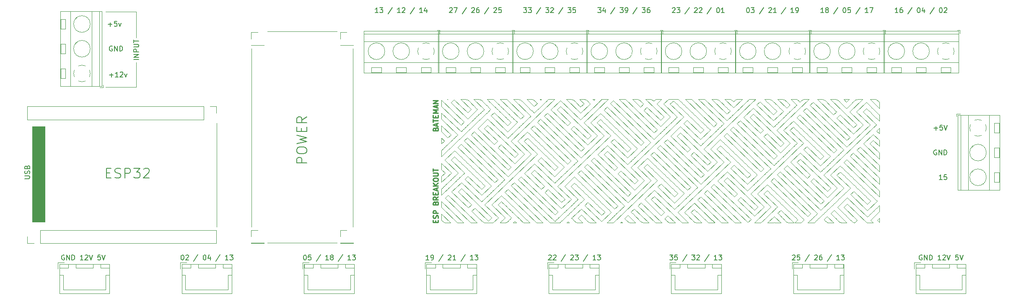
<source format=gbr>
%TF.GenerationSoftware,KiCad,Pcbnew,(5.1.12)-1*%
%TF.CreationDate,2021-12-19T17:26:02-05:00*%
%TF.ProjectId,FlipDisplay-Main,466c6970-4469-4737-906c-61792d4d6169,rev?*%
%TF.SameCoordinates,Original*%
%TF.FileFunction,Legend,Top*%
%TF.FilePolarity,Positive*%
%FSLAX46Y46*%
G04 Gerber Fmt 4.6, Leading zero omitted, Abs format (unit mm)*
G04 Created by KiCad (PCBNEW (5.1.12)-1) date 2021-12-19 17:26:02*
%MOMM*%
%LPD*%
G01*
G04 APERTURE LIST*
%ADD10C,0.120000*%
%ADD11C,0.150000*%
%ADD12C,0.250000*%
%ADD13C,0.050000*%
%ADD14C,0.100000*%
G04 APERTURE END LIST*
D10*
X89000000Y-96750000D02*
X82750000Y-96750000D01*
X89000000Y-81500000D02*
X82750000Y-81500000D01*
X89000000Y-86750000D02*
X89000000Y-81500000D01*
X89000000Y-91750000D02*
X89000000Y-96750000D01*
D11*
X89452380Y-91178571D02*
X88452380Y-91178571D01*
X89452380Y-90702380D02*
X88452380Y-90702380D01*
X89452380Y-90130952D01*
X88452380Y-90130952D01*
X89452380Y-89654761D02*
X88452380Y-89654761D01*
X88452380Y-89273809D01*
X88500000Y-89178571D01*
X88547619Y-89130952D01*
X88642857Y-89083333D01*
X88785714Y-89083333D01*
X88880952Y-89130952D01*
X88928571Y-89178571D01*
X88976190Y-89273809D01*
X88976190Y-89654761D01*
X88452380Y-88654761D02*
X89261904Y-88654761D01*
X89357142Y-88607142D01*
X89404761Y-88559523D01*
X89452380Y-88464285D01*
X89452380Y-88273809D01*
X89404761Y-88178571D01*
X89357142Y-88130952D01*
X89261904Y-88083333D01*
X88452380Y-88083333D01*
X88452380Y-87750000D02*
X88452380Y-87178571D01*
X89452380Y-87464285D02*
X88452380Y-87464285D01*
D12*
X149428571Y-105214285D02*
X149476190Y-105071428D01*
X149523809Y-105023809D01*
X149619047Y-104976190D01*
X149761904Y-104976190D01*
X149857142Y-105023809D01*
X149904761Y-105071428D01*
X149952380Y-105166666D01*
X149952380Y-105547619D01*
X148952380Y-105547619D01*
X148952380Y-105214285D01*
X149000000Y-105119047D01*
X149047619Y-105071428D01*
X149142857Y-105023809D01*
X149238095Y-105023809D01*
X149333333Y-105071428D01*
X149380952Y-105119047D01*
X149428571Y-105214285D01*
X149428571Y-105547619D01*
X149666666Y-104595238D02*
X149666666Y-104119047D01*
X149952380Y-104690476D02*
X148952380Y-104357142D01*
X149952380Y-104023809D01*
X148952380Y-103833333D02*
X148952380Y-103261904D01*
X149952380Y-103547619D02*
X148952380Y-103547619D01*
X149428571Y-102928571D02*
X149428571Y-102595238D01*
X149952380Y-102452380D02*
X149952380Y-102928571D01*
X148952380Y-102928571D01*
X148952380Y-102452380D01*
X149952380Y-102023809D02*
X148952380Y-102023809D01*
X149666666Y-101690476D01*
X148952380Y-101357142D01*
X149952380Y-101357142D01*
X149666666Y-100928571D02*
X149666666Y-100452380D01*
X149952380Y-101023809D02*
X148952380Y-100690476D01*
X149952380Y-100357142D01*
X149952380Y-100023809D02*
X148952380Y-100023809D01*
X149952380Y-99452380D01*
X148952380Y-99452380D01*
X149428571Y-124130952D02*
X149428571Y-123797619D01*
X149952380Y-123654761D02*
X149952380Y-124130952D01*
X148952380Y-124130952D01*
X148952380Y-123654761D01*
X149904761Y-123273809D02*
X149952380Y-123130952D01*
X149952380Y-122892857D01*
X149904761Y-122797619D01*
X149857142Y-122750000D01*
X149761904Y-122702380D01*
X149666666Y-122702380D01*
X149571428Y-122750000D01*
X149523809Y-122797619D01*
X149476190Y-122892857D01*
X149428571Y-123083333D01*
X149380952Y-123178571D01*
X149333333Y-123226190D01*
X149238095Y-123273809D01*
X149142857Y-123273809D01*
X149047619Y-123226190D01*
X149000000Y-123178571D01*
X148952380Y-123083333D01*
X148952380Y-122845238D01*
X149000000Y-122702380D01*
X149952380Y-122273809D02*
X148952380Y-122273809D01*
X148952380Y-121892857D01*
X149000000Y-121797619D01*
X149047619Y-121750000D01*
X149142857Y-121702380D01*
X149285714Y-121702380D01*
X149380952Y-121750000D01*
X149428571Y-121797619D01*
X149476190Y-121892857D01*
X149476190Y-122273809D01*
X149428571Y-120178571D02*
X149476190Y-120035714D01*
X149523809Y-119988095D01*
X149619047Y-119940476D01*
X149761904Y-119940476D01*
X149857142Y-119988095D01*
X149904761Y-120035714D01*
X149952380Y-120130952D01*
X149952380Y-120511904D01*
X148952380Y-120511904D01*
X148952380Y-120178571D01*
X149000000Y-120083333D01*
X149047619Y-120035714D01*
X149142857Y-119988095D01*
X149238095Y-119988095D01*
X149333333Y-120035714D01*
X149380952Y-120083333D01*
X149428571Y-120178571D01*
X149428571Y-120511904D01*
X149952380Y-118940476D02*
X149476190Y-119273809D01*
X149952380Y-119511904D02*
X148952380Y-119511904D01*
X148952380Y-119130952D01*
X149000000Y-119035714D01*
X149047619Y-118988095D01*
X149142857Y-118940476D01*
X149285714Y-118940476D01*
X149380952Y-118988095D01*
X149428571Y-119035714D01*
X149476190Y-119130952D01*
X149476190Y-119511904D01*
X149428571Y-118511904D02*
X149428571Y-118178571D01*
X149952380Y-118035714D02*
X149952380Y-118511904D01*
X148952380Y-118511904D01*
X148952380Y-118035714D01*
X149666666Y-117654761D02*
X149666666Y-117178571D01*
X149952380Y-117750000D02*
X148952380Y-117416666D01*
X149952380Y-117083333D01*
X149952380Y-116750000D02*
X148952380Y-116750000D01*
X149952380Y-116178571D02*
X149380952Y-116607142D01*
X148952380Y-116178571D02*
X149523809Y-116750000D01*
X148952380Y-115559523D02*
X148952380Y-115369047D01*
X149000000Y-115273809D01*
X149095238Y-115178571D01*
X149285714Y-115130952D01*
X149619047Y-115130952D01*
X149809523Y-115178571D01*
X149904761Y-115273809D01*
X149952380Y-115369047D01*
X149952380Y-115559523D01*
X149904761Y-115654761D01*
X149809523Y-115750000D01*
X149619047Y-115797619D01*
X149285714Y-115797619D01*
X149095238Y-115750000D01*
X149000000Y-115654761D01*
X148952380Y-115559523D01*
X148952380Y-114702380D02*
X149761904Y-114702380D01*
X149857142Y-114654761D01*
X149904761Y-114607142D01*
X149952380Y-114511904D01*
X149952380Y-114321428D01*
X149904761Y-114226190D01*
X149857142Y-114178571D01*
X149761904Y-114130952D01*
X148952380Y-114130952D01*
X148952380Y-113797619D02*
X148952380Y-113226190D01*
X149952380Y-113511904D02*
X148952380Y-113511904D01*
D13*
X191625800Y-119483099D02*
X193603850Y-117588298D01*
X203011099Y-116376498D02*
X207703099Y-111881699D01*
X195650850Y-122105099D02*
X195006799Y-122721948D01*
X198870949Y-105976749D02*
X198180899Y-106637799D01*
X185530500Y-113644348D02*
X182149500Y-110405449D01*
X203586000Y-109259750D02*
X206323200Y-111881699D01*
X189601701Y-116310299D02*
X190291751Y-115649348D01*
X186864550Y-113688448D02*
X189601701Y-116310299D01*
X186220650Y-114305298D02*
X186864550Y-113688448D01*
X191579750Y-115649348D02*
X189601701Y-117544198D01*
X203632050Y-105425999D02*
X203439426Y-105241461D01*
X203439426Y-105241461D02*
X203246801Y-105056925D01*
X203246801Y-105056925D02*
X203054175Y-104872390D01*
X203054175Y-104872390D02*
X202861549Y-104687855D01*
X202861549Y-104687855D02*
X202668922Y-104503321D01*
X202668922Y-104503321D02*
X202476294Y-104318788D01*
X202476294Y-104318788D02*
X202283666Y-104134256D01*
X202283666Y-104134256D02*
X202091037Y-103949724D01*
X202091037Y-103949724D02*
X201898407Y-103765193D01*
X201898407Y-103765193D02*
X201705777Y-103580663D01*
X201705777Y-103580663D02*
X201513146Y-103396133D01*
X201513146Y-103396133D02*
X201320515Y-103211604D01*
X201320515Y-103211604D02*
X201127883Y-103027076D01*
X201127883Y-103027076D02*
X200935251Y-102842547D01*
X200935251Y-102842547D02*
X200742619Y-102658020D01*
X200742619Y-102658020D02*
X200549987Y-102473493D01*
X200549987Y-102473493D02*
X200357354Y-102288966D01*
X200357354Y-102288966D02*
X200164720Y-102104440D01*
X200164720Y-102104440D02*
X199972087Y-101919914D01*
X199972087Y-101919914D02*
X199779453Y-101735388D01*
X199779453Y-101735388D02*
X199586820Y-101550863D01*
X199586820Y-101550863D02*
X199394186Y-101366338D01*
X199394186Y-101366338D02*
X199201552Y-101181814D01*
X199201552Y-101181814D02*
X199008918Y-100997289D01*
X199008918Y-100997289D02*
X198816284Y-100812765D01*
X198816284Y-100812765D02*
X198623650Y-100628241D01*
X198623650Y-100628241D02*
X198431016Y-100443717D01*
X198431016Y-100443717D02*
X198238382Y-100259194D01*
X198238382Y-100259194D02*
X198045748Y-100074670D01*
X198045748Y-100074670D02*
X197853115Y-99890146D01*
X197853115Y-99890146D02*
X197660482Y-99705623D01*
X197660482Y-99705623D02*
X197467849Y-99521100D01*
X213614350Y-99653299D02*
X203586000Y-109259750D01*
X202941999Y-106087000D02*
X203632050Y-105425999D01*
X188842651Y-113027398D02*
X191579750Y-115649348D01*
X199560999Y-104081899D02*
X200204999Y-103465049D01*
X202941999Y-108642800D02*
X203088628Y-108502343D01*
X203088628Y-108502343D02*
X203235258Y-108361886D01*
X203235258Y-108361886D02*
X203381888Y-108221428D01*
X203381888Y-108221428D02*
X203528517Y-108080970D01*
X203528517Y-108080970D02*
X203675147Y-107940511D01*
X203675147Y-107940511D02*
X203821777Y-107800052D01*
X203821777Y-107800052D02*
X203968406Y-107659592D01*
X203968406Y-107659592D02*
X204115036Y-107519132D01*
X204115036Y-107519132D02*
X204261666Y-107378672D01*
X204261666Y-107378672D02*
X204408295Y-107238211D01*
X204408295Y-107238211D02*
X204554925Y-107097749D01*
X204554925Y-107097749D02*
X204701555Y-106957287D01*
X204701555Y-106957287D02*
X204848185Y-106816825D01*
X204848185Y-106816825D02*
X204994814Y-106676363D01*
X204994814Y-106676363D02*
X205141444Y-106535900D01*
X205141444Y-106535900D02*
X205288074Y-106395437D01*
X205288074Y-106395437D02*
X205434703Y-106254973D01*
X205434703Y-106254973D02*
X205581333Y-106114509D01*
X205581333Y-106114509D02*
X205727963Y-105974045D01*
X205727963Y-105974045D02*
X205874592Y-105833581D01*
X205874592Y-105833581D02*
X206021222Y-105693117D01*
X206021222Y-105693117D02*
X206167852Y-105552652D01*
X206167852Y-105552652D02*
X206314482Y-105412187D01*
X206314482Y-105412187D02*
X206461111Y-105271723D01*
X206461111Y-105271723D02*
X206607741Y-105131257D01*
X206607741Y-105131257D02*
X206754371Y-104990792D01*
X206754371Y-104990792D02*
X206901001Y-104850327D01*
X206901001Y-104850327D02*
X207047630Y-104709862D01*
X207047630Y-104709862D02*
X207194260Y-104569396D01*
X207194260Y-104569396D02*
X207340890Y-104428931D01*
X207340890Y-104428931D02*
X207487520Y-104288465D01*
X207487520Y-104288465D02*
X207634150Y-104148000D01*
X205035150Y-111881699D02*
X198870949Y-105976749D01*
X200273949Y-109876700D02*
X196892899Y-106637799D01*
X186174550Y-113027398D02*
X185530500Y-113644348D01*
X214035350Y-99250000D02*
X213995864Y-99287789D01*
X213995864Y-99287789D02*
X213956384Y-99325585D01*
X213956384Y-99325585D02*
X213916908Y-99363388D01*
X213916908Y-99363388D02*
X213877436Y-99401195D01*
X213877436Y-99401195D02*
X213837967Y-99439007D01*
X213837967Y-99439007D02*
X213798501Y-99476821D01*
X213798501Y-99476821D02*
X213759037Y-99514638D01*
X213759037Y-99514638D02*
X213719576Y-99552455D01*
X213719576Y-99552455D02*
X213680115Y-99590273D01*
X213680115Y-99590273D02*
X213640656Y-99628089D01*
X213640656Y-99628089D02*
X213614350Y-99653299D01*
X190291751Y-115649348D02*
X184127550Y-109744499D01*
X212747300Y-99250000D02*
X214035350Y-99250000D01*
X204920100Y-105425999D02*
X202941999Y-107320850D01*
X199514949Y-102803999D02*
X188842651Y-113027398D01*
X183437500Y-110405449D02*
X186174550Y-113027398D01*
X196777950Y-100182049D02*
X199514949Y-102803999D01*
X197467849Y-99521100D02*
X196777950Y-100182049D01*
X202941999Y-107320850D02*
X199560999Y-104081899D01*
X202521050Y-99250000D02*
X203809100Y-99250000D01*
X204345099Y-112542598D02*
X205035150Y-111881699D01*
X196892899Y-106637799D02*
X198870949Y-104742899D01*
X200917950Y-109259750D02*
X200273949Y-109876700D01*
X204345099Y-113776549D02*
X200963950Y-110537599D01*
X204966100Y-109259750D02*
X206944150Y-107364899D01*
X198180899Y-106637799D02*
X200917950Y-109259750D01*
X197674900Y-121488149D02*
X197821529Y-121347683D01*
X197821529Y-121347683D02*
X197968159Y-121207218D01*
X197968159Y-121207218D02*
X198114789Y-121066754D01*
X198114789Y-121066754D02*
X198261418Y-120926290D01*
X198261418Y-120926290D02*
X198408048Y-120785827D01*
X198408048Y-120785827D02*
X198554678Y-120645364D01*
X198554678Y-120645364D02*
X198701307Y-120504901D01*
X198701307Y-120504901D02*
X198847937Y-120364439D01*
X198847937Y-120364439D02*
X198994566Y-120223977D01*
X198994566Y-120223977D02*
X199141196Y-120083515D01*
X199141196Y-120083515D02*
X199287826Y-119943054D01*
X199287826Y-119943054D02*
X199434455Y-119802592D01*
X199434455Y-119802592D02*
X199581085Y-119662131D01*
X199581085Y-119662131D02*
X199727715Y-119521670D01*
X199727715Y-119521670D02*
X199874344Y-119381209D01*
X199874344Y-119381209D02*
X200020974Y-119240748D01*
X200020974Y-119240748D02*
X200167604Y-119100287D01*
X200167604Y-119100287D02*
X200314233Y-118959826D01*
X200314233Y-118959826D02*
X200460863Y-118819365D01*
X200460863Y-118819365D02*
X200607493Y-118678904D01*
X200607493Y-118678904D02*
X200754122Y-118538443D01*
X200754122Y-118538443D02*
X200900752Y-118397981D01*
X200900752Y-118397981D02*
X201047382Y-118257519D01*
X201047382Y-118257519D02*
X201194011Y-118117057D01*
X201194011Y-118117057D02*
X201340641Y-117976595D01*
X201340641Y-117976595D02*
X201487270Y-117836133D01*
X201487270Y-117836133D02*
X201633900Y-117695670D01*
X201633900Y-117695670D02*
X201780530Y-117555206D01*
X201780530Y-117555206D02*
X201927159Y-117414743D01*
X201927159Y-117414743D02*
X202073789Y-117274278D01*
X202073789Y-117274278D02*
X202220419Y-117133814D01*
X202220419Y-117133814D02*
X202367049Y-116993349D01*
X195006799Y-122721948D02*
X191625800Y-119483099D01*
X184127550Y-109744499D02*
X183437500Y-110405449D01*
X208278149Y-103531149D02*
X208417817Y-103397358D01*
X208417817Y-103397358D02*
X208557484Y-103263567D01*
X208557484Y-103263567D02*
X208697150Y-103129777D01*
X208697150Y-103129777D02*
X208836815Y-102995986D01*
X208836815Y-102995986D02*
X208976479Y-102862196D01*
X208976479Y-102862196D02*
X209116143Y-102728406D01*
X209116143Y-102728406D02*
X209255805Y-102594616D01*
X209255805Y-102594616D02*
X209395467Y-102460826D01*
X209395467Y-102460826D02*
X209535128Y-102327036D01*
X209535128Y-102327036D02*
X209674789Y-102193247D01*
X209674789Y-102193247D02*
X209814449Y-102059458D01*
X209814449Y-102059458D02*
X209954108Y-101925669D01*
X209954108Y-101925669D02*
X210093767Y-101791880D01*
X210093767Y-101791880D02*
X210233426Y-101658092D01*
X210233426Y-101658092D02*
X210373085Y-101524305D01*
X210373085Y-101524305D02*
X210512743Y-101390517D01*
X210512743Y-101390517D02*
X210652401Y-101256731D01*
X210652401Y-101256731D02*
X210792059Y-101122944D01*
X210792059Y-101122944D02*
X210931717Y-100989158D01*
X210931717Y-100989158D02*
X211071376Y-100855373D01*
X211071376Y-100855373D02*
X211211034Y-100721588D01*
X211211034Y-100721588D02*
X211350692Y-100587804D01*
X211350692Y-100587804D02*
X211490351Y-100454020D01*
X211490351Y-100454020D02*
X211630010Y-100320237D01*
X211630010Y-100320237D02*
X211769669Y-100186455D01*
X211769669Y-100186455D02*
X211909329Y-100052673D01*
X211909329Y-100052673D02*
X212048989Y-99918892D01*
X212048989Y-99918892D02*
X212188650Y-99785112D01*
X212188650Y-99785112D02*
X212328311Y-99651333D01*
X212328311Y-99651333D02*
X212467973Y-99517554D01*
X212467973Y-99517554D02*
X212607636Y-99383776D01*
X212607636Y-99383776D02*
X212747300Y-99250000D01*
X189601701Y-117544198D02*
X186220650Y-114305298D01*
X207634150Y-104148000D02*
X202521050Y-99250000D01*
X202367049Y-116993349D02*
X194178800Y-109149600D01*
X200204999Y-103465049D02*
X202941999Y-106087000D01*
X194178800Y-109149600D02*
X194822801Y-108532599D01*
X203809100Y-99250000D02*
X208278149Y-103531149D01*
X194822801Y-108532599D02*
X203011099Y-116376498D01*
X198870949Y-104742899D02*
X202941999Y-108642800D01*
X193603850Y-117588298D02*
X197674900Y-121488149D01*
X201607950Y-109920750D02*
X204345099Y-112542598D01*
X200963950Y-110537599D02*
X201607950Y-109920750D01*
X206323200Y-111881699D02*
X204345099Y-113776549D01*
X207703099Y-111881699D02*
X204966100Y-109259750D01*
X209750249Y-118954298D02*
X206369200Y-115715449D01*
X208347149Y-113820598D02*
X212418299Y-117720499D01*
X211084249Y-118998349D02*
X213821299Y-121620299D01*
X238615950Y-119813598D02*
X236637900Y-121708448D01*
X215799349Y-120959299D02*
X213821299Y-122854149D01*
X236637900Y-121708448D02*
X233256900Y-118469599D01*
X231163750Y-112674899D02*
X231396629Y-112897982D01*
X231396629Y-112897982D02*
X231629509Y-113121065D01*
X231629509Y-113121065D02*
X231862390Y-113344149D01*
X231862390Y-113344149D02*
X232095270Y-113567234D01*
X232095270Y-113567234D02*
X232328151Y-113790319D01*
X232328151Y-113790319D02*
X232561032Y-114013404D01*
X232561032Y-114013404D02*
X232793913Y-114236490D01*
X232793913Y-114236490D02*
X233026795Y-114459576D01*
X233026795Y-114459576D02*
X233259676Y-114682662D01*
X233259676Y-114682662D02*
X233492558Y-114905748D01*
X233492558Y-114905748D02*
X233725439Y-115128835D01*
X233725439Y-115128835D02*
X233958321Y-115351921D01*
X233958321Y-115351921D02*
X234191203Y-115575008D01*
X234191203Y-115575008D02*
X234424085Y-115798094D01*
X234424085Y-115798094D02*
X234656967Y-116021181D01*
X234656967Y-116021181D02*
X234889849Y-116244267D01*
X234889849Y-116244267D02*
X235122731Y-116467353D01*
X235122731Y-116467353D02*
X235355613Y-116690439D01*
X235355613Y-116690439D02*
X235588495Y-116913525D01*
X235588495Y-116913525D02*
X235821377Y-117136611D01*
X235821377Y-117136611D02*
X236054259Y-117359696D01*
X236054259Y-117359696D02*
X236287141Y-117582781D01*
X236287141Y-117582781D02*
X236520022Y-117805865D01*
X236520022Y-117805865D02*
X236752904Y-118028949D01*
X236752904Y-118028949D02*
X236985785Y-118252032D01*
X236985785Y-118252032D02*
X237218666Y-118475115D01*
X237218666Y-118475115D02*
X237451547Y-118698197D01*
X237451547Y-118698197D02*
X237684428Y-118921279D01*
X237684428Y-118921279D02*
X237917309Y-119144360D01*
X237917309Y-119144360D02*
X238150189Y-119367440D01*
X238150189Y-119367440D02*
X238383070Y-119590519D01*
X238383070Y-119590519D02*
X238615950Y-119813598D01*
X210440249Y-119615299D02*
X211084249Y-118998349D01*
X206254150Y-109259750D02*
X208991150Y-111881699D01*
X213821299Y-121620299D02*
X214511350Y-120959299D01*
X223090550Y-108730899D02*
X213062349Y-118337449D01*
X229139650Y-110735900D02*
X227161750Y-112630749D01*
X221687550Y-103597199D02*
X221920434Y-103820282D01*
X221920434Y-103820282D02*
X222153317Y-104043365D01*
X222153317Y-104043365D02*
X222386201Y-104266449D01*
X222386201Y-104266449D02*
X222619084Y-104489534D01*
X222619084Y-104489534D02*
X222851967Y-104712619D01*
X222851967Y-104712619D02*
X223084850Y-104935704D01*
X223084850Y-104935704D02*
X223317732Y-105158790D01*
X223317732Y-105158790D02*
X223550614Y-105381876D01*
X223550614Y-105381876D02*
X223783495Y-105604962D01*
X223783495Y-105604962D02*
X224016377Y-105828048D01*
X224016377Y-105828048D02*
X224249257Y-106051135D01*
X224249257Y-106051135D02*
X224482138Y-106274221D01*
X224482138Y-106274221D02*
X224715018Y-106497308D01*
X224715018Y-106497308D02*
X224947897Y-106720394D01*
X224947897Y-106720394D02*
X225180777Y-106943481D01*
X225180777Y-106943481D02*
X225413655Y-107166567D01*
X225413655Y-107166567D02*
X225646534Y-107389654D01*
X225646534Y-107389654D02*
X225879412Y-107612740D01*
X225879412Y-107612740D02*
X226112289Y-107835826D01*
X226112289Y-107835826D02*
X226345166Y-108058911D01*
X226345166Y-108058911D02*
X226578042Y-108281996D01*
X226578042Y-108281996D02*
X226810918Y-108505081D01*
X226810918Y-108505081D02*
X227043794Y-108728166D01*
X227043794Y-108728166D02*
X227276669Y-108951250D01*
X227276669Y-108951250D02*
X227509543Y-109174333D01*
X227509543Y-109174333D02*
X227742417Y-109397416D01*
X227742417Y-109397416D02*
X227975291Y-109620498D01*
X227975291Y-109620498D02*
X228208164Y-109843580D01*
X228208164Y-109843580D02*
X228441036Y-110066661D01*
X228441036Y-110066661D02*
X228673908Y-110289741D01*
X228673908Y-110289741D02*
X228906779Y-110512821D01*
X228906779Y-110512821D02*
X229139650Y-110735900D01*
X209566249Y-104764950D02*
X217754499Y-112608849D01*
X230473699Y-114569749D02*
X233210849Y-117191648D01*
X231922799Y-117191648D02*
X229185700Y-114569749D01*
X233900900Y-117852649D02*
X236637900Y-120474599D01*
X213108350Y-114503699D02*
X212915712Y-114319161D01*
X212915712Y-114319161D02*
X212723075Y-114134624D01*
X212723075Y-114134624D02*
X212530438Y-113950087D01*
X212530438Y-113950087D02*
X212337802Y-113765551D01*
X212337802Y-113765551D02*
X212145166Y-113581015D01*
X212145166Y-113581015D02*
X211952530Y-113396479D01*
X211952530Y-113396479D02*
X211759895Y-113211943D01*
X211759895Y-113211943D02*
X211567260Y-113027408D01*
X211567260Y-113027408D02*
X211374625Y-112842874D01*
X211374625Y-112842874D02*
X211181990Y-112658339D01*
X211181990Y-112658339D02*
X210989357Y-112473806D01*
X210989357Y-112473806D02*
X210796723Y-112289272D01*
X210796723Y-112289272D02*
X210604090Y-112104739D01*
X210604090Y-112104739D02*
X210411457Y-111920206D01*
X210411457Y-111920206D02*
X210218825Y-111735674D01*
X210218825Y-111735674D02*
X210026193Y-111551142D01*
X210026193Y-111551142D02*
X209833561Y-111366611D01*
X209833561Y-111366611D02*
X209640930Y-111182080D01*
X209640930Y-111182080D02*
X209448300Y-110997550D01*
X209448300Y-110997550D02*
X209255670Y-110813020D01*
X209255670Y-110813020D02*
X209063040Y-110628490D01*
X209063040Y-110628490D02*
X208870411Y-110443961D01*
X208870411Y-110443961D02*
X208677783Y-110259433D01*
X208677783Y-110259433D02*
X208485155Y-110074905D01*
X208485155Y-110074905D02*
X208292527Y-109890377D01*
X208292527Y-109890377D02*
X208099900Y-109705850D01*
X208099900Y-109705850D02*
X207907273Y-109521324D01*
X207907273Y-109521324D02*
X207714648Y-109336798D01*
X207714648Y-109336798D02*
X207522022Y-109152272D01*
X207522022Y-109152272D02*
X207329397Y-108967748D01*
X207329397Y-108967748D02*
X207136773Y-108783223D01*
X207136773Y-108783223D02*
X206944150Y-108598700D01*
X192913800Y-119483099D02*
X195650850Y-122105099D01*
X198318949Y-122105099D02*
X200482499Y-124177698D01*
X206944150Y-108598700D02*
X206254150Y-109259750D01*
X213062349Y-118337449D02*
X215799349Y-120959299D01*
X212418299Y-115164598D02*
X213108350Y-114503699D01*
X209681199Y-112542598D02*
X212418299Y-115164598D01*
X219709500Y-105492050D02*
X221687550Y-103597199D01*
X217754499Y-112608849D02*
X217901115Y-112468378D01*
X217901115Y-112468378D02*
X218047733Y-112327909D01*
X218047733Y-112327909D02*
X218194353Y-112187439D01*
X218194353Y-112187439D02*
X218340974Y-112046970D01*
X218340974Y-112046970D02*
X218487597Y-111906501D01*
X218487597Y-111906501D02*
X218634220Y-111766033D01*
X218634220Y-111766033D02*
X218780845Y-111625565D01*
X218780845Y-111625565D02*
X218927471Y-111485098D01*
X218927471Y-111485098D02*
X219074097Y-111344630D01*
X219074097Y-111344630D02*
X219220725Y-111204164D01*
X219220725Y-111204164D02*
X219367353Y-111063698D01*
X219367353Y-111063698D02*
X219513981Y-110923232D01*
X219513981Y-110923232D02*
X219660610Y-110782767D01*
X219660610Y-110782767D02*
X219807240Y-110642302D01*
X219807240Y-110642302D02*
X219953869Y-110501838D01*
X219953869Y-110501838D02*
X220100499Y-110361374D01*
X220100499Y-110361374D02*
X220247129Y-110220911D01*
X220247129Y-110220911D02*
X220393758Y-110080449D01*
X220393758Y-110080449D02*
X220540388Y-109939987D01*
X220540388Y-109939987D02*
X220687017Y-109799526D01*
X220687017Y-109799526D02*
X220833645Y-109659066D01*
X220833645Y-109659066D02*
X220980273Y-109518606D01*
X220980273Y-109518606D02*
X221126901Y-109378147D01*
X221126901Y-109378147D02*
X221273527Y-109237689D01*
X221273527Y-109237689D02*
X221420153Y-109097231D01*
X221420153Y-109097231D02*
X221566778Y-108956774D01*
X221566778Y-108956774D02*
X221713401Y-108816318D01*
X221713401Y-108816318D02*
X221860024Y-108675863D01*
X221860024Y-108675863D02*
X222006645Y-108535408D01*
X222006645Y-108535408D02*
X222153265Y-108394954D01*
X222153265Y-108394954D02*
X222299883Y-108254501D01*
X222299883Y-108254501D02*
X222446500Y-108114050D01*
X206369200Y-115715449D02*
X208347149Y-113820598D01*
X207657200Y-115715449D02*
X210394250Y-118337449D01*
X237327949Y-119813598D02*
X237135316Y-119629074D01*
X237135316Y-119629074D02*
X236942684Y-119444550D01*
X236942684Y-119444550D02*
X236750053Y-119260025D01*
X236750053Y-119260025D02*
X236557421Y-119075500D01*
X236557421Y-119075500D02*
X236364791Y-118890974D01*
X236364791Y-118890974D02*
X236172161Y-118706448D01*
X236172161Y-118706448D02*
X235979531Y-118521922D01*
X235979531Y-118521922D02*
X235786901Y-118337395D01*
X235786901Y-118337395D02*
X235594272Y-118152868D01*
X235594272Y-118152868D02*
X235401642Y-117968340D01*
X235401642Y-117968340D02*
X235209013Y-117783813D01*
X235209013Y-117783813D02*
X235016384Y-117599285D01*
X235016384Y-117599285D02*
X234823755Y-117414757D01*
X234823755Y-117414757D02*
X234631126Y-117230229D01*
X234631126Y-117230229D02*
X234438497Y-117045701D01*
X234438497Y-117045701D02*
X234245868Y-116861173D01*
X234245868Y-116861173D02*
X234053238Y-116676645D01*
X234053238Y-116676645D02*
X233860609Y-116492117D01*
X233860609Y-116492117D02*
X233667979Y-116307589D01*
X233667979Y-116307589D02*
X233475349Y-116123061D01*
X233475349Y-116123061D02*
X233282719Y-115938533D01*
X233282719Y-115938533D02*
X233090088Y-115754005D01*
X233090088Y-115754005D02*
X232897457Y-115569478D01*
X232897457Y-115569478D02*
X232704825Y-115384951D01*
X232704825Y-115384951D02*
X232512193Y-115200424D01*
X232512193Y-115200424D02*
X232319560Y-115015897D01*
X232319560Y-115015897D02*
X232126927Y-114831371D01*
X232126927Y-114831371D02*
X231934293Y-114646846D01*
X231934293Y-114646846D02*
X231741658Y-114462320D01*
X231741658Y-114462320D02*
X231549023Y-114277796D01*
X231549023Y-114277796D02*
X231356387Y-114093271D01*
X231356387Y-114093271D02*
X231163750Y-113908748D01*
X231163750Y-113908748D02*
X230473699Y-114569749D01*
X217110349Y-115781549D02*
X217754349Y-115164598D01*
X236637900Y-120474599D02*
X237327949Y-119813598D01*
X214396399Y-114503699D02*
X212418299Y-116398549D01*
X224424600Y-108774950D02*
X227161750Y-111396900D01*
X233210849Y-117191648D02*
X232566850Y-117808598D01*
X220997500Y-105492050D02*
X223734550Y-108114050D01*
X217110449Y-113225649D02*
X208922199Y-105381899D01*
X227851749Y-110735900D02*
X227659116Y-110551376D01*
X227659116Y-110551376D02*
X227466482Y-110366851D01*
X227466482Y-110366851D02*
X227273849Y-110182327D01*
X227273849Y-110182327D02*
X227081215Y-109997801D01*
X227081215Y-109997801D02*
X226888582Y-109813276D01*
X226888582Y-109813276D02*
X226695948Y-109628750D01*
X226695948Y-109628750D02*
X226503314Y-109444223D01*
X226503314Y-109444223D02*
X226310680Y-109259696D01*
X226310680Y-109259696D02*
X226118046Y-109075169D01*
X226118046Y-109075169D02*
X225925412Y-108890642D01*
X225925412Y-108890642D02*
X225732778Y-108706114D01*
X225732778Y-108706114D02*
X225540144Y-108521586D01*
X225540144Y-108521586D02*
X225347511Y-108337058D01*
X225347511Y-108337058D02*
X225154877Y-108152530D01*
X225154877Y-108152530D02*
X224962244Y-107968002D01*
X224962244Y-107968002D02*
X224769611Y-107783474D01*
X224769611Y-107783474D02*
X224576978Y-107598946D01*
X224576978Y-107598946D02*
X224384346Y-107414418D01*
X224384346Y-107414418D02*
X224191714Y-107229890D01*
X224191714Y-107229890D02*
X223999083Y-107045362D01*
X223999083Y-107045362D02*
X223806452Y-106860834D01*
X223806452Y-106860834D02*
X223613821Y-106676306D01*
X223613821Y-106676306D02*
X223421191Y-106491779D01*
X223421191Y-106491779D02*
X223228561Y-106307252D01*
X223228561Y-106307252D02*
X223035932Y-106122725D01*
X223035932Y-106122725D02*
X222843304Y-105938198D01*
X222843304Y-105938198D02*
X222650677Y-105753672D01*
X222650677Y-105753672D02*
X222458050Y-105569147D01*
X222458050Y-105569147D02*
X222265423Y-105384621D01*
X222265423Y-105384621D02*
X222072798Y-105200097D01*
X222072798Y-105200097D02*
X221880173Y-105015572D01*
X221880173Y-105015572D02*
X221687550Y-104831049D01*
X229185700Y-114569749D02*
X231163750Y-112674899D01*
X193603850Y-118822099D02*
X192913800Y-119483099D01*
X223734550Y-108114050D02*
X223694294Y-108152592D01*
X223694294Y-108152592D02*
X223654041Y-108191137D01*
X223654041Y-108191137D02*
X223613790Y-108229685D01*
X223613790Y-108229685D02*
X223573540Y-108268236D01*
X223573540Y-108268236D02*
X223533291Y-108306789D01*
X223533291Y-108306789D02*
X223493043Y-108345343D01*
X223493043Y-108345343D02*
X223452796Y-108383899D01*
X223452796Y-108383899D02*
X223412549Y-108422455D01*
X223412549Y-108422455D02*
X223372302Y-108461012D01*
X223372302Y-108461012D02*
X223332055Y-108499570D01*
X223332055Y-108499570D02*
X223291807Y-108538127D01*
X223291807Y-108538127D02*
X223251558Y-108576684D01*
X223251558Y-108576684D02*
X223211309Y-108615240D01*
X223211309Y-108615240D02*
X223171057Y-108653794D01*
X223171057Y-108653794D02*
X223130804Y-108692347D01*
X223130804Y-108692347D02*
X223090550Y-108730899D01*
X223780549Y-109391900D02*
X224424600Y-108774950D01*
X227161750Y-112630749D02*
X223780549Y-109391900D01*
X208347149Y-115054449D02*
X207657200Y-115715449D01*
X225206600Y-122303349D02*
X224562599Y-122920349D01*
X213821299Y-122854149D02*
X210440249Y-119615299D01*
X233256900Y-118469599D02*
X233900900Y-117852649D01*
X210394250Y-118337449D02*
X209750249Y-118954298D01*
X214511350Y-120959299D02*
X208347149Y-115054449D01*
X217754349Y-115164598D02*
X225206600Y-122303349D01*
X224562599Y-122920349D02*
X217110349Y-115781549D01*
X199194449Y-124177698D02*
X193603850Y-118822099D01*
X200482499Y-124177698D02*
X199194449Y-124177698D01*
X208991150Y-111881699D02*
X198318949Y-122105099D01*
X209037149Y-113159599D02*
X209681199Y-112542598D01*
X212418299Y-116398549D02*
X209037149Y-113159599D01*
X227161750Y-111396900D02*
X227851749Y-110735900D01*
X206944150Y-107364899D02*
X207177029Y-107587977D01*
X207177029Y-107587977D02*
X207409909Y-107811056D01*
X207409909Y-107811056D02*
X207642790Y-108034137D01*
X207642790Y-108034137D02*
X207875670Y-108257218D01*
X207875670Y-108257218D02*
X208108551Y-108480300D01*
X208108551Y-108480300D02*
X208341433Y-108703382D01*
X208341433Y-108703382D02*
X208574314Y-108926465D01*
X208574314Y-108926465D02*
X208807196Y-109149549D01*
X208807196Y-109149549D02*
X209040077Y-109372634D01*
X209040077Y-109372634D02*
X209272959Y-109595719D01*
X209272959Y-109595719D02*
X209505842Y-109818805D01*
X209505842Y-109818805D02*
X209738724Y-110041891D01*
X209738724Y-110041891D02*
X209971607Y-110264978D01*
X209971607Y-110264978D02*
X210204490Y-110488066D01*
X210204490Y-110488066D02*
X210437373Y-110711154D01*
X210437373Y-110711154D02*
X210670256Y-110934242D01*
X210670256Y-110934242D02*
X210903139Y-111157331D01*
X210903139Y-111157331D02*
X211136022Y-111380420D01*
X211136022Y-111380420D02*
X211368906Y-111603510D01*
X211368906Y-111603510D02*
X211601789Y-111826600D01*
X211601789Y-111826600D02*
X211834673Y-112049691D01*
X211834673Y-112049691D02*
X212067557Y-112272781D01*
X212067557Y-112272781D02*
X212300441Y-112495872D01*
X212300441Y-112495872D02*
X212533325Y-112718963D01*
X212533325Y-112718963D02*
X212766209Y-112942055D01*
X212766209Y-112942055D02*
X212999093Y-113165146D01*
X212999093Y-113165146D02*
X213231977Y-113388238D01*
X213231977Y-113388238D02*
X213464861Y-113611330D01*
X213464861Y-113611330D02*
X213697746Y-113834422D01*
X213697746Y-113834422D02*
X213930630Y-114057514D01*
X213930630Y-114057514D02*
X214163514Y-114280606D01*
X214163514Y-114280606D02*
X214396399Y-114503699D01*
X212418299Y-117720499D02*
X212564928Y-117580029D01*
X212564928Y-117580029D02*
X212711558Y-117439560D01*
X212711558Y-117439560D02*
X212858188Y-117299092D01*
X212858188Y-117299092D02*
X213004817Y-117158626D01*
X213004817Y-117158626D02*
X213151447Y-117018160D01*
X213151447Y-117018160D02*
X213298077Y-116877695D01*
X213298077Y-116877695D02*
X213444706Y-116737230D01*
X213444706Y-116737230D02*
X213591336Y-116596767D01*
X213591336Y-116596767D02*
X213737966Y-116456304D01*
X213737966Y-116456304D02*
X213884596Y-116315841D01*
X213884596Y-116315841D02*
X214031225Y-116175379D01*
X214031225Y-116175379D02*
X214177855Y-116034918D01*
X214177855Y-116034918D02*
X214324485Y-115894456D01*
X214324485Y-115894456D02*
X214471114Y-115753995D01*
X214471114Y-115753995D02*
X214617744Y-115613534D01*
X214617744Y-115613534D02*
X214764374Y-115473073D01*
X214764374Y-115473073D02*
X214911004Y-115332612D01*
X214911004Y-115332612D02*
X215057633Y-115192151D01*
X215057633Y-115192151D02*
X215204263Y-115051690D01*
X215204263Y-115051690D02*
X215350893Y-114911229D01*
X215350893Y-114911229D02*
X215497522Y-114770767D01*
X215497522Y-114770767D02*
X215644152Y-114630305D01*
X215644152Y-114630305D02*
X215790782Y-114489843D01*
X215790782Y-114489843D02*
X215937411Y-114349380D01*
X215937411Y-114349380D02*
X216084041Y-114208916D01*
X216084041Y-114208916D02*
X216230671Y-114068452D01*
X216230671Y-114068452D02*
X216377300Y-113927987D01*
X216377300Y-113927987D02*
X216523930Y-113787521D01*
X216523930Y-113787521D02*
X216670560Y-113647054D01*
X216670560Y-113647054D02*
X216817189Y-113506587D01*
X216817189Y-113506587D02*
X216963819Y-113366118D01*
X216963819Y-113366118D02*
X217110449Y-113225649D01*
X208922199Y-105381899D02*
X209566249Y-104764950D01*
X222446500Y-108114050D02*
X219709500Y-105492050D01*
X227230700Y-121686399D02*
X231922799Y-117191648D01*
X219042400Y-113842649D02*
X227230700Y-121686399D01*
X221687550Y-104831049D02*
X220997500Y-105492050D01*
X232566850Y-117808598D02*
X232359071Y-118007629D01*
X232359071Y-118007629D02*
X232151293Y-118206661D01*
X232151293Y-118206661D02*
X231943515Y-118405693D01*
X231943515Y-118405693D02*
X231735737Y-118604725D01*
X231735737Y-118604725D02*
X231527959Y-118803757D01*
X231527959Y-118803757D02*
X231320181Y-119002790D01*
X231320181Y-119002790D02*
X231112404Y-119201823D01*
X231112404Y-119201823D02*
X230904626Y-119400856D01*
X230904626Y-119400856D02*
X230696849Y-119599890D01*
X230696849Y-119599890D02*
X230489072Y-119798923D01*
X230489072Y-119798923D02*
X230281296Y-119997957D01*
X230281296Y-119997957D02*
X230073519Y-120196991D01*
X230073519Y-120196991D02*
X229865743Y-120396025D01*
X229865743Y-120396025D02*
X229657967Y-120595060D01*
X229657967Y-120595060D02*
X229450192Y-120794094D01*
X229450192Y-120794094D02*
X229242417Y-120993129D01*
X229242417Y-120993129D02*
X229034643Y-121192164D01*
X229034643Y-121192164D02*
X228826869Y-121391199D01*
X228826869Y-121391199D02*
X228619096Y-121590234D01*
X228619096Y-121590234D02*
X228411323Y-121789269D01*
X228411323Y-121789269D02*
X228203550Y-121988305D01*
X228203550Y-121988305D02*
X227995779Y-122187340D01*
X227995779Y-122187340D02*
X227788007Y-122386376D01*
X227788007Y-122386376D02*
X227580237Y-122585411D01*
X227580237Y-122585411D02*
X227372467Y-122784447D01*
X227372467Y-122784447D02*
X227164698Y-122983483D01*
X227164698Y-122983483D02*
X226956929Y-123182518D01*
X226956929Y-123182518D02*
X226749161Y-123381554D01*
X226749161Y-123381554D02*
X226541395Y-123580590D01*
X226541395Y-123580590D02*
X226333628Y-123779626D01*
X226333628Y-123779626D02*
X226125863Y-123978662D01*
X226125863Y-123978662D02*
X225918099Y-124177698D01*
X228518699Y-122920349D02*
X229831300Y-124177698D01*
X227874699Y-123537199D02*
X228518699Y-122920349D01*
X229831300Y-124177698D02*
X229711596Y-124178325D01*
X229711596Y-124178325D02*
X229600769Y-124180048D01*
X229600769Y-124180048D02*
X229498309Y-124182621D01*
X229498309Y-124182621D02*
X229403707Y-124185804D01*
X229403707Y-124185804D02*
X229316452Y-124189353D01*
X229316452Y-124189353D02*
X229236034Y-124193026D01*
X229236034Y-124193026D02*
X229161944Y-124196581D01*
X229161944Y-124196581D02*
X229093672Y-124199773D01*
X229093672Y-124199773D02*
X229030708Y-124202362D01*
X229030708Y-124202362D02*
X228972541Y-124204104D01*
X228972541Y-124204104D02*
X228918663Y-124204757D01*
X228918663Y-124204757D02*
X228868562Y-124204078D01*
X228868562Y-124204078D02*
X228777656Y-124197754D01*
X228777656Y-124197754D02*
X228695743Y-124183192D01*
X228695743Y-124183192D02*
X228618745Y-124158450D01*
X228618745Y-124158450D02*
X228542581Y-124121587D01*
X228542581Y-124121587D02*
X228463173Y-124070664D01*
X228463173Y-124070664D02*
X228420978Y-124039323D01*
X228420978Y-124039323D02*
X228376442Y-124003738D01*
X228376442Y-124003738D02*
X228329055Y-123963668D01*
X228329055Y-123963668D02*
X228278308Y-123918870D01*
X228278308Y-123918870D02*
X228223691Y-123869100D01*
X228223691Y-123869100D02*
X228164692Y-123814118D01*
X228164692Y-123814118D02*
X228100804Y-123753678D01*
X228100804Y-123753678D02*
X228031516Y-123687541D01*
X228031516Y-123687541D02*
X227956317Y-123615462D01*
X227956317Y-123615462D02*
X227874699Y-123537199D01*
X218398400Y-114459598D02*
X219042400Y-113842649D01*
X226586649Y-122303349D02*
X218398400Y-114459598D01*
X224630050Y-124177698D02*
X224691189Y-124119127D01*
X224691189Y-124119127D02*
X224752328Y-124060556D01*
X224752328Y-124060556D02*
X224813468Y-124001984D01*
X224813468Y-124001984D02*
X224874608Y-123943412D01*
X224874608Y-123943412D02*
X224935748Y-123884840D01*
X224935748Y-123884840D02*
X224996889Y-123826267D01*
X224996889Y-123826267D02*
X225058030Y-123767694D01*
X225058030Y-123767694D02*
X225119171Y-123709120D01*
X225119171Y-123709120D02*
X225180312Y-123650546D01*
X225180312Y-123650546D02*
X225241454Y-123591972D01*
X225241454Y-123591972D02*
X225302596Y-123533397D01*
X225302596Y-123533397D02*
X225363739Y-123474823D01*
X225363739Y-123474823D02*
X225424882Y-123416248D01*
X225424882Y-123416248D02*
X225486025Y-123357673D01*
X225486025Y-123357673D02*
X225547168Y-123299098D01*
X225547168Y-123299098D02*
X225608312Y-123240523D01*
X225608312Y-123240523D02*
X225669455Y-123181948D01*
X225669455Y-123181948D02*
X225730600Y-123123373D01*
X225730600Y-123123373D02*
X225791744Y-123064799D01*
X225791744Y-123064799D02*
X225852889Y-123006224D01*
X225852889Y-123006224D02*
X225914034Y-122947649D01*
X225914034Y-122947649D02*
X225975179Y-122889075D01*
X225975179Y-122889075D02*
X226036325Y-122830501D01*
X226036325Y-122830501D02*
X226097471Y-122771927D01*
X226097471Y-122771927D02*
X226158617Y-122713353D01*
X226158617Y-122713353D02*
X226219764Y-122654780D01*
X226219764Y-122654780D02*
X226280910Y-122596207D01*
X226280910Y-122596207D02*
X226342057Y-122537634D01*
X226342057Y-122537634D02*
X226403205Y-122479062D01*
X226403205Y-122479062D02*
X226464352Y-122420490D01*
X226464352Y-122420490D02*
X226525500Y-122361919D01*
X226525500Y-122361919D02*
X226586649Y-122303349D01*
X225918099Y-124177698D02*
X224630050Y-124177698D01*
X232428850Y-101107449D02*
X232623636Y-100919456D01*
X232623636Y-100919456D02*
X232802315Y-100744450D01*
X232802315Y-100744450D02*
X232965891Y-100581969D01*
X232965891Y-100581969D02*
X233115370Y-100431554D01*
X233115370Y-100431554D02*
X233251755Y-100292745D01*
X233251755Y-100292745D02*
X233376051Y-100165080D01*
X233376051Y-100165080D02*
X233489263Y-100048101D01*
X233489263Y-100048101D02*
X233592396Y-99941346D01*
X233592396Y-99941346D02*
X233686455Y-99844356D01*
X233686455Y-99844356D02*
X233772443Y-99756670D01*
X233772443Y-99756670D02*
X233851366Y-99677828D01*
X233851366Y-99677828D02*
X233924228Y-99607369D01*
X233924228Y-99607369D02*
X233992034Y-99544834D01*
X233992034Y-99544834D02*
X234055788Y-99489763D01*
X234055788Y-99489763D02*
X234116496Y-99441694D01*
X234116496Y-99441694D02*
X234175162Y-99400168D01*
X234175162Y-99400168D02*
X234232790Y-99364724D01*
X234232790Y-99364724D02*
X234290386Y-99334903D01*
X234290386Y-99334903D02*
X234348954Y-99310243D01*
X234348954Y-99310243D02*
X234409498Y-99290286D01*
X234409498Y-99290286D02*
X234473023Y-99274569D01*
X234473023Y-99274569D02*
X234540534Y-99262634D01*
X234540534Y-99262634D02*
X234613036Y-99254021D01*
X234613036Y-99254021D02*
X234691533Y-99248267D01*
X234691533Y-99248267D02*
X234777030Y-99244915D01*
X234777030Y-99244915D02*
X234870532Y-99243502D01*
X234870532Y-99243502D02*
X234973043Y-99243570D01*
X234973043Y-99243570D02*
X235085568Y-99244657D01*
X235085568Y-99244657D02*
X235209111Y-99246304D01*
X235209111Y-99246304D02*
X235344677Y-99248050D01*
X235344677Y-99248050D02*
X235493272Y-99249435D01*
X235493272Y-99249435D02*
X235655899Y-99250000D01*
X229201799Y-99250000D02*
X229366066Y-99249372D01*
X229366066Y-99249372D02*
X229515961Y-99247806D01*
X229515961Y-99247806D02*
X229652511Y-99245774D01*
X229652511Y-99245774D02*
X229776744Y-99243747D01*
X229776744Y-99243747D02*
X229889689Y-99242198D01*
X229889689Y-99242198D02*
X229992373Y-99241600D01*
X229992373Y-99241600D02*
X230085825Y-99242425D01*
X230085825Y-99242425D02*
X230171073Y-99245146D01*
X230171073Y-99245146D02*
X230249144Y-99250234D01*
X230249144Y-99250234D02*
X230321067Y-99258163D01*
X230321067Y-99258163D02*
X230387871Y-99269405D01*
X230387871Y-99269405D02*
X230450583Y-99284432D01*
X230450583Y-99284432D02*
X230510231Y-99303717D01*
X230510231Y-99303717D02*
X230567843Y-99327732D01*
X230567843Y-99327732D02*
X230624449Y-99356950D01*
X230624449Y-99356950D02*
X230681074Y-99391843D01*
X230681074Y-99391843D02*
X230738749Y-99432883D01*
X230738749Y-99432883D02*
X230798501Y-99480544D01*
X230798501Y-99480544D02*
X230861357Y-99535296D01*
X230861357Y-99535296D02*
X230928347Y-99597614D01*
X230928347Y-99597614D02*
X231000498Y-99667969D01*
X231000498Y-99667969D02*
X231078839Y-99746833D01*
X231078839Y-99746833D02*
X231164397Y-99834680D01*
X231164397Y-99834680D02*
X231258201Y-99931981D01*
X231258201Y-99931981D02*
X231361279Y-100039209D01*
X231361279Y-100039209D02*
X231474658Y-100156837D01*
X231474658Y-100156837D02*
X231599368Y-100285337D01*
X231599368Y-100285337D02*
X231736435Y-100425181D01*
X231736435Y-100425181D02*
X231886889Y-100576841D01*
X231886889Y-100576841D02*
X232051757Y-100740791D01*
X232051757Y-100740791D02*
X232232068Y-100917503D01*
X232232068Y-100917503D02*
X232428850Y-101107449D01*
X229254749Y-117191648D02*
X223090550Y-111286750D01*
X198472900Y-99250000D02*
X198674373Y-99442998D01*
X198674373Y-99442998D02*
X198875847Y-99635997D01*
X198875847Y-99635997D02*
X199077321Y-99828996D01*
X199077321Y-99828996D02*
X199278795Y-100021995D01*
X199278795Y-100021995D02*
X199480270Y-100214995D01*
X199480270Y-100214995D02*
X199681744Y-100407995D01*
X199681744Y-100407995D02*
X199883219Y-100600995D01*
X199883219Y-100600995D02*
X200084694Y-100793995D01*
X200084694Y-100793995D02*
X200286169Y-100986995D01*
X200286169Y-100986995D02*
X200487645Y-101179995D01*
X200487645Y-101179995D02*
X200689120Y-101372996D01*
X200689120Y-101372996D02*
X200890596Y-101565997D01*
X200890596Y-101565997D02*
X201092072Y-101758997D01*
X201092072Y-101758997D02*
X201293547Y-101951998D01*
X201293547Y-101951998D02*
X201495023Y-102144999D01*
X201495023Y-102144999D02*
X201696499Y-102337999D01*
X201696499Y-102337999D02*
X201897975Y-102531000D01*
X201897975Y-102531000D02*
X202099450Y-102724001D01*
X202099450Y-102724001D02*
X202300926Y-102917002D01*
X202300926Y-102917002D02*
X202502402Y-103110002D01*
X202502402Y-103110002D02*
X202703877Y-103303003D01*
X202703877Y-103303003D02*
X202905353Y-103496003D01*
X202905353Y-103496003D02*
X203106828Y-103689004D01*
X203106828Y-103689004D02*
X203308304Y-103882004D01*
X203308304Y-103882004D02*
X203509779Y-104075004D01*
X203509779Y-104075004D02*
X203711254Y-104268004D01*
X203711254Y-104268004D02*
X203912729Y-104461003D01*
X203912729Y-104461003D02*
X204114203Y-104654003D01*
X204114203Y-104654003D02*
X204315678Y-104847002D01*
X204315678Y-104847002D02*
X204517152Y-105040001D01*
X204517152Y-105040001D02*
X204718626Y-105233000D01*
X204718626Y-105233000D02*
X204920100Y-105425999D01*
X223090550Y-111286750D02*
X222400550Y-111947799D01*
X225827700Y-115230649D02*
X228564750Y-117852649D01*
X195489900Y-100182049D02*
X196462899Y-99250000D01*
X234452899Y-101724399D02*
X236430949Y-99829549D01*
X237189950Y-104346349D02*
X234452899Y-101724399D01*
X228564750Y-117852649D02*
X229254749Y-117191648D01*
X196462899Y-99250000D02*
X198472900Y-99250000D01*
X234521849Y-104346349D02*
X229201799Y-99250000D01*
X233831800Y-106241250D02*
X230450799Y-103002300D01*
X225137650Y-114569749D02*
X224493650Y-115186648D01*
X228564750Y-119086449D02*
X225183650Y-115847649D01*
X195558850Y-102803999D02*
X191848801Y-99250000D01*
X196846900Y-102803999D02*
X194868799Y-104698849D01*
X233831800Y-105007299D02*
X234521849Y-104346349D01*
X235669599Y-104480700D02*
X233831800Y-106241250D01*
X223665649Y-101614249D02*
X224309650Y-100997299D01*
X239096900Y-103617200D02*
X239013588Y-103537390D01*
X239013588Y-103537390D02*
X238930277Y-103457582D01*
X238930277Y-103457582D02*
X238846966Y-103377774D01*
X238846966Y-103377774D02*
X238763655Y-103297966D01*
X238763655Y-103297966D02*
X238680344Y-103218159D01*
X238680344Y-103218159D02*
X238597033Y-103138352D01*
X238597033Y-103138352D02*
X238513722Y-103058545D01*
X238513722Y-103058545D02*
X238430411Y-102978739D01*
X238430411Y-102978739D02*
X238347100Y-102898933D01*
X238347100Y-102898933D02*
X238263789Y-102819127D01*
X238263789Y-102819127D02*
X238180478Y-102739321D01*
X238180478Y-102739321D02*
X238097167Y-102659515D01*
X238097167Y-102659515D02*
X238013857Y-102579710D01*
X238013857Y-102579710D02*
X237930546Y-102499904D01*
X237930546Y-102499904D02*
X237847235Y-102420098D01*
X237847235Y-102420098D02*
X237763924Y-102340292D01*
X237763924Y-102340292D02*
X237680613Y-102260486D01*
X237680613Y-102260486D02*
X237597302Y-102180680D01*
X237597302Y-102180680D02*
X237513991Y-102100874D01*
X237513991Y-102100874D02*
X237430680Y-102021067D01*
X237430680Y-102021067D02*
X237347369Y-101941260D01*
X237347369Y-101941260D02*
X237264058Y-101861453D01*
X237264058Y-101861453D02*
X237180747Y-101781645D01*
X237180747Y-101781645D02*
X237097436Y-101701837D01*
X237097436Y-101701837D02*
X237014125Y-101622028D01*
X237014125Y-101622028D02*
X236930814Y-101542219D01*
X236930814Y-101542219D02*
X236847503Y-101462409D01*
X236847503Y-101462409D02*
X236764192Y-101382598D01*
X236764192Y-101382598D02*
X236680881Y-101302787D01*
X236680881Y-101302787D02*
X236597570Y-101222975D01*
X236597570Y-101222975D02*
X236514259Y-101143162D01*
X236514259Y-101143162D02*
X236430949Y-101063349D01*
X237833949Y-104963200D02*
X227805749Y-114569749D01*
X184702600Y-100071899D02*
X185346600Y-99454899D01*
X232497800Y-108841049D02*
X237189950Y-104346349D01*
X227161750Y-113952799D02*
X227308366Y-113812333D01*
X227308366Y-113812333D02*
X227454982Y-113671868D01*
X227454982Y-113671868D02*
X227601600Y-113531404D01*
X227601600Y-113531404D02*
X227748219Y-113390940D01*
X227748219Y-113390940D02*
X227894838Y-113250477D01*
X227894838Y-113250477D02*
X228041458Y-113110014D01*
X228041458Y-113110014D02*
X228188079Y-112969551D01*
X228188079Y-112969551D02*
X228334700Y-112829089D01*
X228334700Y-112829089D02*
X228481322Y-112688627D01*
X228481322Y-112688627D02*
X228627945Y-112548165D01*
X228627945Y-112548165D02*
X228774568Y-112407704D01*
X228774568Y-112407704D02*
X228921192Y-112267243D01*
X228921192Y-112267243D02*
X229067817Y-112126782D01*
X229067817Y-112126782D02*
X229214442Y-111986321D01*
X229214442Y-111986321D02*
X229361067Y-111845860D01*
X229361067Y-111845860D02*
X229507693Y-111705399D01*
X229507693Y-111705399D02*
X229654320Y-111564938D01*
X229654320Y-111564938D02*
X229800946Y-111424477D01*
X229800946Y-111424477D02*
X229947574Y-111284016D01*
X229947574Y-111284016D02*
X230094201Y-111143555D01*
X230094201Y-111143555D02*
X230240829Y-111003093D01*
X230240829Y-111003093D02*
X230387457Y-110862632D01*
X230387457Y-110862632D02*
X230534086Y-110722170D01*
X230534086Y-110722170D02*
X230680714Y-110581708D01*
X230680714Y-110581708D02*
X230827343Y-110441246D01*
X230827343Y-110441246D02*
X230973972Y-110300784D01*
X230973972Y-110300784D02*
X231120602Y-110160321D01*
X231120602Y-110160321D02*
X231267231Y-110019857D01*
X231267231Y-110019857D02*
X231413861Y-109879394D01*
X231413861Y-109879394D02*
X231560490Y-109738929D01*
X231560490Y-109738929D02*
X231707120Y-109598465D01*
X231707120Y-109598465D02*
X231853750Y-109458000D01*
X221112450Y-111947799D02*
X223090550Y-110052950D01*
X224493650Y-115186648D02*
X221112450Y-111947799D01*
X235855899Y-108180149D02*
X237833949Y-106285250D01*
X191487751Y-101459999D02*
X192131801Y-100843049D01*
X194868799Y-103465049D02*
X195558850Y-102803999D01*
X239096900Y-108728950D02*
X237833949Y-107519099D01*
X194868799Y-104698849D02*
X191487751Y-101459999D01*
X231094800Y-102385399D02*
X233831800Y-105007299D01*
X224309650Y-100997299D02*
X232497800Y-108841049D01*
X191848801Y-99250000D02*
X191929258Y-99249353D01*
X191929258Y-99249353D02*
X192005739Y-99247536D01*
X192005739Y-99247536D02*
X192078449Y-99244735D01*
X192078449Y-99244735D02*
X192147591Y-99241132D01*
X192147591Y-99241132D02*
X192213371Y-99236914D01*
X192213371Y-99236914D02*
X192275992Y-99232265D01*
X192275992Y-99232265D02*
X192335660Y-99227369D01*
X192335660Y-99227369D02*
X192392579Y-99222412D01*
X192392579Y-99222412D02*
X192446953Y-99217578D01*
X192446953Y-99217578D02*
X192498988Y-99213051D01*
X192498988Y-99213051D02*
X192548887Y-99209017D01*
X192548887Y-99209017D02*
X192643097Y-99203166D01*
X192643097Y-99203166D02*
X192731222Y-99201500D01*
X192731222Y-99201500D02*
X192814896Y-99205499D01*
X192814896Y-99205499D02*
X192895757Y-99216640D01*
X192895757Y-99216640D02*
X192975442Y-99236401D01*
X192975442Y-99236401D02*
X193055585Y-99266260D01*
X193055585Y-99266260D02*
X193137825Y-99307693D01*
X193137825Y-99307693D02*
X193223798Y-99362179D01*
X193223798Y-99362179D02*
X193268696Y-99394779D01*
X193268696Y-99394779D02*
X193315140Y-99431196D01*
X193315140Y-99431196D02*
X193363336Y-99471616D01*
X193363336Y-99471616D02*
X193413488Y-99516222D01*
X193413488Y-99516222D02*
X193465801Y-99565200D01*
X231853750Y-109458000D02*
X223665649Y-101614249D01*
X225183650Y-115847649D02*
X225827700Y-115230649D01*
X239096900Y-107494999D02*
X239096900Y-108728950D01*
X198226949Y-102803999D02*
X195489900Y-100182049D01*
X230450799Y-103002300D02*
X231094800Y-102385399D01*
X238477999Y-104346349D02*
X238437735Y-104384900D01*
X238437735Y-104384900D02*
X238397474Y-104423453D01*
X238397474Y-104423453D02*
X238357216Y-104462008D01*
X238357216Y-104462008D02*
X238316961Y-104500564D01*
X238316961Y-104500564D02*
X238276707Y-104539121D01*
X238276707Y-104539121D02*
X238236456Y-104577678D01*
X238236456Y-104577678D02*
X238196205Y-104616235D01*
X238196205Y-104616235D02*
X238155956Y-104654793D01*
X238155956Y-104654793D02*
X238115707Y-104693349D01*
X238115707Y-104693349D02*
X238075458Y-104731905D01*
X238075458Y-104731905D02*
X238035209Y-104770460D01*
X238035209Y-104770460D02*
X237994959Y-104809012D01*
X237994959Y-104809012D02*
X237954709Y-104847563D01*
X237954709Y-104847563D02*
X237914457Y-104886111D01*
X237914457Y-104886111D02*
X237874204Y-104924657D01*
X237874204Y-104924657D02*
X237833949Y-104963200D01*
X239096900Y-110050899D02*
X239096900Y-111284699D01*
X184127550Y-108510599D02*
X188198601Y-112410448D01*
X235740950Y-101724399D02*
X238477999Y-104346349D01*
X236430949Y-101063349D02*
X235740950Y-101724399D01*
X222400550Y-111947799D02*
X225137650Y-114569749D01*
X194109850Y-100182049D02*
X196846900Y-102803999D01*
X223090550Y-110052950D02*
X227161750Y-113952799D01*
X195082850Y-99250000D02*
X194109850Y-100182049D01*
X192131801Y-100843049D02*
X194868799Y-103465049D01*
X239096900Y-102383349D02*
X239096900Y-103617200D01*
X230542800Y-117191648D02*
X228564750Y-119086449D01*
X237143950Y-108180149D02*
X239096900Y-110050899D01*
X193465801Y-99565200D02*
X193517160Y-99517040D01*
X193517160Y-99517040D02*
X193566406Y-99473148D01*
X193566406Y-99473148D02*
X193613743Y-99433345D01*
X193613743Y-99433345D02*
X193659378Y-99397449D01*
X193659378Y-99397449D02*
X193703517Y-99365283D01*
X193703517Y-99365283D02*
X193746365Y-99336666D01*
X193746365Y-99336666D02*
X193829017Y-99289360D01*
X193829017Y-99289360D02*
X193908982Y-99254097D01*
X193908982Y-99254097D02*
X193987909Y-99229438D01*
X193987909Y-99229438D02*
X194067446Y-99213947D01*
X194067446Y-99213947D02*
X194149244Y-99206187D01*
X194149244Y-99206187D02*
X194234951Y-99204721D01*
X194234951Y-99204721D02*
X194326215Y-99208113D01*
X194326215Y-99208113D02*
X194424686Y-99214924D01*
X194424686Y-99214924D02*
X194477139Y-99219164D01*
X194477139Y-99219164D02*
X194532012Y-99223720D01*
X194532012Y-99223720D02*
X194589511Y-99228412D01*
X194589511Y-99228412D02*
X194649842Y-99233062D01*
X194649842Y-99233062D02*
X194713212Y-99237489D01*
X194713212Y-99237489D02*
X194779826Y-99241514D01*
X194779826Y-99241514D02*
X194849891Y-99244957D01*
X194849891Y-99244957D02*
X194923612Y-99247639D01*
X194923612Y-99247639D02*
X195001196Y-99249379D01*
X195001196Y-99249379D02*
X195082850Y-99250000D01*
X182149500Y-110405449D02*
X184127550Y-108510599D01*
X227805749Y-114569749D02*
X230542800Y-117191648D01*
X237833949Y-107519099D02*
X237143950Y-108180149D01*
X237833949Y-106285250D02*
X239096900Y-107494999D01*
X239096900Y-111284699D02*
X235855899Y-108180149D01*
X192890750Y-107915749D02*
X184702600Y-100071899D01*
X193534801Y-107298799D02*
X193681430Y-107158333D01*
X193681430Y-107158333D02*
X193828060Y-107017867D01*
X193828060Y-107017867D02*
X193974689Y-106877402D01*
X193974689Y-106877402D02*
X194121319Y-106736936D01*
X194121319Y-106736936D02*
X194267948Y-106596471D01*
X194267948Y-106596471D02*
X194414578Y-106456005D01*
X194414578Y-106456005D02*
X194561208Y-106315540D01*
X194561208Y-106315540D02*
X194707837Y-106175075D01*
X194707837Y-106175075D02*
X194854467Y-106034610D01*
X194854467Y-106034610D02*
X195001096Y-105894145D01*
X195001096Y-105894145D02*
X195147726Y-105753681D01*
X195147726Y-105753681D02*
X195294356Y-105613216D01*
X195294356Y-105613216D02*
X195440985Y-105472752D01*
X195440985Y-105472752D02*
X195587615Y-105332288D01*
X195587615Y-105332288D02*
X195734245Y-105191824D01*
X195734245Y-105191824D02*
X195880874Y-105051361D01*
X195880874Y-105051361D02*
X196027504Y-104910898D01*
X196027504Y-104910898D02*
X196174133Y-104770435D01*
X196174133Y-104770435D02*
X196320763Y-104629973D01*
X196320763Y-104629973D02*
X196467393Y-104489510D01*
X196467393Y-104489510D02*
X196614022Y-104349049D01*
X196614022Y-104349049D02*
X196760652Y-104208587D01*
X196760652Y-104208587D02*
X196907282Y-104068126D01*
X196907282Y-104068126D02*
X197053911Y-103927666D01*
X197053911Y-103927666D02*
X197200541Y-103787206D01*
X197200541Y-103787206D02*
X197347170Y-103646746D01*
X197347170Y-103646746D02*
X197493800Y-103506287D01*
X197493800Y-103506287D02*
X197640430Y-103365828D01*
X197640430Y-103365828D02*
X197787059Y-103225370D01*
X197787059Y-103225370D02*
X197933689Y-103084912D01*
X197933689Y-103084912D02*
X198080319Y-102944455D01*
X198080319Y-102944455D02*
X198226949Y-102803999D01*
X185346600Y-99454899D02*
X193534801Y-107298799D01*
X188198601Y-112410448D02*
X188345243Y-112269982D01*
X188345243Y-112269982D02*
X188491885Y-112129518D01*
X188491885Y-112129518D02*
X188638524Y-111989054D01*
X188638524Y-111989054D02*
X188785162Y-111848590D01*
X188785162Y-111848590D02*
X188931799Y-111708127D01*
X188931799Y-111708127D02*
X189078434Y-111567664D01*
X189078434Y-111567664D02*
X189225068Y-111427202D01*
X189225068Y-111427202D02*
X189371701Y-111286741D01*
X189371701Y-111286741D02*
X189518333Y-111146279D01*
X189518333Y-111146279D02*
X189664964Y-111005819D01*
X189664964Y-111005819D02*
X189811593Y-110865358D01*
X189811593Y-110865358D02*
X189958222Y-110724898D01*
X189958222Y-110724898D02*
X190104851Y-110584438D01*
X190104851Y-110584438D02*
X190251478Y-110443979D01*
X190251478Y-110443979D02*
X190398105Y-110303520D01*
X190398105Y-110303520D02*
X190544731Y-110163061D01*
X190544731Y-110163061D02*
X190691357Y-110022603D01*
X190691357Y-110022603D02*
X190837983Y-109882145D01*
X190837983Y-109882145D02*
X190984608Y-109741687D01*
X190984608Y-109741687D02*
X191131233Y-109601229D01*
X191131233Y-109601229D02*
X191277858Y-109460772D01*
X191277858Y-109460772D02*
X191424483Y-109320314D01*
X191424483Y-109320314D02*
X191571108Y-109179857D01*
X191571108Y-109179857D02*
X191717733Y-109039400D01*
X191717733Y-109039400D02*
X191864359Y-108898943D01*
X191864359Y-108898943D02*
X192010984Y-108758487D01*
X192010984Y-108758487D02*
X192157610Y-108618030D01*
X192157610Y-108618030D02*
X192304237Y-108477574D01*
X192304237Y-108477574D02*
X192450864Y-108337117D01*
X192450864Y-108337117D02*
X192597492Y-108196661D01*
X192597492Y-108196661D02*
X192744120Y-108056205D01*
X192744120Y-108056205D02*
X192890750Y-107915749D01*
X236430949Y-99829549D02*
X236514259Y-99909358D01*
X236514259Y-99909358D02*
X236597570Y-99989166D01*
X236597570Y-99989166D02*
X236680881Y-100068974D01*
X236680881Y-100068974D02*
X236764192Y-100148782D01*
X236764192Y-100148782D02*
X236847503Y-100228589D01*
X236847503Y-100228589D02*
X236930814Y-100308396D01*
X236930814Y-100308396D02*
X237014125Y-100388202D01*
X237014125Y-100388202D02*
X237097436Y-100468008D01*
X237097436Y-100468008D02*
X237180747Y-100547814D01*
X237180747Y-100547814D02*
X237264058Y-100627619D01*
X237264058Y-100627619D02*
X237347369Y-100707424D01*
X237347369Y-100707424D02*
X237430680Y-100787229D01*
X237430680Y-100787229D02*
X237513991Y-100867034D01*
X237513991Y-100867034D02*
X237597302Y-100946839D01*
X237597302Y-100946839D02*
X237680613Y-101026644D01*
X237680613Y-101026644D02*
X237763924Y-101106449D01*
X237763924Y-101106449D02*
X237847235Y-101186253D01*
X237847235Y-101186253D02*
X237930546Y-101266058D01*
X237930546Y-101266058D02*
X238013857Y-101345863D01*
X238013857Y-101345863D02*
X238097167Y-101425668D01*
X238097167Y-101425668D02*
X238180478Y-101505473D01*
X238180478Y-101505473D02*
X238263789Y-101585278D01*
X238263789Y-101585278D02*
X238347100Y-101665083D01*
X238347100Y-101665083D02*
X238430411Y-101744889D01*
X238430411Y-101744889D02*
X238513722Y-101824695D01*
X238513722Y-101824695D02*
X238597033Y-101904501D01*
X238597033Y-101904501D02*
X238680344Y-101984308D01*
X238680344Y-101984308D02*
X238763655Y-102064115D01*
X238763655Y-102064115D02*
X238846966Y-102143923D01*
X238846966Y-102143923D02*
X238930277Y-102223731D01*
X238930277Y-102223731D02*
X239013588Y-102303539D01*
X239013588Y-102303539D02*
X239096900Y-102383349D01*
X163979000Y-107100500D02*
X164125629Y-106960034D01*
X164125629Y-106960034D02*
X164272259Y-106819569D01*
X164272259Y-106819569D02*
X164418889Y-106679104D01*
X164418889Y-106679104D02*
X164565519Y-106538639D01*
X164565519Y-106538639D02*
X164712148Y-106398175D01*
X164712148Y-106398175D02*
X164858778Y-106257711D01*
X164858778Y-106257711D02*
X165005408Y-106117247D01*
X165005408Y-106117247D02*
X165152037Y-105976783D01*
X165152037Y-105976783D02*
X165298667Y-105836320D01*
X165298667Y-105836320D02*
X165445297Y-105695857D01*
X165445297Y-105695857D02*
X165591927Y-105555395D01*
X165591927Y-105555395D02*
X165738556Y-105414932D01*
X165738556Y-105414932D02*
X165885186Y-105274470D01*
X165885186Y-105274470D02*
X166031816Y-105134009D01*
X166031816Y-105134009D02*
X166178445Y-104993547D01*
X166178445Y-104993547D02*
X166325075Y-104853086D01*
X166325075Y-104853086D02*
X166471705Y-104712625D01*
X166471705Y-104712625D02*
X166618334Y-104572165D01*
X166618334Y-104572165D02*
X166764964Y-104431705D01*
X166764964Y-104431705D02*
X166911594Y-104291245D01*
X166911594Y-104291245D02*
X167058223Y-104150785D01*
X167058223Y-104150785D02*
X167204853Y-104010326D01*
X167204853Y-104010326D02*
X167351483Y-103869867D01*
X167351483Y-103869867D02*
X167498113Y-103729408D01*
X167498113Y-103729408D02*
X167644742Y-103588949D01*
X167644742Y-103588949D02*
X167791372Y-103448491D01*
X167791372Y-103448491D02*
X167938002Y-103308033D01*
X167938002Y-103308033D02*
X168084631Y-103167576D01*
X168084631Y-103167576D02*
X168231261Y-103027119D01*
X168231261Y-103027119D02*
X168377891Y-102886662D01*
X168377891Y-102886662D02*
X168524521Y-102746205D01*
X168524521Y-102746205D02*
X168671151Y-102605749D01*
X159907951Y-104434499D02*
X159217900Y-105095500D01*
X153237701Y-110824100D02*
X152547701Y-111485049D01*
X156595850Y-106373399D02*
X157239850Y-105756450D01*
X158711900Y-118623849D02*
X155330700Y-115384999D01*
X172174200Y-99250000D02*
X173462301Y-99250000D01*
X151259650Y-111485049D02*
X153237701Y-109590199D01*
X153996701Y-114106998D02*
X151259650Y-111485049D01*
X150621351Y-117340449D02*
X150726833Y-117239409D01*
X150726833Y-117239409D02*
X150832316Y-117138369D01*
X150832316Y-117138369D02*
X150937799Y-117037328D01*
X150937799Y-117037328D02*
X151043281Y-116936286D01*
X151043281Y-116936286D02*
X151148764Y-116835243D01*
X151148764Y-116835243D02*
X151254246Y-116734200D01*
X151254246Y-116734200D02*
X151359729Y-116633156D01*
X151359729Y-116633156D02*
X151465211Y-116532112D01*
X151465211Y-116532112D02*
X151570693Y-116431067D01*
X151570693Y-116431067D02*
X151676175Y-116330021D01*
X151676175Y-116330021D02*
X151781657Y-116228976D01*
X151781657Y-116228976D02*
X151887138Y-116127929D01*
X151887138Y-116127929D02*
X151992620Y-116026883D01*
X151992620Y-116026883D02*
X152098101Y-115925836D01*
X152098101Y-115925836D02*
X152203582Y-115824789D01*
X152203582Y-115824789D02*
X152309062Y-115723742D01*
X152309062Y-115723742D02*
X152414543Y-115622694D01*
X152414543Y-115622694D02*
X152520023Y-115521647D01*
X152520023Y-115521647D02*
X152625502Y-115420599D01*
X152625502Y-115420599D02*
X152730982Y-115319552D01*
X152730982Y-115319552D02*
X152836461Y-115218504D01*
X152836461Y-115218504D02*
X152941939Y-115117457D01*
X152941939Y-115117457D02*
X153047417Y-115016410D01*
X153047417Y-115016410D02*
X153152895Y-114915363D01*
X153152895Y-114915363D02*
X153258373Y-114814316D01*
X153258373Y-114814316D02*
X153363850Y-114713269D01*
X153363850Y-114713269D02*
X153469326Y-114612223D01*
X153469326Y-114612223D02*
X153574802Y-114511177D01*
X153574802Y-114511177D02*
X153680277Y-114410131D01*
X153680277Y-114410131D02*
X153785752Y-114309086D01*
X153785752Y-114309086D02*
X153891227Y-114208042D01*
X153891227Y-114208042D02*
X153996701Y-114106998D01*
X165168101Y-99250000D02*
X165332628Y-99249010D01*
X165332628Y-99249010D02*
X165482110Y-99246516D01*
X165482110Y-99246516D02*
X165617826Y-99243225D01*
X165617826Y-99243225D02*
X165741055Y-99239847D01*
X165741055Y-99239847D02*
X165853076Y-99237090D01*
X165853076Y-99237090D02*
X165955169Y-99235665D01*
X165955169Y-99235665D02*
X166048612Y-99236279D01*
X166048612Y-99236279D02*
X166134685Y-99239643D01*
X166134685Y-99239643D02*
X166214666Y-99246465D01*
X166214666Y-99246465D02*
X166289836Y-99257454D01*
X166289836Y-99257454D02*
X166361473Y-99273320D01*
X166361473Y-99273320D02*
X166430856Y-99294771D01*
X166430856Y-99294771D02*
X166499265Y-99322516D01*
X166499265Y-99322516D02*
X166567979Y-99357266D01*
X166567979Y-99357266D02*
X166638277Y-99399728D01*
X166638277Y-99399728D02*
X166711438Y-99450612D01*
X166711438Y-99450612D02*
X166788741Y-99510626D01*
X166788741Y-99510626D02*
X166871465Y-99580481D01*
X166871465Y-99580481D02*
X166960890Y-99660885D01*
X166960890Y-99660885D02*
X167058295Y-99752548D01*
X167058295Y-99752548D02*
X167164959Y-99856177D01*
X167164959Y-99856177D02*
X167282161Y-99972483D01*
X167282161Y-99972483D02*
X167411181Y-100102175D01*
X167411181Y-100102175D02*
X167553297Y-100245961D01*
X167553297Y-100245961D02*
X167709788Y-100404551D01*
X167709788Y-100404551D02*
X167881935Y-100578654D01*
X167881935Y-100578654D02*
X168071015Y-100768978D01*
X168071015Y-100768978D02*
X168278309Y-100976234D01*
X168278309Y-100976234D02*
X168505095Y-101201130D01*
X168505095Y-101201130D02*
X168752653Y-101444375D01*
X168752653Y-101444375D02*
X169022261Y-101706678D01*
X169022261Y-101706678D02*
X169315200Y-101988749D01*
X153237701Y-109590199D02*
X153470585Y-109813290D01*
X153470585Y-109813290D02*
X153703469Y-110036381D01*
X153703469Y-110036381D02*
X153936352Y-110259471D01*
X153936352Y-110259471D02*
X154169236Y-110482561D01*
X154169236Y-110482561D02*
X154402119Y-110705649D01*
X154402119Y-110705649D02*
X154635002Y-110928737D01*
X154635002Y-110928737D02*
X154867885Y-111151825D01*
X154867885Y-111151825D02*
X155100767Y-111374912D01*
X155100767Y-111374912D02*
X155333650Y-111597999D01*
X155333650Y-111597999D02*
X155566532Y-111821085D01*
X155566532Y-111821085D02*
X155799414Y-112044171D01*
X155799414Y-112044171D02*
X156032297Y-112267257D01*
X156032297Y-112267257D02*
X156265179Y-112490342D01*
X156265179Y-112490342D02*
X156498061Y-112713428D01*
X156498061Y-112713428D02*
X156730943Y-112936513D01*
X156730943Y-112936513D02*
X156963825Y-113159598D01*
X156963825Y-113159598D02*
X157196707Y-113382683D01*
X157196707Y-113382683D02*
X157429589Y-113605769D01*
X157429589Y-113605769D02*
X157662471Y-113828854D01*
X157662471Y-113828854D02*
X157895353Y-114051939D01*
X157895353Y-114051939D02*
X158128236Y-114275025D01*
X158128236Y-114275025D02*
X158361118Y-114498111D01*
X158361118Y-114498111D02*
X158594000Y-114721198D01*
X158594000Y-114721198D02*
X158826883Y-114944284D01*
X158826883Y-114944284D02*
X159059765Y-115167371D01*
X159059765Y-115167371D02*
X159292648Y-115390459D01*
X159292648Y-115390459D02*
X159525531Y-115613547D01*
X159525531Y-115613547D02*
X159758414Y-115836636D01*
X159758414Y-115836636D02*
X159991298Y-116059726D01*
X159991298Y-116059726D02*
X160224181Y-116282816D01*
X160224181Y-116282816D02*
X160457065Y-116505907D01*
X160457065Y-116505907D02*
X160689950Y-116728999D01*
X150621351Y-118574298D02*
X150621351Y-117340449D01*
X155284751Y-114106998D02*
X155139016Y-114246596D01*
X155139016Y-114246596D02*
X154993282Y-114386196D01*
X154993282Y-114386196D02*
X154847549Y-114525797D01*
X154847549Y-114525797D02*
X154701815Y-114665398D01*
X154701815Y-114665398D02*
X154556082Y-114805000D01*
X154556082Y-114805000D02*
X154410349Y-114944602D01*
X154410349Y-114944602D02*
X154264616Y-115084205D01*
X154264616Y-115084205D02*
X154118884Y-115223809D01*
X154118884Y-115223809D02*
X153973152Y-115363413D01*
X153973152Y-115363413D02*
X153827420Y-115503017D01*
X153827420Y-115503017D02*
X153681688Y-115642622D01*
X153681688Y-115642622D02*
X153535956Y-115782226D01*
X153535956Y-115782226D02*
X153390225Y-115921832D01*
X153390225Y-115921832D02*
X153244493Y-116061437D01*
X153244493Y-116061437D02*
X153098762Y-116201042D01*
X153098762Y-116201042D02*
X152953031Y-116340648D01*
X152953031Y-116340648D02*
X152807301Y-116480253D01*
X152807301Y-116480253D02*
X152661570Y-116619859D01*
X152661570Y-116619859D02*
X152515839Y-116759464D01*
X152515839Y-116759464D02*
X152370109Y-116899069D01*
X152370109Y-116899069D02*
X152224379Y-117038674D01*
X152224379Y-117038674D02*
X152078648Y-117178279D01*
X152078648Y-117178279D02*
X151932918Y-117317883D01*
X151932918Y-117317883D02*
X151787188Y-117457487D01*
X151787188Y-117457487D02*
X151641458Y-117597090D01*
X151641458Y-117597090D02*
X151495729Y-117736693D01*
X151495729Y-117736693D02*
X151349999Y-117876296D01*
X151349999Y-117876296D02*
X151204269Y-118015898D01*
X151204269Y-118015898D02*
X151058539Y-118155499D01*
X151058539Y-118155499D02*
X150912810Y-118295099D01*
X150912810Y-118295099D02*
X150767080Y-118434699D01*
X150767080Y-118434699D02*
X150621351Y-118574298D01*
X161380000Y-116067949D02*
X153927750Y-108929250D01*
X164048051Y-113512199D02*
X156595850Y-106373399D01*
X164692101Y-112895249D02*
X164048051Y-113512199D01*
X163473001Y-123184699D02*
X160735951Y-120562749D01*
X165451051Y-123845749D02*
X165797601Y-124177698D01*
X155330700Y-115384999D02*
X155974750Y-114768048D01*
X162644950Y-108378400D02*
X165382100Y-111000350D01*
X162024000Y-120562749D02*
X164761050Y-123184699D01*
X162714001Y-118667899D02*
X162893743Y-118840084D01*
X162893743Y-118840084D02*
X163073484Y-119012269D01*
X163073484Y-119012269D02*
X163253226Y-119184453D01*
X163253226Y-119184453D02*
X163432967Y-119356636D01*
X163432967Y-119356636D02*
X163612708Y-119528818D01*
X163612708Y-119528818D02*
X163792449Y-119701000D01*
X163792449Y-119701000D02*
X163972190Y-119873182D01*
X163972190Y-119873182D02*
X164151930Y-120045362D01*
X164151930Y-120045362D02*
X164331670Y-120217543D01*
X164331670Y-120217543D02*
X164511411Y-120389723D01*
X164511411Y-120389723D02*
X164691151Y-120561903D01*
X164691151Y-120561903D02*
X164870891Y-120734082D01*
X164870891Y-120734082D02*
X165050631Y-120906261D01*
X165050631Y-120906261D02*
X165230370Y-121078440D01*
X165230370Y-121078440D02*
X165410110Y-121250619D01*
X165410110Y-121250619D02*
X165589850Y-121422798D01*
X165589850Y-121422798D02*
X165769590Y-121594977D01*
X165769590Y-121594977D02*
X165949330Y-121767156D01*
X165949330Y-121767156D02*
X166129070Y-121939335D01*
X166129070Y-121939335D02*
X166308810Y-122111514D01*
X166308810Y-122111514D02*
X166488550Y-122283693D01*
X166488550Y-122283693D02*
X166668290Y-122455873D01*
X166668290Y-122455873D02*
X166848030Y-122628053D01*
X166848030Y-122628053D02*
X167027770Y-122800234D01*
X167027770Y-122800234D02*
X167207511Y-122972414D01*
X167207511Y-122972414D02*
X167387252Y-123144596D01*
X167387252Y-123144596D02*
X167566993Y-123316778D01*
X167566993Y-123316778D02*
X167746734Y-123488960D01*
X167746734Y-123488960D02*
X167926475Y-123661143D01*
X167926475Y-123661143D02*
X168106217Y-123833327D01*
X168106217Y-123833327D02*
X168285958Y-124005512D01*
X168285958Y-124005512D02*
X168465701Y-124177698D01*
X168671151Y-102605749D02*
X165168101Y-99250000D01*
X159907951Y-103200649D02*
X163979000Y-107100500D01*
X166072000Y-110339350D02*
X159907951Y-104434499D01*
X154571750Y-108312299D02*
X162024000Y-115451099D01*
X168465701Y-124177698D02*
X167177650Y-124177698D01*
X173524250Y-122589749D02*
X166072000Y-115451099D01*
X159217900Y-105095500D02*
X161954950Y-107717350D01*
X165797601Y-124177698D02*
X165104500Y-124177698D01*
X161310951Y-108334350D02*
X157929850Y-105095500D01*
X152547701Y-111485049D02*
X155284751Y-114106998D01*
X164761050Y-123184699D02*
X164655393Y-123286910D01*
X164655393Y-123286910D02*
X164558975Y-123381961D01*
X164558975Y-123381961D02*
X164471084Y-123470110D01*
X164471084Y-123470110D02*
X164391009Y-123551613D01*
X164391009Y-123551613D02*
X164318040Y-123626727D01*
X164318040Y-123626727D02*
X164251466Y-123695708D01*
X164251466Y-123695708D02*
X164190575Y-123758813D01*
X164190575Y-123758813D02*
X164134658Y-123816299D01*
X164134658Y-123816299D02*
X164083003Y-123868423D01*
X164083003Y-123868423D02*
X164034899Y-123915441D01*
X164034899Y-123915441D02*
X163989636Y-123957609D01*
X163989636Y-123957609D02*
X163946502Y-123995186D01*
X163946502Y-123995186D02*
X163904788Y-124028427D01*
X163904788Y-124028427D02*
X163863782Y-124057589D01*
X163863782Y-124057589D02*
X163781050Y-124104704D01*
X163781050Y-124104704D02*
X163692620Y-124138585D01*
X163692620Y-124138585D02*
X163592807Y-124161284D01*
X163592807Y-124161284D02*
X163536853Y-124169083D01*
X163536853Y-124169083D02*
X163475922Y-124174857D01*
X163475922Y-124174857D02*
X163409301Y-124178862D01*
X163409301Y-124178862D02*
X163336279Y-124181356D01*
X163336279Y-124181356D02*
X163256147Y-124182595D01*
X163256147Y-124182595D02*
X163168193Y-124182836D01*
X163168193Y-124182836D02*
X163071705Y-124182336D01*
X163071705Y-124182336D02*
X162965975Y-124181351D01*
X162965975Y-124181351D02*
X162850290Y-124180137D01*
X162850290Y-124180137D02*
X162723939Y-124178953D01*
X162723939Y-124178953D02*
X162586213Y-124178054D01*
X162586213Y-124178054D02*
X162436400Y-124177698D01*
X166072000Y-115451099D02*
X166716051Y-114834149D01*
X166716051Y-114834149D02*
X174168250Y-121972899D01*
X162714001Y-119901699D02*
X162024000Y-120562749D01*
X165104500Y-124177698D02*
X165451051Y-123845749D01*
X157929850Y-105095500D02*
X159907951Y-103200649D01*
X159401900Y-116728999D02*
X159209267Y-116544462D01*
X159209267Y-116544462D02*
X159016633Y-116359926D01*
X159016633Y-116359926D02*
X158824000Y-116175391D01*
X158824000Y-116175391D02*
X158631366Y-115990857D01*
X158631366Y-115990857D02*
X158438733Y-115806325D01*
X158438733Y-115806325D02*
X158246099Y-115621793D01*
X158246099Y-115621793D02*
X158053465Y-115437262D01*
X158053465Y-115437262D02*
X157860831Y-115252731D01*
X157860831Y-115252731D02*
X157668197Y-115068202D01*
X157668197Y-115068202D02*
X157475563Y-114883673D01*
X157475563Y-114883673D02*
X157282929Y-114699145D01*
X157282929Y-114699145D02*
X157090295Y-114514617D01*
X157090295Y-114514617D02*
X156897662Y-114330090D01*
X156897662Y-114330090D02*
X156705028Y-114145563D01*
X156705028Y-114145563D02*
X156512395Y-113961037D01*
X156512395Y-113961037D02*
X156319762Y-113776511D01*
X156319762Y-113776511D02*
X156127129Y-113591986D01*
X156127129Y-113591986D02*
X155934497Y-113407460D01*
X155934497Y-113407460D02*
X155741865Y-113222935D01*
X155741865Y-113222935D02*
X155549234Y-113038410D01*
X155549234Y-113038410D02*
X155356603Y-112853885D01*
X155356603Y-112853885D02*
X155163972Y-112669360D01*
X155163972Y-112669360D02*
X154971342Y-112484835D01*
X154971342Y-112484835D02*
X154778712Y-112300310D01*
X154778712Y-112300310D02*
X154586083Y-112115785D01*
X154586083Y-112115785D02*
X154393455Y-111931259D01*
X154393455Y-111931259D02*
X154200828Y-111746734D01*
X154200828Y-111746734D02*
X154008201Y-111562208D01*
X154008201Y-111562208D02*
X153815574Y-111377681D01*
X153815574Y-111377681D02*
X153622949Y-111193154D01*
X153622949Y-111193154D02*
X153430324Y-111008627D01*
X153430324Y-111008627D02*
X153237701Y-110824100D01*
X153927750Y-108929250D02*
X154571750Y-108312299D01*
X174168250Y-121972899D02*
X173524250Y-122589749D01*
X160689950Y-116728999D02*
X158711900Y-118623849D01*
X158711900Y-117389999D02*
X159401900Y-116728999D01*
X155974750Y-114768048D02*
X158711900Y-117389999D01*
X162024000Y-115451099D02*
X161380000Y-116067949D01*
X160735951Y-120562749D02*
X162714001Y-118667899D01*
X169315200Y-101988749D02*
X169404543Y-101903159D01*
X169404543Y-101903159D02*
X169493887Y-101817570D01*
X169493887Y-101817570D02*
X169583231Y-101731981D01*
X169583231Y-101731981D02*
X169672575Y-101646392D01*
X169672575Y-101646392D02*
X169761919Y-101560804D01*
X169761919Y-101560804D02*
X169851262Y-101475215D01*
X169851262Y-101475215D02*
X169940606Y-101389626D01*
X169940606Y-101389626D02*
X170029950Y-101304038D01*
X170029950Y-101304038D02*
X170119294Y-101218449D01*
X170119294Y-101218449D02*
X170208638Y-101132861D01*
X170208638Y-101132861D02*
X170297981Y-101047273D01*
X170297981Y-101047273D02*
X170387325Y-100961685D01*
X170387325Y-100961685D02*
X170476669Y-100876098D01*
X170476669Y-100876098D02*
X170566013Y-100790510D01*
X170566013Y-100790510D02*
X170655356Y-100704923D01*
X170655356Y-100704923D02*
X170744700Y-100619337D01*
X170744700Y-100619337D02*
X170834044Y-100533750D01*
X170834044Y-100533750D02*
X170923388Y-100448164D01*
X170923388Y-100448164D02*
X171012731Y-100362578D01*
X171012731Y-100362578D02*
X171102075Y-100276992D01*
X171102075Y-100276992D02*
X171191419Y-100191407D01*
X171191419Y-100191407D02*
X171280763Y-100105822D01*
X171280763Y-100105822D02*
X171370106Y-100020238D01*
X171370106Y-100020238D02*
X171459450Y-99934654D01*
X171459450Y-99934654D02*
X171548794Y-99849070D01*
X171548794Y-99849070D02*
X171638137Y-99763487D01*
X171638137Y-99763487D02*
X171727481Y-99677905D01*
X171727481Y-99677905D02*
X171816825Y-99592323D01*
X171816825Y-99592323D02*
X171906169Y-99506741D01*
X171906169Y-99506741D02*
X171995512Y-99421160D01*
X171995512Y-99421160D02*
X172084856Y-99335579D01*
X172084856Y-99335579D02*
X172174200Y-99250000D01*
X165382100Y-111000350D02*
X166072000Y-110339350D01*
X157239850Y-105756450D02*
X164692101Y-112895249D01*
X167177650Y-124177698D02*
X167038159Y-124044067D01*
X167038159Y-124044067D02*
X166898668Y-123910437D01*
X166898668Y-123910437D02*
X166759177Y-123776809D01*
X166759177Y-123776809D02*
X166619685Y-123643181D01*
X166619685Y-123643181D02*
X166480194Y-123509555D01*
X166480194Y-123509555D02*
X166340702Y-123375929D01*
X166340702Y-123375929D02*
X166201211Y-123242304D01*
X166201211Y-123242304D02*
X166061719Y-123108679D01*
X166061719Y-123108679D02*
X165922227Y-122975055D01*
X165922227Y-122975055D02*
X165782735Y-122841432D01*
X165782735Y-122841432D02*
X165643244Y-122707809D01*
X165643244Y-122707809D02*
X165503752Y-122574186D01*
X165503752Y-122574186D02*
X165364261Y-122440564D01*
X165364261Y-122440564D02*
X165224770Y-122306942D01*
X165224770Y-122306942D02*
X165085279Y-122173320D01*
X165085279Y-122173320D02*
X164945788Y-122039698D01*
X164945788Y-122039698D02*
X164806297Y-121906076D01*
X164806297Y-121906076D02*
X164666807Y-121772454D01*
X164666807Y-121772454D02*
X164527318Y-121638832D01*
X164527318Y-121638832D02*
X164387828Y-121505210D01*
X164387828Y-121505210D02*
X164248339Y-121371587D01*
X164248339Y-121371587D02*
X164108851Y-121237964D01*
X164108851Y-121237964D02*
X163969363Y-121104341D01*
X163969363Y-121104341D02*
X163829875Y-120970717D01*
X163829875Y-120970717D02*
X163690389Y-120837092D01*
X163690389Y-120837092D02*
X163550902Y-120703467D01*
X163550902Y-120703467D02*
X163411417Y-120569841D01*
X163411417Y-120569841D02*
X163271932Y-120436215D01*
X163271932Y-120436215D02*
X163132448Y-120302587D01*
X163132448Y-120302587D02*
X162992965Y-120168959D01*
X162992965Y-120168959D02*
X162853482Y-120035329D01*
X162853482Y-120035329D02*
X162714001Y-119901699D01*
X162436400Y-124177698D02*
X162501190Y-124115627D01*
X162501190Y-124115627D02*
X162565979Y-124053561D01*
X162565979Y-124053561D02*
X162630767Y-123991496D01*
X162630767Y-123991496D02*
X162695555Y-123929434D01*
X162695555Y-123929434D02*
X162760342Y-123867374D01*
X162760342Y-123867374D02*
X162825128Y-123805314D01*
X162825128Y-123805314D02*
X162889914Y-123743256D01*
X162889914Y-123743256D02*
X162954700Y-123681198D01*
X162954700Y-123681198D02*
X163019486Y-123619141D01*
X163019486Y-123619141D02*
X163084273Y-123557082D01*
X163084273Y-123557082D02*
X163149059Y-123495023D01*
X163149059Y-123495023D02*
X163213846Y-123432963D01*
X163213846Y-123432963D02*
X163278633Y-123370900D01*
X163278633Y-123370900D02*
X163343421Y-123308836D01*
X163343421Y-123308836D02*
X163408210Y-123246769D01*
X163408210Y-123246769D02*
X163473001Y-123184699D01*
X161954950Y-107717350D02*
X161310951Y-108334350D01*
X176744350Y-105227700D02*
X177388350Y-104610750D01*
X172673300Y-101327750D02*
X174651350Y-99432850D01*
X171983251Y-101988749D02*
X179435400Y-109127549D01*
X182103451Y-106571649D02*
X180125401Y-108466549D01*
X180815451Y-106571649D02*
X174651350Y-100666800D01*
X178860400Y-122589749D02*
X178170401Y-123250799D01*
X178791350Y-109744499D02*
X171339250Y-102605749D01*
X182984451Y-99250000D02*
X184272500Y-99250000D01*
X162000951Y-108995350D02*
X162644950Y-108378400D01*
X176123300Y-112300298D02*
X168671151Y-105161599D01*
X178170401Y-123250799D02*
X179137900Y-124177698D01*
X165382100Y-112234199D02*
X162000951Y-108995350D01*
X181459451Y-111066450D02*
X188911700Y-118205249D01*
X167360051Y-110339350D02*
X165382100Y-112234199D01*
X164623051Y-107717350D02*
X167360051Y-110339350D01*
X173462301Y-99250000D02*
X164623051Y-107717350D01*
X178508400Y-99250000D02*
X178647762Y-99249590D01*
X178647762Y-99249590D02*
X178776238Y-99248522D01*
X178776238Y-99248522D02*
X178894457Y-99247040D01*
X178894457Y-99247040D02*
X179003051Y-99245387D01*
X179003051Y-99245387D02*
X179102653Y-99243804D01*
X179102653Y-99243804D02*
X179193894Y-99242537D01*
X179193894Y-99242537D02*
X179277405Y-99241826D01*
X179277405Y-99241826D02*
X179353818Y-99241916D01*
X179353818Y-99241916D02*
X179423765Y-99243049D01*
X179423765Y-99243049D02*
X179487877Y-99245468D01*
X179487877Y-99245468D02*
X179546786Y-99249417D01*
X179546786Y-99249417D02*
X179601123Y-99255138D01*
X179601123Y-99255138D02*
X179651520Y-99262875D01*
X179651520Y-99262875D02*
X179743020Y-99285365D01*
X179743020Y-99285365D02*
X179826340Y-99318833D01*
X179826340Y-99318833D02*
X179906532Y-99365221D01*
X179906532Y-99365221D02*
X179988649Y-99426475D01*
X179988649Y-99426475D02*
X180032009Y-99463283D01*
X180032009Y-99463283D02*
X180077744Y-99504537D01*
X180077744Y-99504537D02*
X180126487Y-99550479D01*
X180126487Y-99550479D02*
X180178870Y-99601352D01*
X180178870Y-99601352D02*
X180235523Y-99657400D01*
X180235523Y-99657400D02*
X180297079Y-99718864D01*
X180297079Y-99718864D02*
X180364169Y-99785989D01*
X180364169Y-99785989D02*
X180437424Y-99859016D01*
X180437424Y-99859016D02*
X180517477Y-99938190D01*
X180517477Y-99938190D02*
X180604958Y-100023753D01*
X180604958Y-100023753D02*
X180700501Y-100115949D01*
X179412451Y-100115949D02*
X179355947Y-100061818D01*
X179355947Y-100061818D02*
X179299444Y-100007688D01*
X179299444Y-100007688D02*
X179242941Y-99953560D01*
X179242941Y-99953560D02*
X179186438Y-99899433D01*
X179186438Y-99899433D02*
X179129935Y-99845307D01*
X179129935Y-99845307D02*
X179073432Y-99791182D01*
X179073432Y-99791182D02*
X179016929Y-99737059D01*
X179016929Y-99737059D02*
X178960425Y-99682937D01*
X178960425Y-99682937D02*
X178903922Y-99628815D01*
X178903922Y-99628815D02*
X178847419Y-99574695D01*
X178847419Y-99574695D02*
X178790916Y-99520576D01*
X178790916Y-99520576D02*
X178734413Y-99466459D01*
X178734413Y-99466459D02*
X178677909Y-99412342D01*
X178677909Y-99412342D02*
X178621406Y-99358227D01*
X178621406Y-99358227D02*
X178564903Y-99304113D01*
X178564903Y-99304113D02*
X178508400Y-99250000D01*
X186243601Y-120760999D02*
X185599601Y-121377999D01*
X232987800Y-99250000D02*
X232428850Y-99785499D01*
X168671151Y-105161599D02*
X169315200Y-104544649D01*
X190797750Y-100798999D02*
X189180751Y-99250000D01*
X184272500Y-99250000D02*
X179366451Y-103949700D01*
X180125401Y-107232699D02*
X180815451Y-106571649D01*
X181806001Y-124177698D02*
X181641712Y-124178212D01*
X181641712Y-124178212D02*
X181491599Y-124179488D01*
X181491599Y-124179488D02*
X181354711Y-124181126D01*
X181354711Y-124181126D02*
X181230095Y-124182727D01*
X181230095Y-124182727D02*
X181116801Y-124183891D01*
X181116801Y-124183891D02*
X181013877Y-124184219D01*
X181013877Y-124184219D02*
X180920370Y-124183310D01*
X180920370Y-124183310D02*
X180835331Y-124180765D01*
X180835331Y-124180765D02*
X180757806Y-124176184D01*
X180757806Y-124176184D02*
X180686846Y-124169168D01*
X180686846Y-124169168D02*
X180621497Y-124159317D01*
X180621497Y-124159317D02*
X180560809Y-124146231D01*
X180560809Y-124146231D02*
X180503830Y-124129511D01*
X180503830Y-124129511D02*
X180449608Y-124108757D01*
X180449608Y-124108757D02*
X180397192Y-124083569D01*
X180397192Y-124083569D02*
X180345631Y-124053548D01*
X180345631Y-124053548D02*
X180293973Y-124018293D01*
X180293973Y-124018293D02*
X180241266Y-123977407D01*
X180241266Y-123977407D02*
X180186559Y-123930487D01*
X180186559Y-123930487D02*
X180128900Y-123877136D01*
X180128900Y-123877136D02*
X180067338Y-123816953D01*
X180067338Y-123816953D02*
X180000921Y-123749539D01*
X180000921Y-123749539D02*
X179928697Y-123674494D01*
X179928697Y-123674494D02*
X179849716Y-123591418D01*
X179849716Y-123591418D02*
X179763025Y-123499912D01*
X179763025Y-123499912D02*
X179667674Y-123399576D01*
X179667674Y-123399576D02*
X179562710Y-123290010D01*
X179562710Y-123290010D02*
X179447182Y-123170815D01*
X179447182Y-123170815D02*
X179320139Y-123041591D01*
X179320139Y-123041591D02*
X179180628Y-122901938D01*
X179180628Y-122901938D02*
X179027699Y-122751457D01*
X179027699Y-122751457D02*
X178860400Y-122589749D01*
X176767301Y-111683449D02*
X176123300Y-112300298D01*
X188911700Y-118205249D02*
X188267650Y-118822099D01*
X179366451Y-103949700D02*
X182103451Y-106571649D01*
X232428850Y-99785499D02*
X231869850Y-99250000D01*
X178722451Y-100776999D02*
X179412451Y-100115949D01*
X220353500Y-100997299D02*
X218529449Y-99250000D01*
X159355901Y-120562749D02*
X162092951Y-123184699D01*
X220997500Y-100380299D02*
X220353500Y-100997299D01*
X177388350Y-104610750D02*
X180125401Y-107232699D01*
X162092951Y-123184699D02*
X161056350Y-124177698D01*
X186725050Y-124177698D02*
X186933601Y-123977949D01*
X178722451Y-102010799D02*
X175840301Y-99250000D01*
X231869850Y-99250000D02*
X232987800Y-99250000D01*
X189180751Y-99250000D02*
X189322308Y-99249561D01*
X189322308Y-99249561D02*
X189452647Y-99248418D01*
X189452647Y-99248418D02*
X189572430Y-99246833D01*
X189572430Y-99246833D02*
X189682323Y-99245067D01*
X189682323Y-99245067D02*
X189782990Y-99243380D01*
X189782990Y-99243380D02*
X189875096Y-99242034D01*
X189875096Y-99242034D02*
X189959304Y-99241290D01*
X189959304Y-99241290D02*
X190036281Y-99241409D01*
X190036281Y-99241409D02*
X190106689Y-99242652D01*
X190106689Y-99242652D02*
X190171195Y-99245280D01*
X190171195Y-99245280D02*
X190230461Y-99249555D01*
X190230461Y-99249555D02*
X190285153Y-99255737D01*
X190285153Y-99255737D02*
X190335935Y-99264088D01*
X190335935Y-99264088D02*
X190428429Y-99288339D01*
X190428429Y-99288339D02*
X190513257Y-99324398D01*
X190513257Y-99324398D02*
X190595737Y-99374353D01*
X190595737Y-99374353D02*
X190637757Y-99405195D01*
X190637757Y-99405195D02*
X190681184Y-99440294D01*
X190681184Y-99440294D02*
X190726682Y-99479911D01*
X190726682Y-99479911D02*
X190774915Y-99524308D01*
X190774915Y-99524308D02*
X190826548Y-99573746D01*
X190826548Y-99573746D02*
X190882245Y-99628486D01*
X190882245Y-99628486D02*
X190942671Y-99688788D01*
X190942671Y-99688788D02*
X191008491Y-99754915D01*
X191008491Y-99754915D02*
X191080369Y-99827127D01*
X191080369Y-99827127D02*
X191158969Y-99905685D01*
X191158969Y-99905685D02*
X191244957Y-99990851D01*
X191244957Y-99990851D02*
X191338996Y-100082885D01*
X191338996Y-100082885D02*
X191441751Y-100182049D01*
X169315200Y-104544649D02*
X176767301Y-111683449D01*
X178722451Y-103332849D02*
X178855636Y-103205259D01*
X178855636Y-103205259D02*
X178988822Y-103077670D01*
X178988822Y-103077670D02*
X179122008Y-102950080D01*
X179122008Y-102950080D02*
X179255194Y-102822490D01*
X179255194Y-102822490D02*
X179388380Y-102694900D01*
X179388380Y-102694900D02*
X179521566Y-102567310D01*
X179521566Y-102567310D02*
X179654752Y-102439719D01*
X179654752Y-102439719D02*
X179787938Y-102312129D01*
X179787938Y-102312129D02*
X179921125Y-102184538D01*
X179921125Y-102184538D02*
X180054311Y-102056948D01*
X180054311Y-102056948D02*
X180187497Y-101929357D01*
X180187497Y-101929357D02*
X180320684Y-101801767D01*
X180320684Y-101801767D02*
X180453871Y-101674176D01*
X180453871Y-101674176D02*
X180587057Y-101546586D01*
X180587057Y-101546586D02*
X180720244Y-101418995D01*
X180720244Y-101418995D02*
X180853431Y-101291405D01*
X180853431Y-101291405D02*
X180986619Y-101163815D01*
X180986619Y-101163815D02*
X181119806Y-101036225D01*
X181119806Y-101036225D02*
X181252993Y-100908635D01*
X181252993Y-100908635D02*
X181386181Y-100781046D01*
X181386181Y-100781046D02*
X181519369Y-100653456D01*
X181519369Y-100653456D02*
X181652557Y-100525867D01*
X181652557Y-100525867D02*
X181785745Y-100398279D01*
X181785745Y-100398279D02*
X181918934Y-100270690D01*
X181918934Y-100270690D02*
X182052123Y-100143102D01*
X182052123Y-100143102D02*
X182185312Y-100015515D01*
X182185312Y-100015515D02*
X182318501Y-99887928D01*
X182318501Y-99887928D02*
X182451690Y-99760341D01*
X182451690Y-99760341D02*
X182584880Y-99632755D01*
X182584880Y-99632755D02*
X182718070Y-99505169D01*
X182718070Y-99505169D02*
X182851260Y-99377584D01*
X182851260Y-99377584D02*
X182984451Y-99250000D01*
X180125401Y-108466549D02*
X176744350Y-105227700D01*
X174651350Y-100666800D02*
X173961300Y-101327750D01*
X179435400Y-109127549D02*
X178791350Y-109744499D01*
X185599601Y-121377999D02*
X178147351Y-114239199D01*
X175840301Y-99250000D02*
X176004603Y-99249511D01*
X176004603Y-99249511D02*
X176154773Y-99248301D01*
X176154773Y-99248301D02*
X176291746Y-99246752D01*
X176291746Y-99246752D02*
X176416455Y-99245248D01*
X176416455Y-99245248D02*
X176529835Y-99244172D01*
X176529835Y-99244172D02*
X176632820Y-99243908D01*
X176632820Y-99243908D02*
X176726344Y-99244837D01*
X176726344Y-99244837D02*
X176811342Y-99247344D01*
X176811342Y-99247344D02*
X176888748Y-99251811D01*
X176888748Y-99251811D02*
X176959496Y-99258623D01*
X176959496Y-99258623D02*
X177024520Y-99268161D01*
X177024520Y-99268161D02*
X177084755Y-99280809D01*
X177084755Y-99280809D02*
X177141135Y-99296951D01*
X177141135Y-99296951D02*
X177194595Y-99316969D01*
X177194595Y-99316969D02*
X177246067Y-99341247D01*
X177246067Y-99341247D02*
X177296487Y-99370168D01*
X177296487Y-99370168D02*
X177346789Y-99404115D01*
X177346789Y-99404115D02*
X177397908Y-99443470D01*
X177397908Y-99443470D02*
X177450777Y-99488619D01*
X177450777Y-99488619D02*
X177506330Y-99539943D01*
X177506330Y-99539943D02*
X177565503Y-99597825D01*
X177565503Y-99597825D02*
X177629228Y-99662650D01*
X177629228Y-99662650D02*
X177698442Y-99734799D01*
X177698442Y-99734799D02*
X177774077Y-99814657D01*
X177774077Y-99814657D02*
X177857067Y-99902607D01*
X177857067Y-99902607D02*
X177948349Y-99999030D01*
X177948349Y-99999030D02*
X178048855Y-100104312D01*
X178048855Y-100104312D02*
X178159519Y-100218835D01*
X178159519Y-100218835D02*
X178281277Y-100342982D01*
X178281277Y-100342982D02*
X178415062Y-100477136D01*
X178415062Y-100477136D02*
X178561808Y-100621680D01*
X178561808Y-100621680D02*
X178722451Y-100776999D01*
X180700501Y-100115949D02*
X178722451Y-102010799D01*
X218529449Y-99250000D02*
X218685416Y-99249651D01*
X218685416Y-99249651D02*
X218828550Y-99248794D01*
X218828550Y-99248794D02*
X218959626Y-99247709D01*
X218959626Y-99247709D02*
X219079418Y-99246676D01*
X219079418Y-99246676D02*
X219188701Y-99245978D01*
X219188701Y-99245978D02*
X219288249Y-99245894D01*
X219288249Y-99245894D02*
X219378838Y-99246707D01*
X219378838Y-99246707D02*
X219461241Y-99248697D01*
X219461241Y-99248697D02*
X219536234Y-99252145D01*
X219536234Y-99252145D02*
X219604591Y-99257332D01*
X219604591Y-99257332D02*
X219667087Y-99264540D01*
X219667087Y-99264540D02*
X219724496Y-99274049D01*
X219724496Y-99274049D02*
X219777594Y-99286140D01*
X219777594Y-99286140D02*
X219827154Y-99301094D01*
X219827154Y-99301094D02*
X219873952Y-99319193D01*
X219873952Y-99319193D02*
X219962359Y-99365949D01*
X219962359Y-99365949D02*
X220005517Y-99395167D01*
X220005517Y-99395167D02*
X220049011Y-99428654D01*
X220049011Y-99428654D02*
X220093616Y-99466691D01*
X220093616Y-99466691D02*
X220140107Y-99509558D01*
X220140107Y-99509558D02*
X220189258Y-99557537D01*
X220189258Y-99557537D02*
X220241843Y-99610909D01*
X220241843Y-99610909D02*
X220298639Y-99669954D01*
X220298639Y-99669954D02*
X220360418Y-99734954D01*
X220360418Y-99734954D02*
X220427956Y-99806191D01*
X220427956Y-99806191D02*
X220502027Y-99883944D01*
X220502027Y-99883944D02*
X220583407Y-99968495D01*
X220583407Y-99968495D02*
X220672869Y-100060124D01*
X220672869Y-100060124D02*
X220771189Y-100159114D01*
X220771189Y-100159114D02*
X220879141Y-100265745D01*
X220879141Y-100265745D02*
X220997500Y-100380299D01*
X191441751Y-100182049D02*
X190797750Y-100798999D01*
X188267650Y-118822099D02*
X180815451Y-111683449D01*
X173961300Y-101327750D02*
X176698350Y-103949700D01*
X178860400Y-121355949D02*
X181806001Y-124177698D01*
X176698350Y-103949700D02*
X176054300Y-104566650D01*
X178791350Y-113622348D02*
X186243601Y-120760999D01*
X179137900Y-124177698D02*
X178996655Y-124178141D01*
X178996655Y-124178141D02*
X178866600Y-124179298D01*
X178866600Y-124179298D02*
X178747073Y-124180908D01*
X178747073Y-124180908D02*
X178637412Y-124182708D01*
X178637412Y-124182708D02*
X178536954Y-124184439D01*
X178536954Y-124184439D02*
X178445036Y-124185838D01*
X178445036Y-124185838D02*
X178360995Y-124186646D01*
X178360995Y-124186646D02*
X178284170Y-124186601D01*
X178284170Y-124186601D02*
X178213897Y-124185441D01*
X178213897Y-124185441D02*
X178149515Y-124182906D01*
X178149515Y-124182906D02*
X178090360Y-124178735D01*
X178090360Y-124178735D02*
X178035770Y-124172667D01*
X178035770Y-124172667D02*
X177985083Y-124164440D01*
X177985083Y-124164440D02*
X177892767Y-124140467D01*
X177892767Y-124140467D02*
X177808110Y-124104727D01*
X177808110Y-124104727D02*
X177725813Y-124055131D01*
X177725813Y-124055131D02*
X177683893Y-124024485D01*
X177683893Y-124024485D02*
X177640575Y-123989592D01*
X177640575Y-123989592D02*
X177595197Y-123950191D01*
X177595197Y-123950191D02*
X177547096Y-123906021D01*
X177547096Y-123906021D02*
X177495610Y-123856820D01*
X177495610Y-123856820D02*
X177440077Y-123802328D01*
X177440077Y-123802328D02*
X177379833Y-123742284D01*
X177379833Y-123742284D02*
X177314216Y-123676426D01*
X177314216Y-123676426D02*
X177242563Y-123604494D01*
X177242563Y-123604494D02*
X177164213Y-123526226D01*
X177164213Y-123526226D02*
X177078502Y-123441362D01*
X177078502Y-123441362D02*
X176984769Y-123349640D01*
X176984769Y-123349640D02*
X176882350Y-123250799D01*
X176054300Y-104566650D02*
X172673300Y-101327750D01*
X187142200Y-124177698D02*
X186725050Y-124177698D01*
X186933601Y-123977949D02*
X186972718Y-124015384D01*
X186972718Y-124015384D02*
X187011828Y-124052822D01*
X187011828Y-124052822D02*
X187050936Y-124090269D01*
X187050936Y-124090269D02*
X187090045Y-124127728D01*
X187090045Y-124127728D02*
X187129160Y-124165202D01*
X187129160Y-124165202D02*
X187142200Y-124177698D01*
X178147351Y-114239199D02*
X178791350Y-113622348D01*
X176882350Y-123250799D02*
X178860400Y-121355949D01*
X180815451Y-111683449D02*
X181459451Y-111066450D01*
X171339250Y-102605749D02*
X171983251Y-101988749D01*
X174651350Y-99432850D02*
X178722451Y-103332849D01*
X170028150Y-110339350D02*
X159355901Y-120562749D01*
X155859801Y-106990349D02*
X164048051Y-114834149D01*
X158711900Y-119945798D02*
X158858529Y-119805341D01*
X158858529Y-119805341D02*
X159005159Y-119664884D01*
X159005159Y-119664884D02*
X159151789Y-119524427D01*
X159151789Y-119524427D02*
X159298418Y-119383969D01*
X159298418Y-119383969D02*
X159445048Y-119243510D01*
X159445048Y-119243510D02*
X159591678Y-119103051D01*
X159591678Y-119103051D02*
X159738307Y-118962592D01*
X159738307Y-118962592D02*
X159884937Y-118822132D01*
X159884937Y-118822132D02*
X160031567Y-118681673D01*
X160031567Y-118681673D02*
X160178196Y-118541212D01*
X160178196Y-118541212D02*
X160324826Y-118400752D01*
X160324826Y-118400752D02*
X160471456Y-118260292D01*
X160471456Y-118260292D02*
X160618086Y-118119831D01*
X160618086Y-118119831D02*
X160764715Y-117979370D01*
X160764715Y-117979370D02*
X160911345Y-117838909D01*
X160911345Y-117838909D02*
X161057975Y-117698448D01*
X161057975Y-117698448D02*
X161204604Y-117557987D01*
X161204604Y-117557987D02*
X161351234Y-117417527D01*
X161351234Y-117417527D02*
X161497864Y-117277066D01*
X161497864Y-117277066D02*
X161644493Y-117136605D01*
X161644493Y-117136605D02*
X161791123Y-116996145D01*
X161791123Y-116996145D02*
X161937753Y-116855684D01*
X161937753Y-116855684D02*
X162084383Y-116715224D01*
X162084383Y-116715224D02*
X162231012Y-116574764D01*
X162231012Y-116574764D02*
X162377642Y-116434305D01*
X162377642Y-116434305D02*
X162524272Y-116293845D01*
X162524272Y-116293845D02*
X162670902Y-116153386D01*
X162670902Y-116153386D02*
X162817531Y-116012928D01*
X162817531Y-116012928D02*
X162964161Y-115872470D01*
X162964161Y-115872470D02*
X163110791Y-115732012D01*
X163110791Y-115732012D02*
X163257421Y-115591555D01*
X163257421Y-115591555D02*
X163404051Y-115451099D01*
X154640700Y-117279849D02*
X153950701Y-117940749D01*
X160804900Y-123184699D02*
X154640700Y-117279849D01*
X208278149Y-102209099D02*
X205189100Y-99250000D01*
X157377850Y-121223748D02*
X160114850Y-123845749D01*
X183621550Y-122038998D02*
X183428912Y-121854465D01*
X183428912Y-121854465D02*
X183236276Y-121669932D01*
X183236276Y-121669932D02*
X183043641Y-121485399D01*
X183043641Y-121485399D02*
X182851006Y-121300867D01*
X182851006Y-121300867D02*
X182658372Y-121116334D01*
X182658372Y-121116334D02*
X182465738Y-120931802D01*
X182465738Y-120931802D02*
X182273105Y-120747269D01*
X182273105Y-120747269D02*
X182080473Y-120562737D01*
X182080473Y-120562737D02*
X181887841Y-120378205D01*
X181887841Y-120378205D02*
X181695209Y-120193673D01*
X181695209Y-120193673D02*
X181502578Y-120009141D01*
X181502578Y-120009141D02*
X181309947Y-119824610D01*
X181309947Y-119824610D02*
X181117316Y-119640078D01*
X181117316Y-119640078D02*
X180924686Y-119455547D01*
X180924686Y-119455547D02*
X180732055Y-119271016D01*
X180732055Y-119271016D02*
X180539425Y-119086486D01*
X180539425Y-119086486D02*
X180346794Y-118901955D01*
X180346794Y-118901955D02*
X180154163Y-118717425D01*
X180154163Y-118717425D02*
X179961533Y-118532896D01*
X179961533Y-118532896D02*
X179768902Y-118348366D01*
X179768902Y-118348366D02*
X179576271Y-118163837D01*
X179576271Y-118163837D02*
X179383640Y-117979309D01*
X179383640Y-117979309D02*
X179191008Y-117794781D01*
X179191008Y-117794781D02*
X178998376Y-117610253D01*
X178998376Y-117610253D02*
X178805744Y-117425725D01*
X178805744Y-117425725D02*
X178613111Y-117241198D01*
X178613111Y-117241198D02*
X178420477Y-117056672D01*
X178420477Y-117056672D02*
X178227843Y-116872146D01*
X178227843Y-116872146D02*
X178035208Y-116687621D01*
X178035208Y-116687621D02*
X177842573Y-116503096D01*
X177842573Y-116503096D02*
X177649937Y-116318571D01*
X177649937Y-116318571D02*
X177457300Y-116134048D01*
X208922199Y-101592200D02*
X208278149Y-102209099D01*
X192478350Y-124177698D02*
X192313850Y-124178453D01*
X192313850Y-124178453D02*
X192163978Y-124180345D01*
X192163978Y-124180345D02*
X192027612Y-124182817D01*
X192027612Y-124182817D02*
X191903631Y-124185308D01*
X191903631Y-124185308D02*
X191790916Y-124187262D01*
X191790916Y-124187262D02*
X191688345Y-124188118D01*
X191688345Y-124188118D02*
X191594799Y-124187318D01*
X191594799Y-124187318D02*
X191509156Y-124184303D01*
X191509156Y-124184303D02*
X191430297Y-124178515D01*
X191430297Y-124178515D02*
X191357101Y-124169395D01*
X191357101Y-124169395D02*
X191288447Y-124156385D01*
X191288447Y-124156385D02*
X191223216Y-124138925D01*
X191223216Y-124138925D02*
X191160286Y-124116457D01*
X191160286Y-124116457D02*
X191098537Y-124088422D01*
X191098537Y-124088422D02*
X191036848Y-124054261D01*
X191036848Y-124054261D02*
X190974100Y-124013417D01*
X190974100Y-124013417D02*
X190909172Y-123965329D01*
X190909172Y-123965329D02*
X190840943Y-123909440D01*
X190840943Y-123909440D02*
X190768292Y-123845190D01*
X190768292Y-123845190D02*
X190690100Y-123772022D01*
X190690100Y-123772022D02*
X190605246Y-123689376D01*
X190605246Y-123689376D02*
X190512609Y-123596693D01*
X190512609Y-123596693D02*
X190411070Y-123493415D01*
X190411070Y-123493415D02*
X190299506Y-123378984D01*
X190299506Y-123378984D02*
X190176799Y-123252839D01*
X190176799Y-123252839D02*
X190041827Y-123114424D01*
X190041827Y-123114424D02*
X189893471Y-122963179D01*
X189893471Y-122963179D02*
X189730609Y-122798545D01*
X189730609Y-122798545D02*
X189552122Y-122619963D01*
X189552122Y-122619963D02*
X189356888Y-122426876D01*
X189356888Y-122426876D02*
X189143787Y-122218724D01*
X189143787Y-122218724D02*
X188911700Y-121994949D01*
X152662751Y-117940749D02*
X154640700Y-116045898D01*
X177457300Y-114900248D02*
X177690184Y-115123326D01*
X177690184Y-115123326D02*
X177923068Y-115346405D01*
X177923068Y-115346405D02*
X178155952Y-115569484D01*
X178155952Y-115569484D02*
X178388835Y-115792565D01*
X178388835Y-115792565D02*
X178621718Y-116015645D01*
X178621718Y-116015645D02*
X178854602Y-116238726D01*
X178854602Y-116238726D02*
X179087484Y-116461808D01*
X179087484Y-116461808D02*
X179320367Y-116684890D01*
X179320367Y-116684890D02*
X179553250Y-116907973D01*
X179553250Y-116907973D02*
X179786132Y-117131057D01*
X179786132Y-117131057D02*
X180019014Y-117354140D01*
X180019014Y-117354140D02*
X180251897Y-117577225D01*
X180251897Y-117577225D02*
X180484779Y-117800309D01*
X180484779Y-117800309D02*
X180717661Y-118023394D01*
X180717661Y-118023394D02*
X180950543Y-118246480D01*
X180950543Y-118246480D02*
X181183425Y-118469566D01*
X181183425Y-118469566D02*
X181416307Y-118692653D01*
X181416307Y-118692653D02*
X181649189Y-118915740D01*
X181649189Y-118915740D02*
X181882071Y-119138827D01*
X181882071Y-119138827D02*
X182114953Y-119361915D01*
X182114953Y-119361915D02*
X182347835Y-119585003D01*
X182347835Y-119585003D02*
X182580718Y-119808092D01*
X182580718Y-119808092D02*
X182813600Y-120031181D01*
X182813600Y-120031181D02*
X183046482Y-120254270D01*
X183046482Y-120254270D02*
X183279365Y-120477360D01*
X183279365Y-120477360D02*
X183512248Y-120700450D01*
X183512248Y-120700450D02*
X183745131Y-120923540D01*
X183745131Y-120923540D02*
X183978014Y-121146631D01*
X183978014Y-121146631D02*
X184210898Y-121369722D01*
X184210898Y-121369722D02*
X184443781Y-121592814D01*
X184443781Y-121592814D02*
X184676665Y-121815905D01*
X184676665Y-121815905D02*
X184909550Y-122038998D01*
X154640700Y-116045898D02*
X158711900Y-119945798D01*
X156687851Y-120562749D02*
X156043801Y-121179699D01*
X178216400Y-119417048D02*
X175479250Y-116795099D01*
X189810250Y-124177698D02*
X189673141Y-124178198D01*
X189673141Y-124178198D02*
X189546825Y-124179525D01*
X189546825Y-124179525D02*
X189430664Y-124181421D01*
X189430664Y-124181421D02*
X189324025Y-124183625D01*
X189324025Y-124183625D02*
X189226270Y-124185877D01*
X189226270Y-124185877D02*
X189136765Y-124187919D01*
X189136765Y-124187919D02*
X189054875Y-124189491D01*
X189054875Y-124189491D02*
X188979964Y-124190333D01*
X188979964Y-124190333D02*
X188911396Y-124190186D01*
X188911396Y-124190186D02*
X188848536Y-124188791D01*
X188848536Y-124188791D02*
X188790749Y-124185887D01*
X188790749Y-124185887D02*
X188737399Y-124181215D01*
X188737399Y-124181215D02*
X188641469Y-124165530D01*
X188641469Y-124165530D02*
X188555662Y-124139660D01*
X188555662Y-124139660D02*
X188474896Y-124101529D01*
X188474896Y-124101529D02*
X188394087Y-124049060D01*
X188394087Y-124049060D02*
X188352077Y-124016800D01*
X188352077Y-124016800D02*
X188308151Y-123980178D01*
X188308151Y-123980178D02*
X188261672Y-123938933D01*
X188261672Y-123938933D02*
X188212005Y-123892806D01*
X188212005Y-123892806D02*
X188158514Y-123841537D01*
X188158514Y-123841537D02*
X188100565Y-123784868D01*
X188100565Y-123784868D02*
X188037522Y-123722538D01*
X188037522Y-123722538D02*
X187968748Y-123654288D01*
X187968748Y-123654288D02*
X187893610Y-123579859D01*
X187893610Y-123579859D02*
X187811471Y-123498990D01*
X187811471Y-123498990D02*
X187721697Y-123411423D01*
X187721697Y-123411423D02*
X187623651Y-123316899D01*
X199852949Y-99250000D02*
X201141000Y-99250000D01*
X189555700Y-121377999D02*
X192478350Y-124177698D01*
X209612250Y-100931200D02*
X207857200Y-99250000D01*
X180194450Y-120078049D02*
X182931501Y-122699898D01*
X156733851Y-121840649D02*
X157377850Y-121223748D01*
X206254150Y-104148000D02*
X205610100Y-104764950D01*
X200342999Y-117610298D02*
X192890750Y-110471549D01*
X179504451Y-119417048D02*
X179349140Y-119565819D01*
X179349140Y-119565819D02*
X179193830Y-119714591D01*
X179193830Y-119714591D02*
X179038521Y-119863362D01*
X179038521Y-119863362D02*
X178883213Y-120012133D01*
X178883213Y-120012133D02*
X178727905Y-120160904D01*
X178727905Y-120160904D02*
X178572598Y-120309674D01*
X178572598Y-120309674D02*
X178417292Y-120458444D01*
X178417292Y-120458444D02*
X178261986Y-120607215D01*
X178261986Y-120607215D02*
X178106680Y-120755985D01*
X178106680Y-120755985D02*
X177951375Y-120904755D01*
X177951375Y-120904755D02*
X177796070Y-121053524D01*
X177796070Y-121053524D02*
X177640766Y-121202294D01*
X177640766Y-121202294D02*
X177485462Y-121351064D01*
X177485462Y-121351064D02*
X177330158Y-121499833D01*
X177330158Y-121499833D02*
X177174854Y-121648603D01*
X177174854Y-121648603D02*
X177019550Y-121797373D01*
X177019550Y-121797373D02*
X176864246Y-121946142D01*
X176864246Y-121946142D02*
X176708942Y-122094912D01*
X176708942Y-122094912D02*
X176553638Y-122243681D01*
X176553638Y-122243681D02*
X176398334Y-122392451D01*
X176398334Y-122392451D02*
X176243029Y-122541221D01*
X176243029Y-122541221D02*
X176087724Y-122689990D01*
X176087724Y-122689990D02*
X175932419Y-122838760D01*
X175932419Y-122838760D02*
X175777114Y-122987530D01*
X175777114Y-122987530D02*
X175621808Y-123136301D01*
X175621808Y-123136301D02*
X175466502Y-123285071D01*
X175466502Y-123285071D02*
X175311195Y-123433841D01*
X175311195Y-123433841D02*
X175155887Y-123582612D01*
X175155887Y-123582612D02*
X175000579Y-123731383D01*
X175000579Y-123731383D02*
X174845271Y-123880154D01*
X174845271Y-123880154D02*
X174689961Y-124028926D01*
X174689961Y-124028926D02*
X174534651Y-124177698D01*
X167981150Y-105822550D02*
X168214029Y-106045637D01*
X168214029Y-106045637D02*
X168446910Y-106268724D01*
X168446910Y-106268724D02*
X168679790Y-106491811D01*
X168679790Y-106491811D02*
X168912670Y-106714897D01*
X168912670Y-106714897D02*
X169145551Y-106937984D01*
X169145551Y-106937984D02*
X169378432Y-107161070D01*
X169378432Y-107161070D02*
X169611313Y-107384156D01*
X169611313Y-107384156D02*
X169844194Y-107607242D01*
X169844194Y-107607242D02*
X170077075Y-107830327D01*
X170077075Y-107830327D02*
X170309955Y-108053413D01*
X170309955Y-108053413D02*
X170542836Y-108276498D01*
X170542836Y-108276498D02*
X170775717Y-108499583D01*
X170775717Y-108499583D02*
X171008597Y-108722669D01*
X171008597Y-108722669D02*
X171241478Y-108945754D01*
X171241478Y-108945754D02*
X171474358Y-109168839D01*
X171474358Y-109168839D02*
X171707238Y-109391924D01*
X171707238Y-109391924D02*
X171940117Y-109615009D01*
X171940117Y-109615009D02*
X172172996Y-109838094D01*
X172172996Y-109838094D02*
X172405875Y-110061179D01*
X172405875Y-110061179D02*
X172638754Y-110284265D01*
X172638754Y-110284265D02*
X172871632Y-110507350D01*
X172871632Y-110507350D02*
X173104509Y-110730435D01*
X173104509Y-110730435D02*
X173337386Y-110953521D01*
X173337386Y-110953521D02*
X173570263Y-111176606D01*
X173570263Y-111176606D02*
X173803138Y-111399692D01*
X173803138Y-111399692D02*
X174036014Y-111622778D01*
X174036014Y-111622778D02*
X174268888Y-111845864D01*
X174268888Y-111845864D02*
X174501762Y-112068951D01*
X174501762Y-112068951D02*
X174734636Y-112292037D01*
X174734636Y-112292037D02*
X174967508Y-112515124D01*
X174967508Y-112515124D02*
X175200380Y-112738211D01*
X175200380Y-112738211D02*
X175433251Y-112961299D01*
X155215800Y-107607200D02*
X155859801Y-106990349D01*
X211367249Y-99250000D02*
X209612250Y-100931200D01*
X177457300Y-116134048D02*
X176767301Y-116795099D01*
X164691951Y-116684899D02*
X165336001Y-116067949D01*
X174534651Y-124177698D02*
X172513800Y-124177698D01*
X173524250Y-123911798D02*
X173670879Y-123771332D01*
X173670879Y-123771332D02*
X173817509Y-123630867D01*
X173817509Y-123630867D02*
X173964139Y-123490402D01*
X173964139Y-123490402D02*
X174110769Y-123349937D01*
X174110769Y-123349937D02*
X174257398Y-123209473D01*
X174257398Y-123209473D02*
X174404028Y-123069009D01*
X174404028Y-123069009D02*
X174550658Y-122928545D01*
X174550658Y-122928545D02*
X174697288Y-122788082D01*
X174697288Y-122788082D02*
X174843917Y-122647619D01*
X174843917Y-122647619D02*
X174990547Y-122507156D01*
X174990547Y-122507156D02*
X175137177Y-122366694D01*
X175137177Y-122366694D02*
X175283806Y-122226231D01*
X175283806Y-122226231D02*
X175430436Y-122085769D01*
X175430436Y-122085769D02*
X175577066Y-121945308D01*
X175577066Y-121945308D02*
X175723696Y-121804846D01*
X175723696Y-121804846D02*
X175870325Y-121664385D01*
X175870325Y-121664385D02*
X176016955Y-121523925D01*
X176016955Y-121523925D02*
X176163585Y-121383464D01*
X176163585Y-121383464D02*
X176310214Y-121243004D01*
X176310214Y-121243004D02*
X176456844Y-121102544D01*
X176456844Y-121102544D02*
X176603474Y-120962084D01*
X176603474Y-120962084D02*
X176750103Y-120821625D01*
X176750103Y-120821625D02*
X176896733Y-120681166D01*
X176896733Y-120681166D02*
X177043363Y-120540707D01*
X177043363Y-120540707D02*
X177189992Y-120400249D01*
X177189992Y-120400249D02*
X177336622Y-120259791D01*
X177336622Y-120259791D02*
X177483251Y-120119333D01*
X177483251Y-120119333D02*
X177629881Y-119978875D01*
X177629881Y-119978875D02*
X177776511Y-119838418D01*
X177776511Y-119838418D02*
X177923140Y-119697961D01*
X177923140Y-119697961D02*
X178069770Y-119557504D01*
X178069770Y-119557504D02*
X178216400Y-119417048D01*
X161056350Y-124177698D02*
X160830294Y-124178933D01*
X160830294Y-124178933D02*
X160624177Y-124182186D01*
X160624177Y-124182186D02*
X160436592Y-124186774D01*
X160436592Y-124186774D02*
X160266131Y-124192019D01*
X160266131Y-124192019D02*
X160111388Y-124197237D01*
X160111388Y-124197237D02*
X159970956Y-124201750D01*
X159970956Y-124201750D02*
X159843428Y-124204875D01*
X159843428Y-124204875D02*
X159727397Y-124205932D01*
X159727397Y-124205932D02*
X159621457Y-124204240D01*
X159621457Y-124204240D02*
X159524199Y-124199119D01*
X159524199Y-124199119D02*
X159434219Y-124189886D01*
X159434219Y-124189886D02*
X159350107Y-124175863D01*
X159350107Y-124175863D02*
X159270458Y-124156367D01*
X159270458Y-124156367D02*
X159193865Y-124130717D01*
X159193865Y-124130717D02*
X159118921Y-124098234D01*
X159118921Y-124098234D02*
X159044219Y-124058236D01*
X159044219Y-124058236D02*
X158968351Y-124010041D01*
X158968351Y-124010041D02*
X158889912Y-123952971D01*
X158889912Y-123952971D02*
X158807494Y-123886342D01*
X158807494Y-123886342D02*
X158719691Y-123809476D01*
X158719691Y-123809476D02*
X158625094Y-123721690D01*
X158625094Y-123721690D02*
X158522298Y-123622304D01*
X158522298Y-123622304D02*
X158409896Y-123510637D01*
X158409896Y-123510637D02*
X158286481Y-123386008D01*
X158286481Y-123386008D02*
X158150645Y-123247736D01*
X158150645Y-123247736D02*
X158000982Y-123095141D01*
X158000982Y-123095141D02*
X157836086Y-122927542D01*
X157836086Y-122927542D02*
X157654548Y-122744257D01*
X157654548Y-122744257D02*
X157454963Y-122544606D01*
X157454963Y-122544606D02*
X157235922Y-122327908D01*
X157235922Y-122327908D02*
X156996021Y-122093483D01*
X156996021Y-122093483D02*
X156733851Y-121840649D01*
X172513800Y-124177698D02*
X164691951Y-116684899D01*
X174145350Y-112961299D02*
X173952712Y-112776766D01*
X173952712Y-112776766D02*
X173760075Y-112592234D01*
X173760075Y-112592234D02*
X173567439Y-112407703D01*
X173567439Y-112407703D02*
X173374802Y-112223172D01*
X173374802Y-112223172D02*
X173182166Y-112038641D01*
X173182166Y-112038641D02*
X172989531Y-111854112D01*
X172989531Y-111854112D02*
X172796895Y-111669582D01*
X172796895Y-111669582D02*
X172604260Y-111485053D01*
X172604260Y-111485053D02*
X172411626Y-111300525D01*
X172411626Y-111300525D02*
X172218991Y-111115997D01*
X172218991Y-111115997D02*
X172026357Y-110931469D01*
X172026357Y-110931469D02*
X171833724Y-110746942D01*
X171833724Y-110746942D02*
X171641091Y-110562415D01*
X171641091Y-110562415D02*
X171448458Y-110377888D01*
X171448458Y-110377888D02*
X171255826Y-110193362D01*
X171255826Y-110193362D02*
X171063194Y-110008836D01*
X171063194Y-110008836D02*
X170870563Y-109824310D01*
X170870563Y-109824310D02*
X170677932Y-109639785D01*
X170677932Y-109639785D02*
X170485301Y-109455260D01*
X170485301Y-109455260D02*
X170292671Y-109270735D01*
X170292671Y-109270735D02*
X170100041Y-109086210D01*
X170100041Y-109086210D02*
X169907412Y-108901686D01*
X169907412Y-108901686D02*
X169714784Y-108717162D01*
X169714784Y-108717162D02*
X169522156Y-108532638D01*
X169522156Y-108532638D02*
X169329528Y-108348114D01*
X169329528Y-108348114D02*
X169136901Y-108163590D01*
X169136901Y-108163590D02*
X168944274Y-107979066D01*
X168944274Y-107979066D02*
X168751648Y-107794542D01*
X168751648Y-107794542D02*
X168559023Y-107610019D01*
X168559023Y-107610019D02*
X168366398Y-107425495D01*
X168366398Y-107425495D02*
X168173773Y-107240972D01*
X168173773Y-107240972D02*
X167981150Y-107056449D01*
X167291100Y-107717350D02*
X170028150Y-110339350D01*
X167981150Y-107056449D02*
X167291100Y-107717350D01*
X173455301Y-113622348D02*
X174145350Y-112961299D01*
X176767301Y-116795099D02*
X179504451Y-119417048D01*
X207857200Y-99250000D02*
X207958412Y-99249298D01*
X207958412Y-99249298D02*
X208052916Y-99247340D01*
X208052916Y-99247340D02*
X208141083Y-99244347D01*
X208141083Y-99244347D02*
X208223285Y-99240537D01*
X208223285Y-99240537D02*
X208299894Y-99236133D01*
X208299894Y-99236133D02*
X208371281Y-99231354D01*
X208371281Y-99231354D02*
X208437819Y-99226420D01*
X208437819Y-99226420D02*
X208499878Y-99221552D01*
X208499878Y-99221552D02*
X208557830Y-99216971D01*
X208557830Y-99216971D02*
X208612048Y-99212896D01*
X208612048Y-99212896D02*
X208662902Y-99209548D01*
X208662902Y-99209548D02*
X208756008Y-99205914D01*
X208756008Y-99205914D02*
X208840123Y-99207832D01*
X208840123Y-99207832D02*
X208918218Y-99217065D01*
X208918218Y-99217065D02*
X208993269Y-99235375D01*
X208993269Y-99235375D02*
X209068249Y-99264526D01*
X209068249Y-99264526D02*
X209146131Y-99306280D01*
X209146131Y-99306280D02*
X209229890Y-99362399D01*
X209229890Y-99362399D02*
X209274902Y-99396397D01*
X209274902Y-99396397D02*
X209322498Y-99434647D01*
X209322498Y-99434647D02*
X209373050Y-99477371D01*
X209373050Y-99477371D02*
X209426929Y-99524787D01*
X209426929Y-99524787D02*
X209484508Y-99577117D01*
X209484508Y-99577117D02*
X209546157Y-99634581D01*
X209546157Y-99634581D02*
X209612250Y-99697400D01*
X205189100Y-99250000D02*
X205353410Y-99249169D01*
X205353410Y-99249169D02*
X205502981Y-99247078D01*
X205502981Y-99247078D02*
X205638979Y-99244332D01*
X205638979Y-99244332D02*
X205762570Y-99241533D01*
X205762570Y-99241533D02*
X205874922Y-99239286D01*
X205874922Y-99239286D02*
X205977201Y-99238193D01*
X205977201Y-99238193D02*
X206070573Y-99238858D01*
X206070573Y-99238858D02*
X206156204Y-99241885D01*
X206156204Y-99241885D02*
X206235262Y-99247877D01*
X206235262Y-99247877D02*
X206308912Y-99257437D01*
X206308912Y-99257437D02*
X206378322Y-99271170D01*
X206378322Y-99271170D02*
X206444657Y-99289679D01*
X206444657Y-99289679D02*
X206509085Y-99313567D01*
X206509085Y-99313567D02*
X206572772Y-99343438D01*
X206572772Y-99343438D02*
X206636883Y-99379896D01*
X206636883Y-99379896D02*
X206702587Y-99423543D01*
X206702587Y-99423543D02*
X206771049Y-99474984D01*
X206771049Y-99474984D02*
X206843435Y-99534821D01*
X206843435Y-99534821D02*
X206920913Y-99603659D01*
X206920913Y-99603659D02*
X207004649Y-99682101D01*
X207004649Y-99682101D02*
X207095809Y-99770751D01*
X207095809Y-99770751D02*
X207195560Y-99870211D01*
X207195560Y-99870211D02*
X207305068Y-99981086D01*
X207305068Y-99981086D02*
X207425501Y-100103980D01*
X207425501Y-100103980D02*
X207558023Y-100239494D01*
X207558023Y-100239494D02*
X207703803Y-100388234D01*
X207703803Y-100388234D02*
X207864005Y-100550803D01*
X207864005Y-100550803D02*
X208039798Y-100727804D01*
X208039798Y-100727804D02*
X208232347Y-100919840D01*
X208232347Y-100919840D02*
X208442820Y-101127516D01*
X208442820Y-101127516D02*
X208672381Y-101351435D01*
X208672381Y-101351435D02*
X208922199Y-101592200D01*
X188911700Y-121994949D02*
X189555700Y-121377999D01*
X170718151Y-111000350D02*
X173455301Y-113622348D01*
X188267650Y-122699898D02*
X189810250Y-124177698D01*
X170074151Y-111617200D02*
X170718151Y-111000350D01*
X156043801Y-121179699D02*
X152662751Y-117940749D01*
X182931501Y-122699898D02*
X183621550Y-122038998D01*
X160114850Y-123845749D02*
X160804900Y-123184699D01*
X187623651Y-123316899D02*
X188267650Y-122699898D01*
X163404051Y-115451099D02*
X155215800Y-107607200D01*
X173455301Y-114856149D02*
X170074151Y-111617200D01*
X165336001Y-116067949D02*
X173524250Y-123911798D01*
X175433251Y-112961299D02*
X173455301Y-114856149D01*
X182931501Y-123933848D02*
X179550450Y-120694899D01*
X153950701Y-117940749D02*
X156687851Y-120562749D01*
X179550450Y-120694899D02*
X180194450Y-120078049D01*
X166003100Y-107717350D02*
X167981150Y-105822550D01*
X168740101Y-110339350D02*
X166003100Y-107717350D01*
X175479250Y-116795099D02*
X177457300Y-114900248D01*
X205610100Y-104764950D02*
X199852949Y-99250000D01*
X192890750Y-110471549D02*
X193534801Y-109854699D01*
X184909550Y-122038998D02*
X182931501Y-123933848D01*
X201141000Y-99250000D02*
X206254150Y-104148000D01*
X200987000Y-116993349D02*
X200342999Y-117610298D01*
X209612250Y-99697400D02*
X209678333Y-99634581D01*
X209678333Y-99634581D02*
X209739974Y-99577117D01*
X209739974Y-99577117D02*
X209797546Y-99524787D01*
X209797546Y-99524787D02*
X209851418Y-99477371D01*
X209851418Y-99477371D02*
X209901964Y-99434647D01*
X209901964Y-99434647D02*
X209949555Y-99396397D01*
X209949555Y-99396397D02*
X209994563Y-99362399D01*
X209994563Y-99362399D02*
X210037358Y-99332433D01*
X210037358Y-99332433D02*
X210117801Y-99283717D01*
X210117801Y-99283717D02*
X210193856Y-99248485D01*
X210193856Y-99248485D02*
X210268498Y-99224975D01*
X210268498Y-99224975D02*
X210344699Y-99211424D01*
X210344699Y-99211424D02*
X210425433Y-99206069D01*
X210425433Y-99206069D02*
X210513673Y-99207147D01*
X210513673Y-99207147D02*
X210612392Y-99212896D01*
X210612392Y-99212896D02*
X210666611Y-99216971D01*
X210666611Y-99216971D02*
X210724565Y-99221552D01*
X210724565Y-99221552D02*
X210786625Y-99226420D01*
X210786625Y-99226420D02*
X210853163Y-99231354D01*
X210853163Y-99231354D02*
X210924551Y-99236133D01*
X210924551Y-99236133D02*
X211001161Y-99240537D01*
X211001161Y-99240537D02*
X211083364Y-99244347D01*
X211083364Y-99244347D02*
X211171532Y-99247340D01*
X211171532Y-99247340D02*
X211266036Y-99249298D01*
X211266036Y-99249298D02*
X211367249Y-99250000D01*
X164048051Y-114834149D02*
X168740101Y-110339350D01*
X188198601Y-111088499D02*
X184817550Y-107849550D01*
X196202850Y-107298799D02*
X203655100Y-114437599D01*
X182724551Y-102054850D02*
X182957421Y-102277941D01*
X182957421Y-102277941D02*
X183190293Y-102501032D01*
X183190293Y-102501032D02*
X183423165Y-102724122D01*
X183423165Y-102724122D02*
X183656038Y-102947211D01*
X183656038Y-102947211D02*
X183888912Y-103170300D01*
X183888912Y-103170300D02*
X184121787Y-103393388D01*
X184121787Y-103393388D02*
X184354662Y-103616476D01*
X184354662Y-103616476D02*
X184587538Y-103839563D01*
X184587538Y-103839563D02*
X184820414Y-104062650D01*
X184820414Y-104062650D02*
X185053291Y-104285736D01*
X185053291Y-104285736D02*
X185286169Y-104508822D01*
X185286169Y-104508822D02*
X185519047Y-104731908D01*
X185519047Y-104731908D02*
X185751925Y-104954993D01*
X185751925Y-104954993D02*
X185984804Y-105178078D01*
X185984804Y-105178078D02*
X186217683Y-105401163D01*
X186217683Y-105401163D02*
X186450563Y-105624249D01*
X186450563Y-105624249D02*
X186683443Y-105847334D01*
X186683443Y-105847334D02*
X186916323Y-106070419D01*
X186916323Y-106070419D02*
X187149203Y-106293504D01*
X187149203Y-106293504D02*
X187382083Y-106516590D01*
X187382083Y-106516590D02*
X187614964Y-106739675D01*
X187614964Y-106739675D02*
X187847845Y-106962761D01*
X187847845Y-106962761D02*
X188080726Y-107185848D01*
X188080726Y-107185848D02*
X188313606Y-107408934D01*
X188313606Y-107408934D02*
X188546487Y-107632022D01*
X188546487Y-107632022D02*
X188779368Y-107855109D01*
X188779368Y-107855109D02*
X189012249Y-108078197D01*
X189012249Y-108078197D02*
X189245129Y-108301286D01*
X189245129Y-108301286D02*
X189478010Y-108524376D01*
X189478010Y-108524376D02*
X189710890Y-108747466D01*
X189710890Y-108747466D02*
X189943770Y-108970557D01*
X189943770Y-108970557D02*
X190176650Y-109193649D01*
X188198601Y-109854699D02*
X188888600Y-109193649D01*
X202367049Y-119549249D02*
X203011099Y-118932249D01*
X190176650Y-109193649D02*
X188198601Y-111088499D01*
X208278149Y-106087000D02*
X215730450Y-113225649D01*
X184058600Y-100776999D02*
X191510701Y-107915749D01*
X207198700Y-124177698D02*
X202367049Y-119549249D01*
X220422450Y-112608849D02*
X227874699Y-119747499D01*
X171477251Y-118072948D02*
X172121251Y-117456098D01*
X168694101Y-114173099D02*
X171431250Y-116795099D01*
X175548301Y-119417048D02*
X169384100Y-113512199D01*
X217823450Y-124132148D02*
X217752074Y-124151145D01*
X217752074Y-124151145D02*
X217685139Y-124158390D01*
X217685139Y-124158390D02*
X217601683Y-124164303D01*
X217601683Y-124164303D02*
X217504935Y-124169011D01*
X217504935Y-124169011D02*
X217452588Y-124170953D01*
X217452588Y-124170953D02*
X217398129Y-124172641D01*
X217398129Y-124172641D02*
X217341964Y-124174092D01*
X217341964Y-124174092D02*
X217284496Y-124175321D01*
X217284496Y-124175321D02*
X217226129Y-124176345D01*
X217226129Y-124176345D02*
X217167267Y-124177179D01*
X217167267Y-124177179D02*
X217108315Y-124177839D01*
X217108315Y-124177839D02*
X217049675Y-124178341D01*
X217049675Y-124178341D02*
X216991752Y-124178700D01*
X216991752Y-124178700D02*
X216934950Y-124178934D01*
X216934950Y-124178934D02*
X216879673Y-124179058D01*
X216879673Y-124179058D02*
X216826325Y-124179087D01*
X216826325Y-124179087D02*
X216775309Y-124179038D01*
X216775309Y-124179038D02*
X216681893Y-124178768D01*
X216681893Y-124178768D02*
X216602654Y-124178377D01*
X216602654Y-124178377D02*
X216540827Y-124177990D01*
X216540827Y-124177990D02*
X216487799Y-124177698D01*
X183414550Y-101393950D02*
X184058600Y-100776999D01*
X216487799Y-124177698D02*
X217823450Y-122898299D01*
X208486749Y-124177698D02*
X207198700Y-124177698D01*
X223021599Y-102319250D02*
X230473699Y-109458000D01*
X215086400Y-113842649D02*
X207634150Y-106703850D01*
X193534801Y-109854699D02*
X200987000Y-116993349D01*
X188888600Y-109193649D02*
X188695976Y-109009116D01*
X188695976Y-109009116D02*
X188503352Y-108824584D01*
X188503352Y-108824584D02*
X188310727Y-108640053D01*
X188310727Y-108640053D02*
X188118101Y-108455522D01*
X188118101Y-108455522D02*
X187925476Y-108270992D01*
X187925476Y-108270992D02*
X187732850Y-108086462D01*
X187732850Y-108086462D02*
X187540223Y-107901933D01*
X187540223Y-107901933D02*
X187347597Y-107717404D01*
X187347597Y-107717404D02*
X187154969Y-107532875D01*
X187154969Y-107532875D02*
X186962342Y-107348347D01*
X186962342Y-107348347D02*
X186769715Y-107163820D01*
X186769715Y-107163820D02*
X186577087Y-106979292D01*
X186577087Y-106979292D02*
X186384459Y-106794766D01*
X186384459Y-106794766D02*
X186191831Y-106610239D01*
X186191831Y-106610239D02*
X185999203Y-106425713D01*
X185999203Y-106425713D02*
X185806575Y-106241187D01*
X185806575Y-106241187D02*
X185613947Y-106056661D01*
X185613947Y-106056661D02*
X185421319Y-105872136D01*
X185421319Y-105872136D02*
X185228691Y-105687611D01*
X185228691Y-105687611D02*
X185036063Y-105503086D01*
X185036063Y-105503086D02*
X184843435Y-105318561D01*
X184843435Y-105318561D02*
X184650808Y-105134037D01*
X184650808Y-105134037D02*
X184458181Y-104949513D01*
X184458181Y-104949513D02*
X184265553Y-104764989D01*
X184265553Y-104764989D02*
X184072927Y-104580465D01*
X184072927Y-104580465D02*
X183880300Y-104395941D01*
X183880300Y-104395941D02*
X183687674Y-104211417D01*
X183687674Y-104211417D02*
X183495049Y-104026893D01*
X183495049Y-104026893D02*
X183302423Y-103842370D01*
X183302423Y-103842370D02*
X183109798Y-103657846D01*
X183109798Y-103657846D02*
X182917174Y-103473323D01*
X182917174Y-103473323D02*
X182724551Y-103288800D01*
X167406050Y-114173099D02*
X169384100Y-112278249D01*
X196340900Y-122765999D02*
X197814400Y-124177698D01*
X174099350Y-116795099D02*
X176836351Y-119417048D01*
X185461551Y-107232699D02*
X188198601Y-109854699D01*
X222377599Y-102936199D02*
X223021599Y-102319250D01*
X182724551Y-103288800D02*
X182034551Y-103949700D01*
X203655100Y-114437599D02*
X203011099Y-115054449D01*
X203011099Y-115054449D02*
X195558850Y-107915749D01*
X170787250Y-117412049D02*
X167406050Y-114173099D01*
X169384100Y-113512199D02*
X168694101Y-114173099D01*
X180746450Y-103949700D02*
X182724551Y-102054850D01*
X183483501Y-106571649D02*
X180746450Y-103949700D01*
X178791350Y-111066450D02*
X183483501Y-106571649D01*
X170603200Y-103222699D02*
X178791350Y-111066450D01*
X169959201Y-103839549D02*
X170603200Y-103222699D01*
X178147351Y-111683449D02*
X169959201Y-103839549D01*
X230473699Y-109458000D02*
X229829699Y-110074999D01*
X195696849Y-123382999D02*
X196340900Y-122765999D01*
X229829699Y-110074999D02*
X222377599Y-102936199D01*
X184817550Y-107849550D02*
X185461551Y-107232699D01*
X217754499Y-111286750D02*
X210302250Y-104148000D01*
X190866701Y-108532599D02*
X183414550Y-101393950D01*
X173455301Y-116178098D02*
X173601930Y-116037632D01*
X173601930Y-116037632D02*
X173748559Y-115897168D01*
X173748559Y-115897168D02*
X173895187Y-115756704D01*
X173895187Y-115756704D02*
X174041815Y-115616242D01*
X174041815Y-115616242D02*
X174188442Y-115475780D01*
X174188442Y-115475780D02*
X174335069Y-115335318D01*
X174335069Y-115335318D02*
X174481696Y-115194858D01*
X174481696Y-115194858D02*
X174628322Y-115054398D01*
X174628322Y-115054398D02*
X174774948Y-114913938D01*
X174774948Y-114913938D02*
X174921574Y-114773479D01*
X174921574Y-114773479D02*
X175068199Y-114633021D01*
X175068199Y-114633021D02*
X175214824Y-114492563D01*
X175214824Y-114492563D02*
X175361450Y-114352106D01*
X175361450Y-114352106D02*
X175508075Y-114211649D01*
X175508075Y-114211649D02*
X175654700Y-114071192D01*
X175654700Y-114071192D02*
X175801325Y-113930736D01*
X175801325Y-113930736D02*
X175947950Y-113790279D01*
X175947950Y-113790279D02*
X176094575Y-113649824D01*
X176094575Y-113649824D02*
X176241200Y-113509368D01*
X176241200Y-113509368D02*
X176387825Y-113368913D01*
X176387825Y-113368913D02*
X176534451Y-113228457D01*
X176534451Y-113228457D02*
X176681076Y-113088002D01*
X176681076Y-113088002D02*
X176827702Y-112947547D01*
X176827702Y-112947547D02*
X176974328Y-112807092D01*
X176974328Y-112807092D02*
X177120954Y-112666637D01*
X177120954Y-112666637D02*
X177267581Y-112526182D01*
X177267581Y-112526182D02*
X177414208Y-112385727D01*
X177414208Y-112385727D02*
X177560836Y-112245272D01*
X177560836Y-112245272D02*
X177707464Y-112104816D01*
X177707464Y-112104816D02*
X177854092Y-111964360D01*
X177854092Y-111964360D02*
X178000721Y-111823905D01*
X178000721Y-111823905D02*
X178147351Y-111683449D01*
X207634150Y-106703850D02*
X208278149Y-106087000D01*
X218398500Y-110669800D02*
X217754499Y-111286750D01*
X219778450Y-113225649D02*
X220422450Y-112608849D01*
X169384100Y-112278249D02*
X173455301Y-116178098D01*
X171431250Y-116795099D02*
X170787250Y-117412049D01*
X197814400Y-124177698D02*
X197681846Y-124178246D01*
X197681846Y-124178246D02*
X197559616Y-124179720D01*
X197559616Y-124179720D02*
X197447104Y-124181864D01*
X197447104Y-124181864D02*
X197343706Y-124184420D01*
X197343706Y-124184420D02*
X197248820Y-124187134D01*
X197248820Y-124187134D02*
X197161839Y-124189748D01*
X197161839Y-124189748D02*
X197082162Y-124192006D01*
X197082162Y-124192006D02*
X197009183Y-124193652D01*
X197009183Y-124193652D02*
X196942298Y-124194429D01*
X196942298Y-124194429D02*
X196880904Y-124194081D01*
X196880904Y-124194081D02*
X196824396Y-124192352D01*
X196824396Y-124192352D02*
X196772171Y-124188986D01*
X196772171Y-124188986D02*
X196678153Y-124176314D01*
X196678153Y-124176314D02*
X196594017Y-124154017D01*
X196594017Y-124154017D02*
X196514932Y-124120042D01*
X196514932Y-124120042D02*
X196436064Y-124072339D01*
X196436064Y-124072339D02*
X196395202Y-124042699D01*
X196395202Y-124042699D02*
X196352583Y-124008858D01*
X196352583Y-124008858D02*
X196307602Y-123970560D01*
X196307602Y-123970560D02*
X196259656Y-123927548D01*
X196259656Y-123927548D02*
X196208140Y-123879565D01*
X196208140Y-123879565D02*
X196152451Y-123826357D01*
X196152451Y-123826357D02*
X196091984Y-123767666D01*
X196091984Y-123767666D02*
X196026136Y-123703236D01*
X196026136Y-123703236D02*
X195954302Y-123632810D01*
X195954302Y-123632810D02*
X195875879Y-123556133D01*
X195875879Y-123556133D02*
X195790262Y-123472948D01*
X195790262Y-123472948D02*
X195696849Y-123382999D01*
X182034551Y-103949700D02*
X184771551Y-106571649D01*
X210946300Y-103531149D02*
X218398500Y-110669800D01*
X174858301Y-120078049D02*
X175548301Y-119417048D01*
X215730450Y-113225649D02*
X215086400Y-113842649D01*
X172121251Y-117456098D02*
X174858301Y-120078049D01*
X195558850Y-107915749D02*
X196202850Y-107298799D01*
X174858301Y-121311898D02*
X171477251Y-118072948D01*
X176836351Y-119417048D02*
X174858301Y-121311898D01*
X203011099Y-118932249D02*
X208486749Y-124177698D01*
X217823450Y-122898299D02*
X219158950Y-124177698D01*
X210302250Y-104148000D02*
X210946300Y-103531149D01*
X219158950Y-124177698D02*
X219105925Y-124177990D01*
X219105925Y-124177990D02*
X219044103Y-124178377D01*
X219044103Y-124178377D02*
X218964873Y-124178768D01*
X218964873Y-124178768D02*
X218871467Y-124179038D01*
X218871467Y-124179038D02*
X218820457Y-124179087D01*
X218820457Y-124179087D02*
X218767115Y-124179058D01*
X218767115Y-124179058D02*
X218711845Y-124178934D01*
X218711845Y-124178934D02*
X218655050Y-124178700D01*
X218655050Y-124178700D02*
X218597134Y-124178341D01*
X218597134Y-124178341D02*
X218538501Y-124177839D01*
X218538501Y-124177839D02*
X218479555Y-124177179D01*
X218479555Y-124177179D02*
X218420700Y-124176345D01*
X218420700Y-124176345D02*
X218362340Y-124175321D01*
X218362340Y-124175321D02*
X218304879Y-124174092D01*
X218304879Y-124174092D02*
X218248721Y-124172641D01*
X218248721Y-124172641D02*
X218194269Y-124170953D01*
X218194269Y-124170953D02*
X218141928Y-124169011D01*
X218141928Y-124169011D02*
X218045192Y-124164303D01*
X218045192Y-124164303D02*
X217961745Y-124158390D01*
X217961745Y-124158390D02*
X217894818Y-124151145D01*
X217894818Y-124151145D02*
X217832471Y-124137500D01*
X217832471Y-124137500D02*
X217823450Y-124132148D01*
X184771551Y-106571649D02*
X174099350Y-116795099D01*
X191510701Y-107915749D02*
X190866701Y-108532599D01*
X239096900Y-99827499D02*
X239096900Y-101061299D01*
X212487249Y-124132148D02*
X205035150Y-116993349D01*
X213131299Y-123515149D02*
X212487249Y-124132148D01*
X239096900Y-117718399D02*
X239096900Y-118952348D01*
X238523950Y-105624249D02*
X239096900Y-105075400D01*
X239096900Y-106173049D02*
X238523950Y-105624249D01*
X218375450Y-101658300D02*
X218296891Y-101583037D01*
X218296891Y-101583037D02*
X218218332Y-101507774D01*
X218218332Y-101507774D02*
X218139772Y-101432512D01*
X218139772Y-101432512D02*
X218061212Y-101357249D01*
X218061212Y-101357249D02*
X217982650Y-101281987D01*
X217982650Y-101281987D02*
X217904088Y-101206725D01*
X217904088Y-101206725D02*
X217825525Y-101131463D01*
X217825525Y-101131463D02*
X217746962Y-101056201D01*
X217746962Y-101056201D02*
X217668398Y-100980939D01*
X217668398Y-100980939D02*
X217589834Y-100905677D01*
X217589834Y-100905677D02*
X217511269Y-100830415D01*
X217511269Y-100830415D02*
X217432703Y-100755154D01*
X217432703Y-100755154D02*
X217354137Y-100679893D01*
X217354137Y-100679893D02*
X217275571Y-100604632D01*
X217275571Y-100604632D02*
X217197004Y-100529372D01*
X217197004Y-100529372D02*
X217118437Y-100454111D01*
X217118437Y-100454111D02*
X217039870Y-100378851D01*
X217039870Y-100378851D02*
X216961302Y-100303592D01*
X216961302Y-100303592D02*
X216882734Y-100228332D01*
X216882734Y-100228332D02*
X216804166Y-100153073D01*
X216804166Y-100153073D02*
X216725598Y-100077815D01*
X216725598Y-100077815D02*
X216647030Y-100002556D01*
X216647030Y-100002556D02*
X216568462Y-99927299D01*
X216568462Y-99927299D02*
X216489893Y-99852041D01*
X216489893Y-99852041D02*
X216411325Y-99776784D01*
X216411325Y-99776784D02*
X216332757Y-99701528D01*
X216332757Y-99701528D02*
X216254188Y-99626272D01*
X216254188Y-99626272D02*
X216175620Y-99551016D01*
X216175620Y-99551016D02*
X216097052Y-99475761D01*
X216097052Y-99475761D02*
X216018484Y-99400507D01*
X216018484Y-99400507D02*
X215939917Y-99325253D01*
X215939917Y-99325253D02*
X215861350Y-99250000D01*
X224845550Y-99250000D02*
X218329449Y-105492050D01*
X186512651Y-99250000D02*
X187800700Y-99250000D01*
X197674900Y-118932249D02*
X198364900Y-118271349D01*
X239096900Y-115162648D02*
X239096900Y-116396499D01*
X233785850Y-110074999D02*
X239096900Y-115162648D01*
X239096900Y-101061299D02*
X237206050Y-99250000D01*
X198364900Y-118271349D02*
X198172267Y-118086816D01*
X198172267Y-118086816D02*
X197979635Y-117902282D01*
X197979635Y-117902282D02*
X197787003Y-117717749D01*
X197787003Y-117717749D02*
X197594372Y-117533215D01*
X197594372Y-117533215D02*
X197401742Y-117348682D01*
X197401742Y-117348682D02*
X197209112Y-117164148D01*
X197209112Y-117164148D02*
X197016482Y-116979614D01*
X197016482Y-116979614D02*
X196823852Y-116795080D01*
X196823852Y-116795080D02*
X196631223Y-116610547D01*
X196631223Y-116610547D02*
X196438594Y-116426013D01*
X196438594Y-116426013D02*
X196245966Y-116241480D01*
X196245966Y-116241480D02*
X196053337Y-116056947D01*
X196053337Y-116056947D02*
X195860709Y-115872414D01*
X195860709Y-115872414D02*
X195668081Y-115687881D01*
X195668081Y-115687881D02*
X195475453Y-115503349D01*
X195475453Y-115503349D02*
X195282825Y-115318817D01*
X195282825Y-115318817D02*
X195090196Y-115134285D01*
X195090196Y-115134285D02*
X194897568Y-114949754D01*
X194897568Y-114949754D02*
X194704940Y-114765224D01*
X194704940Y-114765224D02*
X194512312Y-114580694D01*
X194512312Y-114580694D02*
X194319683Y-114396165D01*
X194319683Y-114396165D02*
X194127055Y-114211636D01*
X194127055Y-114211636D02*
X193934426Y-114027108D01*
X193934426Y-114027108D02*
X193741797Y-113842581D01*
X193741797Y-113842581D02*
X193549167Y-113658055D01*
X193549167Y-113658055D02*
X193356537Y-113473530D01*
X193356537Y-113473530D02*
X193163907Y-113289005D01*
X193163907Y-113289005D02*
X192971277Y-113104481D01*
X192971277Y-113104481D02*
X192778646Y-112919959D01*
X192778646Y-112919959D02*
X192586014Y-112735437D01*
X192586014Y-112735437D02*
X192393382Y-112550917D01*
X192393382Y-112550917D02*
X192200750Y-112366398D01*
X215017350Y-106109049D02*
X211636299Y-102870099D01*
X192200750Y-112366398D02*
X191510701Y-113027398D01*
X222377599Y-100380299D02*
X221197549Y-99250000D01*
X225045649Y-100380299D02*
X225689649Y-99763449D01*
X215661350Y-105492050D02*
X215017350Y-106109049D01*
X187800700Y-99250000D02*
X194178800Y-105359899D01*
X238661999Y-123647349D02*
X239096900Y-123230699D01*
X239096900Y-123230699D02*
X239096900Y-124063999D01*
X231853750Y-112013898D02*
X232497800Y-111396900D01*
X221066499Y-108114050D02*
X219088399Y-110008900D01*
X193534801Y-105976749D02*
X186512651Y-99250000D01*
X239096900Y-105075400D02*
X239096900Y-106173049D01*
X237206050Y-99250000D02*
X237322036Y-99249317D01*
X237322036Y-99249317D02*
X237429493Y-99247431D01*
X237429493Y-99247431D02*
X237528908Y-99244582D01*
X237528908Y-99244582D02*
X237620766Y-99241011D01*
X237620766Y-99241011D02*
X237705553Y-99236960D01*
X237705553Y-99236960D02*
X237783754Y-99232670D01*
X237783754Y-99232670D02*
X237855855Y-99228382D01*
X237855855Y-99228382D02*
X237922343Y-99224338D01*
X237922343Y-99224338D02*
X237983702Y-99220778D01*
X237983702Y-99220778D02*
X238040419Y-99217944D01*
X238040419Y-99217944D02*
X238092980Y-99216077D01*
X238092980Y-99216077D02*
X238187575Y-99216210D01*
X238187575Y-99216210D02*
X238271372Y-99223106D01*
X238271372Y-99223106D02*
X238348259Y-99238695D01*
X238348259Y-99238695D02*
X238422122Y-99264907D01*
X238422122Y-99264907D02*
X238496846Y-99303671D01*
X238496846Y-99303671D02*
X238576318Y-99356919D01*
X238576318Y-99356919D02*
X238619049Y-99389576D01*
X238619049Y-99389576D02*
X238664425Y-99426578D01*
X238664425Y-99426578D02*
X238712930Y-99468166D01*
X238712930Y-99468166D02*
X238765052Y-99514581D01*
X238765052Y-99514581D02*
X238821275Y-99566063D01*
X238821275Y-99566063D02*
X238882085Y-99622855D01*
X238882085Y-99622855D02*
X238947969Y-99685197D01*
X238947969Y-99685197D02*
X239019412Y-99753331D01*
X239019412Y-99753331D02*
X239096900Y-99827499D01*
X215861350Y-99250000D02*
X216023439Y-99249122D01*
X216023439Y-99249122D02*
X216170986Y-99246908D01*
X216170986Y-99246908D02*
X216305164Y-99243980D01*
X216305164Y-99243980D02*
X216427150Y-99240965D01*
X216427150Y-99240965D02*
X216538118Y-99238487D01*
X216538118Y-99238487D02*
X216639243Y-99237172D01*
X216639243Y-99237172D02*
X216731701Y-99237643D01*
X216731701Y-99237643D02*
X216816666Y-99240527D01*
X216816666Y-99240527D02*
X216895314Y-99246448D01*
X216895314Y-99246448D02*
X216968820Y-99256031D01*
X216968820Y-99256031D02*
X217038359Y-99269901D01*
X217038359Y-99269901D02*
X217105106Y-99288683D01*
X217105106Y-99288683D02*
X217170237Y-99313002D01*
X217170237Y-99313002D02*
X217234926Y-99343483D01*
X217234926Y-99343483D02*
X217300349Y-99380751D01*
X217300349Y-99380751D02*
X217367681Y-99425431D01*
X217367681Y-99425431D02*
X217438096Y-99478147D01*
X217438096Y-99478147D02*
X217512771Y-99539526D01*
X217512771Y-99539526D02*
X217592880Y-99610191D01*
X217592880Y-99610191D02*
X217679598Y-99690769D01*
X217679598Y-99690769D02*
X217774100Y-99781882D01*
X217774100Y-99781882D02*
X217877563Y-99884158D01*
X217877563Y-99884158D02*
X217991160Y-99998220D01*
X217991160Y-99998220D02*
X218116067Y-100124694D01*
X218116067Y-100124694D02*
X218253459Y-100264204D01*
X218253459Y-100264204D02*
X218404512Y-100417376D01*
X218404512Y-100417376D02*
X218570399Y-100584835D01*
X218570399Y-100584835D02*
X218752298Y-100767205D01*
X218752298Y-100767205D02*
X218951381Y-100965112D01*
X218951381Y-100965112D02*
X219168826Y-101179179D01*
X219168826Y-101179179D02*
X219405807Y-101410034D01*
X219405807Y-101410034D02*
X219663499Y-101658300D01*
X232497800Y-111396900D02*
X239096900Y-117718399D01*
X221197549Y-99250000D02*
X221305848Y-99249311D01*
X221305848Y-99249311D02*
X221406575Y-99247400D01*
X221406575Y-99247400D02*
X221500156Y-99244495D01*
X221500156Y-99244495D02*
X221587017Y-99240828D01*
X221587017Y-99240828D02*
X221667584Y-99236629D01*
X221667584Y-99236629D02*
X221742284Y-99232128D01*
X221742284Y-99232128D02*
X221811543Y-99227555D01*
X221811543Y-99227555D02*
X221875787Y-99223140D01*
X221875787Y-99223140D02*
X221935442Y-99219114D01*
X221935442Y-99219114D02*
X221990935Y-99215707D01*
X221990935Y-99215707D02*
X222042692Y-99213150D01*
X222042692Y-99213150D02*
X222136705Y-99211504D01*
X222136705Y-99211504D02*
X222220889Y-99216018D01*
X222220889Y-99216018D02*
X222298656Y-99228536D01*
X222298656Y-99228536D02*
X222373416Y-99250898D01*
X222373416Y-99250898D02*
X222448580Y-99284947D01*
X222448580Y-99284947D02*
X222527558Y-99332526D01*
X222527558Y-99332526D02*
X222569543Y-99361964D01*
X222569543Y-99361964D02*
X222613760Y-99395476D01*
X222613760Y-99395476D02*
X222660636Y-99433291D01*
X222660636Y-99433291D02*
X222710597Y-99475640D01*
X222710597Y-99475640D02*
X222764070Y-99522752D01*
X222764070Y-99522752D02*
X222821480Y-99574859D01*
X222821480Y-99574859D02*
X222883254Y-99632191D01*
X222883254Y-99632191D02*
X222949818Y-99694977D01*
X222949818Y-99694977D02*
X223021599Y-99763449D01*
X215707349Y-106769950D02*
X216351399Y-106153099D01*
X217685449Y-104875100D02*
X217832078Y-104734643D01*
X217832078Y-104734643D02*
X217978708Y-104594186D01*
X217978708Y-104594186D02*
X218125338Y-104453728D01*
X218125338Y-104453728D02*
X218271968Y-104313270D01*
X218271968Y-104313270D02*
X218418597Y-104172811D01*
X218418597Y-104172811D02*
X218565227Y-104032352D01*
X218565227Y-104032352D02*
X218711857Y-103891892D01*
X218711857Y-103891892D02*
X218858487Y-103751432D01*
X218858487Y-103751432D02*
X219005116Y-103610971D01*
X219005116Y-103610971D02*
X219151746Y-103470510D01*
X219151746Y-103470510D02*
X219298376Y-103330049D01*
X219298376Y-103330049D02*
X219445005Y-103189587D01*
X219445005Y-103189587D02*
X219591635Y-103049125D01*
X219591635Y-103049125D02*
X219738265Y-102908662D01*
X219738265Y-102908662D02*
X219884895Y-102768199D01*
X219884895Y-102768199D02*
X220031524Y-102627736D01*
X220031524Y-102627736D02*
X220178154Y-102487273D01*
X220178154Y-102487273D02*
X220324784Y-102346809D01*
X220324784Y-102346809D02*
X220471413Y-102206345D01*
X220471413Y-102206345D02*
X220618043Y-102065881D01*
X220618043Y-102065881D02*
X220764673Y-101925416D01*
X220764673Y-101925416D02*
X220911302Y-101784952D01*
X220911302Y-101784952D02*
X221057932Y-101644487D01*
X221057932Y-101644487D02*
X221204562Y-101504022D01*
X221204562Y-101504022D02*
X221351191Y-101363557D01*
X221351191Y-101363557D02*
X221497821Y-101223092D01*
X221497821Y-101223092D02*
X221644450Y-101082626D01*
X221644450Y-101082626D02*
X221791080Y-100942161D01*
X221791080Y-100942161D02*
X221937710Y-100801695D01*
X221937710Y-100801695D02*
X222084339Y-100661230D01*
X222084339Y-100661230D02*
X222230969Y-100520764D01*
X222230969Y-100520764D02*
X222377599Y-100380299D01*
X212924350Y-102870099D02*
X215661350Y-105492050D01*
X223021599Y-99763449D02*
X223092120Y-99696112D01*
X223092120Y-99696112D02*
X223157502Y-99634317D01*
X223157502Y-99634317D02*
X223218172Y-99577839D01*
X223218172Y-99577839D02*
X223274556Y-99526456D01*
X223274556Y-99526456D02*
X223327082Y-99479945D01*
X223327082Y-99479945D02*
X223376175Y-99438081D01*
X223376175Y-99438081D02*
X223422263Y-99400643D01*
X223422263Y-99400643D02*
X223465771Y-99367406D01*
X223465771Y-99367406D02*
X223507128Y-99338149D01*
X223507128Y-99338149D02*
X223585089Y-99290676D01*
X223585089Y-99290676D02*
X223659562Y-99256440D01*
X223659562Y-99256440D02*
X223733957Y-99233655D01*
X223733957Y-99233655D02*
X223811689Y-99220536D01*
X223811689Y-99220536D02*
X223896171Y-99215296D01*
X223896171Y-99215296D02*
X223990816Y-99216151D01*
X223990816Y-99216151D02*
X224043016Y-99218306D01*
X224043016Y-99218306D02*
X224099037Y-99221314D01*
X224099037Y-99221314D02*
X224159305Y-99224954D01*
X224159305Y-99224954D02*
X224224247Y-99229001D01*
X224224247Y-99229001D02*
X224294289Y-99233233D01*
X224294289Y-99233233D02*
X224369859Y-99237426D01*
X224369859Y-99237426D02*
X224451383Y-99241357D01*
X224451383Y-99241357D02*
X224539287Y-99244804D01*
X224539287Y-99244804D02*
X224633999Y-99247541D01*
X224633999Y-99247541D02*
X224735944Y-99249348D01*
X224735944Y-99249348D02*
X224845550Y-99250000D01*
X194178800Y-105359899D02*
X193534801Y-105976749D01*
X227230700Y-120364448D02*
X219778450Y-113225649D01*
X217685449Y-102319350D02*
X218375450Y-101658300D01*
X217685449Y-103553150D02*
X214304350Y-100314199D01*
X194247851Y-115649348D02*
X185345050Y-124177698D01*
X227874699Y-119747499D02*
X227230700Y-120364448D01*
X229898749Y-121686399D02*
X232499399Y-124177698D01*
X229254749Y-122303349D02*
X229898749Y-121686399D01*
X211636299Y-102870099D02*
X213614350Y-100975249D01*
X232499399Y-124177698D02*
X232335148Y-124178333D01*
X232335148Y-124178333D02*
X232185282Y-124179919D01*
X232185282Y-124179919D02*
X232048768Y-124181981D01*
X232048768Y-124181981D02*
X231924572Y-124184040D01*
X231924572Y-124184040D02*
X231811663Y-124185620D01*
X231811663Y-124185620D02*
X231709007Y-124186243D01*
X231709007Y-124186243D02*
X231615571Y-124185432D01*
X231615571Y-124185432D02*
X231530321Y-124182709D01*
X231530321Y-124182709D02*
X231452226Y-124177599D01*
X231452226Y-124177599D02*
X231380252Y-124169622D01*
X231380252Y-124169622D02*
X231313366Y-124158304D01*
X231313366Y-124158304D02*
X231250535Y-124143165D01*
X231250535Y-124143165D02*
X231190727Y-124123729D01*
X231190727Y-124123729D02*
X231132908Y-124099519D01*
X231132908Y-124099519D02*
X231076045Y-124070057D01*
X231076045Y-124070057D02*
X231019105Y-124034867D01*
X231019105Y-124034867D02*
X230961056Y-123993471D01*
X230961056Y-123993471D02*
X230900864Y-123945392D01*
X230900864Y-123945392D02*
X230837497Y-123890152D01*
X230837497Y-123890152D02*
X230769921Y-123827276D01*
X230769921Y-123827276D02*
X230697104Y-123756285D01*
X230697104Y-123756285D02*
X230618012Y-123676702D01*
X230618012Y-123676702D02*
X230531613Y-123588050D01*
X230531613Y-123588050D02*
X230436873Y-123489852D01*
X230436873Y-123489852D02*
X230332760Y-123381631D01*
X230332760Y-123381631D02*
X230218241Y-123262910D01*
X230218241Y-123262910D02*
X230092283Y-123133210D01*
X230092283Y-123133210D02*
X229953852Y-122992056D01*
X229953852Y-122992056D02*
X229801916Y-122838970D01*
X229801916Y-122838970D02*
X229635443Y-122673475D01*
X229635443Y-122673475D02*
X229453398Y-122495094D01*
X229453398Y-122495094D02*
X229254749Y-122303349D01*
X214948399Y-99697400D02*
X217685449Y-102319350D01*
X219088399Y-108774950D02*
X219778450Y-108114050D01*
X213614350Y-102209099D02*
X212924350Y-102870099D01*
X191510701Y-113027398D02*
X194247851Y-115649348D01*
X233141800Y-106902150D02*
X232497800Y-107519099D01*
X239096900Y-124063999D02*
X238661999Y-123647349D01*
X232497800Y-107519099D02*
X225045649Y-100380299D01*
X214304350Y-100314199D02*
X214948399Y-99697400D01*
X225689649Y-99763449D02*
X233141800Y-106902150D01*
X239096900Y-118952348D02*
X231853750Y-112013898D01*
X239096900Y-116396499D02*
X233141800Y-110691849D01*
X219663499Y-101658300D02*
X217685449Y-103553150D01*
X205679149Y-116376498D02*
X213131299Y-123515149D01*
X205035150Y-116993349D02*
X205679149Y-116376498D01*
X233141800Y-110691849D02*
X233785850Y-110074999D01*
X213614350Y-100975249D02*
X217685449Y-104875100D01*
X219778450Y-108114050D02*
X213614350Y-102209099D01*
X219088399Y-110008900D02*
X215707349Y-106769950D01*
X216351399Y-106153099D02*
X219088399Y-108774950D01*
X218329449Y-105492050D02*
X221066499Y-108114050D01*
X194937850Y-116310299D02*
X197674900Y-118932249D01*
X194293851Y-116927249D02*
X194937850Y-116310299D01*
X199652950Y-118271349D02*
X197674900Y-120166199D01*
X192200750Y-111132549D02*
X192433629Y-111355627D01*
X192433629Y-111355627D02*
X192666510Y-111578706D01*
X192666510Y-111578706D02*
X192899390Y-111801787D01*
X192899390Y-111801787D02*
X193132271Y-112024868D01*
X193132271Y-112024868D02*
X193365152Y-112247949D01*
X193365152Y-112247949D02*
X193598033Y-112471032D01*
X193598033Y-112471032D02*
X193830914Y-112694115D01*
X193830914Y-112694115D02*
X194063795Y-112917199D01*
X194063795Y-112917199D02*
X194296677Y-113140284D01*
X194296677Y-113140284D02*
X194529558Y-113363369D01*
X194529558Y-113363369D02*
X194762440Y-113586455D01*
X194762440Y-113586455D02*
X194995322Y-113809541D01*
X194995322Y-113809541D02*
X195228204Y-114032628D01*
X195228204Y-114032628D02*
X195461086Y-114255715D01*
X195461086Y-114255715D02*
X195693968Y-114478803D01*
X195693968Y-114478803D02*
X195926850Y-114701892D01*
X195926850Y-114701892D02*
X196159732Y-114924981D01*
X196159732Y-114924981D02*
X196392614Y-115148070D01*
X196392614Y-115148070D02*
X196625496Y-115371160D01*
X196625496Y-115371160D02*
X196858378Y-115594250D01*
X196858378Y-115594250D02*
X197091260Y-115817340D01*
X197091260Y-115817340D02*
X197324141Y-116040431D01*
X197324141Y-116040431D02*
X197557023Y-116263522D01*
X197557023Y-116263522D02*
X197789904Y-116486613D01*
X197789904Y-116486613D02*
X198022786Y-116709704D01*
X198022786Y-116709704D02*
X198255667Y-116932796D01*
X198255667Y-116932796D02*
X198488548Y-117155888D01*
X198488548Y-117155888D02*
X198721429Y-117378980D01*
X198721429Y-117378980D02*
X198954309Y-117602072D01*
X198954309Y-117602072D02*
X199187190Y-117825164D01*
X199187190Y-117825164D02*
X199420070Y-118048256D01*
X199420070Y-118048256D02*
X199652950Y-118271349D01*
X190222650Y-113027398D02*
X192200750Y-111132549D01*
X215107749Y-124177698D02*
X213819700Y-124177698D01*
X215730450Y-118337449D02*
X218467450Y-120959299D01*
X230404799Y-101724399D02*
X229760750Y-102341349D01*
X192959801Y-115649348D02*
X190222650Y-113027398D01*
X235655899Y-99250000D02*
X233072849Y-101724399D01*
X218467450Y-120959299D02*
X218404096Y-121020347D01*
X218404096Y-121020347D02*
X218330404Y-121091975D01*
X218330404Y-121091975D02*
X218247136Y-121173381D01*
X218247136Y-121173381D02*
X218155060Y-121263762D01*
X218155060Y-121263762D02*
X218054941Y-121362313D01*
X218054941Y-121362313D02*
X217947543Y-121468233D01*
X217947543Y-121468233D02*
X217833632Y-121580717D01*
X217833632Y-121580717D02*
X217713973Y-121698964D01*
X217713973Y-121698964D02*
X217589332Y-121822171D01*
X217589332Y-121822171D02*
X217460475Y-121949533D01*
X217460475Y-121949533D02*
X217328165Y-122080248D01*
X217328165Y-122080248D02*
X217193169Y-122213514D01*
X217193169Y-122213514D02*
X217056253Y-122348527D01*
X217056253Y-122348527D02*
X216918180Y-122484483D01*
X216918180Y-122484483D02*
X216779718Y-122620581D01*
X216779718Y-122620581D02*
X216641630Y-122756017D01*
X216641630Y-122756017D02*
X216504683Y-122889988D01*
X216504683Y-122889988D02*
X216369642Y-123021690D01*
X216369642Y-123021690D02*
X216237271Y-123150322D01*
X216237271Y-123150322D02*
X216108337Y-123275080D01*
X216108337Y-123275080D02*
X215983605Y-123395160D01*
X215983605Y-123395160D02*
X215863840Y-123509761D01*
X215863840Y-123509761D02*
X215749807Y-123618078D01*
X215749807Y-123618078D02*
X215642272Y-123719310D01*
X215642272Y-123719310D02*
X215542000Y-123812652D01*
X215542000Y-123812652D02*
X215449756Y-123897302D01*
X215449756Y-123897302D02*
X215366306Y-123972457D01*
X215366306Y-123972457D02*
X215292415Y-124037313D01*
X215292415Y-124037313D02*
X215228848Y-124091069D01*
X215228848Y-124091069D02*
X215176372Y-124132920D01*
X215176372Y-124132920D02*
X215107749Y-124177698D01*
X188267650Y-120144148D02*
X192959801Y-115649348D01*
X221827049Y-124177698D02*
X221662562Y-124178351D01*
X221662562Y-124178351D02*
X221512520Y-124179982D01*
X221512520Y-124179982D02*
X221375872Y-124182099D01*
X221375872Y-124182099D02*
X221251565Y-124184207D01*
X221251565Y-124184207D02*
X221138549Y-124185813D01*
X221138549Y-124185813D02*
X221035773Y-124186424D01*
X221035773Y-124186424D02*
X220942184Y-124185548D01*
X220942184Y-124185548D02*
X220856733Y-124182690D01*
X220856733Y-124182690D02*
X220778366Y-124177357D01*
X220778366Y-124177357D02*
X220706034Y-124169057D01*
X220706034Y-124169057D02*
X220638684Y-124157296D01*
X220638684Y-124157296D02*
X220575266Y-124141580D01*
X220575266Y-124141580D02*
X220514728Y-124121417D01*
X220514728Y-124121417D02*
X220456018Y-124096313D01*
X220456018Y-124096313D02*
X220398086Y-124065775D01*
X220398086Y-124065775D02*
X220339881Y-124029310D01*
X220339881Y-124029310D02*
X220280349Y-123986425D01*
X220280349Y-123986425D02*
X220218442Y-123936626D01*
X220218442Y-123936626D02*
X220153106Y-123879420D01*
X220153106Y-123879420D02*
X220083291Y-123814314D01*
X220083291Y-123814314D02*
X220007945Y-123740815D01*
X220007945Y-123740815D02*
X219926018Y-123658429D01*
X219926018Y-123658429D02*
X219836457Y-123566663D01*
X219836457Y-123566663D02*
X219738212Y-123465024D01*
X219738212Y-123465024D02*
X219630231Y-123353019D01*
X219630231Y-123353019D02*
X219511463Y-123230155D01*
X219511463Y-123230155D02*
X219380856Y-123095938D01*
X219380856Y-123095938D02*
X219237360Y-122949875D01*
X219237360Y-122949875D02*
X219079922Y-122791472D01*
X219079922Y-122791472D02*
X218907492Y-122620237D01*
X218907492Y-122620237D02*
X218719018Y-122435677D01*
X218719018Y-122435677D02*
X218513449Y-122237298D01*
X233072849Y-101724399D02*
X235809900Y-104346349D01*
X237835550Y-124177698D02*
X236547499Y-124177698D01*
X239096900Y-113840598D02*
X234521849Y-109458000D01*
X217179399Y-120959299D02*
X214442400Y-118337449D01*
X187623651Y-120760999D02*
X179435400Y-112917248D01*
X184057000Y-124177698D02*
X184168455Y-124070930D01*
X184168455Y-124070930D02*
X184279910Y-123964163D01*
X184279910Y-123964163D02*
X184391366Y-123857396D01*
X184391366Y-123857396D02*
X184502823Y-123750629D01*
X184502823Y-123750629D02*
X184614280Y-123643861D01*
X184614280Y-123643861D02*
X184725737Y-123537094D01*
X184725737Y-123537094D02*
X184837195Y-123430326D01*
X184837195Y-123430326D02*
X184948653Y-123323558D01*
X184948653Y-123323558D02*
X185060111Y-123216790D01*
X185060111Y-123216790D02*
X185171570Y-123110022D01*
X185171570Y-123110022D02*
X185283029Y-123003253D01*
X185283029Y-123003253D02*
X185394488Y-122896484D01*
X185394488Y-122896484D02*
X185505947Y-122789715D01*
X185505947Y-122789715D02*
X185617406Y-122682945D01*
X185617406Y-122682945D02*
X185728866Y-122576175D01*
X185728866Y-122576175D02*
X185840325Y-122469405D01*
X185840325Y-122469405D02*
X185951784Y-122362634D01*
X185951784Y-122362634D02*
X186063244Y-122255862D01*
X186063244Y-122255862D02*
X186174703Y-122149090D01*
X186174703Y-122149090D02*
X186286162Y-122042318D01*
X186286162Y-122042318D02*
X186397621Y-121935545D01*
X186397621Y-121935545D02*
X186509080Y-121828772D01*
X186509080Y-121828772D02*
X186620539Y-121721997D01*
X186620539Y-121721997D02*
X186731997Y-121615223D01*
X186731997Y-121615223D02*
X186843455Y-121508447D01*
X186843455Y-121508447D02*
X186954913Y-121401671D01*
X186954913Y-121401671D02*
X187066370Y-121294894D01*
X187066370Y-121294894D02*
X187177827Y-121188117D01*
X187177827Y-121188117D02*
X187289284Y-121081338D01*
X187289284Y-121081338D02*
X187400740Y-120974559D01*
X187400740Y-120974559D02*
X187512195Y-120867779D01*
X187512195Y-120867779D02*
X187623651Y-120760999D01*
X239096900Y-112606748D02*
X239096900Y-113840598D01*
X190935751Y-120144148D02*
X195146450Y-124177698D01*
X235809900Y-104346349D02*
X235669599Y-104480700D01*
X223250000Y-124177698D02*
X221961949Y-124177698D01*
X204530599Y-124177698D02*
X204441424Y-124092268D01*
X204441424Y-124092268D02*
X204352249Y-124006839D01*
X204352249Y-124006839D02*
X204263074Y-123921411D01*
X204263074Y-123921411D02*
X204173899Y-123835983D01*
X204173899Y-123835983D02*
X204084724Y-123750556D01*
X204084724Y-123750556D02*
X203995549Y-123665129D01*
X203995549Y-123665129D02*
X203906374Y-123579702D01*
X203906374Y-123579702D02*
X203817199Y-123494276D01*
X203817199Y-123494276D02*
X203728025Y-123408851D01*
X203728025Y-123408851D02*
X203638850Y-123323425D01*
X203638850Y-123323425D02*
X203549676Y-123238000D01*
X203549676Y-123238000D02*
X203460501Y-123152576D01*
X203460501Y-123152576D02*
X203371327Y-123067151D01*
X203371327Y-123067151D02*
X203282153Y-122981727D01*
X203282153Y-122981727D02*
X203192979Y-122896303D01*
X203192979Y-122896303D02*
X203103805Y-122810879D01*
X203103805Y-122810879D02*
X203014631Y-122725455D01*
X203014631Y-122725455D02*
X202925458Y-122640031D01*
X202925458Y-122640031D02*
X202836284Y-122554608D01*
X202836284Y-122554608D02*
X202747111Y-122469184D01*
X202747111Y-122469184D02*
X202657938Y-122383761D01*
X202657938Y-122383761D02*
X202568765Y-122298337D01*
X202568765Y-122298337D02*
X202479592Y-122212914D01*
X202479592Y-122212914D02*
X202390420Y-122127490D01*
X202390420Y-122127490D02*
X202301248Y-122042067D01*
X202301248Y-122042067D02*
X202212076Y-121956643D01*
X202212076Y-121956643D02*
X202122904Y-121871219D01*
X202122904Y-121871219D02*
X202033733Y-121785795D01*
X202033733Y-121785795D02*
X201944561Y-121700371D01*
X201944561Y-121700371D02*
X201855391Y-121614947D01*
X201855391Y-121614947D02*
X201766220Y-121529522D01*
X201766220Y-121529522D02*
X201677050Y-121444098D01*
X226533699Y-99250000D02*
X226698285Y-99249125D01*
X226698285Y-99249125D02*
X226848023Y-99246928D01*
X226848023Y-99246928D02*
X226984118Y-99244043D01*
X226984118Y-99244043D02*
X227107771Y-99241108D01*
X227107771Y-99241108D02*
X227220187Y-99238761D01*
X227220187Y-99238761D02*
X227322570Y-99237637D01*
X227322570Y-99237637D02*
X227416121Y-99238374D01*
X227416121Y-99238374D02*
X227502046Y-99241609D01*
X227502046Y-99241609D02*
X227581546Y-99247978D01*
X227581546Y-99247978D02*
X227655826Y-99258118D01*
X227655826Y-99258118D02*
X227726088Y-99272667D01*
X227726088Y-99272667D02*
X227793537Y-99292261D01*
X227793537Y-99292261D02*
X227859375Y-99317537D01*
X227859375Y-99317537D02*
X227924807Y-99349131D01*
X227924807Y-99349131D02*
X227991034Y-99387681D01*
X227991034Y-99387681D02*
X228059261Y-99433824D01*
X228059261Y-99433824D02*
X228130692Y-99488197D01*
X228130692Y-99488197D02*
X228206528Y-99551436D01*
X228206528Y-99551436D02*
X228287975Y-99624178D01*
X228287975Y-99624178D02*
X228376234Y-99707060D01*
X228376234Y-99707060D02*
X228472510Y-99800719D01*
X228472510Y-99800719D02*
X228578006Y-99905792D01*
X228578006Y-99905792D02*
X228693925Y-100022916D01*
X228693925Y-100022916D02*
X228821471Y-100152727D01*
X228821471Y-100152727D02*
X228961846Y-100295863D01*
X228961846Y-100295863D02*
X229116256Y-100452960D01*
X229116256Y-100452960D02*
X229285901Y-100624656D01*
X229285901Y-100624656D02*
X229471987Y-100811587D01*
X229471987Y-100811587D02*
X229675716Y-101014389D01*
X229675716Y-101014389D02*
X229898292Y-101233701D01*
X229898292Y-101233701D02*
X230140919Y-101470158D01*
X230140919Y-101470158D02*
X230404799Y-101724399D01*
X223872600Y-123581249D02*
X223250000Y-124177698D01*
X216420450Y-116442599D02*
X216653320Y-116665677D01*
X216653320Y-116665677D02*
X216886192Y-116888756D01*
X216886192Y-116888756D02*
X217119064Y-117111837D01*
X217119064Y-117111837D02*
X217351937Y-117334917D01*
X217351937Y-117334917D02*
X217584811Y-117557999D01*
X217584811Y-117557999D02*
X217817686Y-117781081D01*
X217817686Y-117781081D02*
X218050561Y-118004164D01*
X218050561Y-118004164D02*
X218283437Y-118227247D01*
X218283437Y-118227247D02*
X218516314Y-118450331D01*
X218516314Y-118450331D02*
X218749192Y-118673415D01*
X218749192Y-118673415D02*
X218982070Y-118896499D01*
X218982070Y-118896499D02*
X219214948Y-119119583D01*
X219214948Y-119119583D02*
X219447827Y-119342668D01*
X219447827Y-119342668D02*
X219680707Y-119565753D01*
X219680707Y-119565753D02*
X219913587Y-119788838D01*
X219913587Y-119788838D02*
X220146468Y-120011924D01*
X220146468Y-120011924D02*
X220379349Y-120235009D01*
X220379349Y-120235009D02*
X220612230Y-120458094D01*
X220612230Y-120458094D02*
X220845112Y-120681179D01*
X220845112Y-120681179D02*
X221077995Y-120904264D01*
X221077995Y-120904264D02*
X221310877Y-121127348D01*
X221310877Y-121127348D02*
X221543760Y-121350432D01*
X221543760Y-121350432D02*
X221776643Y-121573516D01*
X221776643Y-121573516D02*
X222009527Y-121796600D01*
X222009527Y-121796600D02*
X222242410Y-122019683D01*
X222242410Y-122019683D02*
X222475294Y-122242766D01*
X222475294Y-122242766D02*
X222708178Y-122465848D01*
X222708178Y-122465848D02*
X222941062Y-122688930D01*
X222941062Y-122688930D02*
X223173946Y-122912010D01*
X223173946Y-122912010D02*
X223406831Y-123135091D01*
X223406831Y-123135091D02*
X223639715Y-123358170D01*
X223639715Y-123358170D02*
X223872600Y-123581249D01*
X214442400Y-118337449D02*
X216420450Y-116442599D01*
X239096900Y-121908748D02*
X237281949Y-123647349D01*
X230588749Y-121025499D02*
X232566850Y-119130648D01*
X201677050Y-121444098D02*
X200987000Y-122105099D01*
X231876850Y-121025499D02*
X234613850Y-123647349D01*
X201677050Y-120210249D02*
X201806472Y-120334224D01*
X201806472Y-120334224D02*
X201935894Y-120458200D01*
X201935894Y-120458200D02*
X202065317Y-120582176D01*
X202065317Y-120582176D02*
X202194741Y-120706153D01*
X202194741Y-120706153D02*
X202324165Y-120830131D01*
X202324165Y-120830131D02*
X202453590Y-120954109D01*
X202453590Y-120954109D02*
X202583014Y-121078087D01*
X202583014Y-121078087D02*
X202712440Y-121202066D01*
X202712440Y-121202066D02*
X202841865Y-121326046D01*
X202841865Y-121326046D02*
X202971291Y-121450026D01*
X202971291Y-121450026D02*
X203100717Y-121574007D01*
X203100717Y-121574007D02*
X203230143Y-121697988D01*
X203230143Y-121697988D02*
X203359569Y-121821970D01*
X203359569Y-121821970D02*
X203488996Y-121945952D01*
X203488996Y-121945952D02*
X203618422Y-122069934D01*
X203618422Y-122069934D02*
X203747849Y-122193917D01*
X203747849Y-122193917D02*
X203877276Y-122317901D01*
X203877276Y-122317901D02*
X204006702Y-122441884D01*
X204006702Y-122441884D02*
X204136129Y-122565869D01*
X204136129Y-122565869D02*
X204265555Y-122689853D01*
X204265555Y-122689853D02*
X204394981Y-122813838D01*
X204394981Y-122813838D02*
X204524407Y-122937824D01*
X204524407Y-122937824D02*
X204653833Y-123061810D01*
X204653833Y-123061810D02*
X204783258Y-123185796D01*
X204783258Y-123185796D02*
X204912684Y-123309782D01*
X204912684Y-123309782D02*
X205042108Y-123433769D01*
X205042108Y-123433769D02*
X205171533Y-123557756D01*
X205171533Y-123557756D02*
X205300957Y-123681744D01*
X205300957Y-123681744D02*
X205430381Y-123805732D01*
X205430381Y-123805732D02*
X205559804Y-123929720D01*
X205559804Y-123929720D02*
X205689226Y-124053709D01*
X205689226Y-124053709D02*
X205818649Y-124177698D01*
X216420450Y-117676399D02*
X215730450Y-118337449D01*
X229760750Y-102341349D02*
X226533699Y-99250000D01*
X197674900Y-120166199D02*
X194293851Y-116927249D01*
X180079401Y-112300298D02*
X188267650Y-120144148D01*
X204299100Y-117610298D02*
X211154800Y-124177698D01*
X235165850Y-108841049D02*
X239096900Y-112606748D01*
X179435400Y-112917248D02*
X180079401Y-112300298D01*
X190291751Y-120760999D02*
X190935751Y-120144148D01*
X203655100Y-118227298D02*
X204299100Y-117610298D01*
X236547499Y-124177698D02*
X232566850Y-120364448D01*
X209866800Y-124177698D02*
X203655100Y-118227298D01*
X213819700Y-124177698D02*
X217179399Y-120959299D01*
X203150549Y-124177698D02*
X202986008Y-124178404D01*
X202986008Y-124178404D02*
X202836012Y-124180172D01*
X202836012Y-124180172D02*
X202699473Y-124182473D01*
X202699473Y-124182473D02*
X202575302Y-124184777D01*
X202575302Y-124184777D02*
X202462409Y-124186557D01*
X202462409Y-124186557D02*
X202359707Y-124187284D01*
X202359707Y-124187284D02*
X202266105Y-124186429D01*
X202266105Y-124186429D02*
X202180516Y-124183465D01*
X202180516Y-124183465D02*
X202101850Y-124177861D01*
X202101850Y-124177861D02*
X202029018Y-124169091D01*
X202029018Y-124169091D02*
X201960932Y-124156625D01*
X201960932Y-124156625D02*
X201896502Y-124139934D01*
X201896502Y-124139934D02*
X201834641Y-124118491D01*
X201834641Y-124118491D02*
X201774258Y-124091767D01*
X201774258Y-124091767D02*
X201714265Y-124059233D01*
X201714265Y-124059233D02*
X201653574Y-124020360D01*
X201653574Y-124020360D02*
X201591094Y-123974621D01*
X201591094Y-123974621D02*
X201525739Y-123921486D01*
X201525739Y-123921486D02*
X201456417Y-123860427D01*
X201456417Y-123860427D02*
X201382042Y-123790916D01*
X201382042Y-123790916D02*
X201301523Y-123712423D01*
X201301523Y-123712423D02*
X201213772Y-123624421D01*
X201213772Y-123624421D02*
X201117701Y-123526381D01*
X201117701Y-123526381D02*
X201012219Y-123417774D01*
X201012219Y-123417774D02*
X200896239Y-123298073D01*
X200896239Y-123298073D02*
X200768671Y-123166747D01*
X200768671Y-123166747D02*
X200628427Y-123023269D01*
X200628427Y-123023269D02*
X200474418Y-122867111D01*
X200474418Y-122867111D02*
X200305554Y-122697743D01*
X200305554Y-122697743D02*
X200120747Y-122514637D01*
X200120747Y-122514637D02*
X199918909Y-122317265D01*
X199918909Y-122317265D02*
X199698950Y-122105099D01*
X199698950Y-122105099D02*
X201677050Y-120210249D01*
X234521849Y-109458000D02*
X235165850Y-108841049D01*
X234613850Y-123647349D02*
X234531475Y-123728275D01*
X234531475Y-123728275D02*
X234457449Y-123804135D01*
X234457449Y-123804135D02*
X234390657Y-123874384D01*
X234390657Y-123874384D02*
X234329983Y-123938479D01*
X234329983Y-123938479D02*
X234274313Y-123995876D01*
X234274313Y-123995876D02*
X234222533Y-124046029D01*
X234222533Y-124046029D02*
X234173526Y-124088397D01*
X234173526Y-124088397D02*
X234126178Y-124122433D01*
X234126178Y-124122433D02*
X234079374Y-124147595D01*
X234079374Y-124147595D02*
X233982939Y-124169117D01*
X233982939Y-124169117D02*
X233931078Y-124164390D01*
X233931078Y-124164390D02*
X233875302Y-124148611D01*
X233875302Y-124148611D02*
X233814495Y-124121238D01*
X233814495Y-124121238D02*
X233747543Y-124081725D01*
X233747543Y-124081725D02*
X233673330Y-124029529D01*
X233673330Y-124029529D02*
X233590742Y-123964105D01*
X233590742Y-123964105D02*
X233498664Y-123884911D01*
X233498664Y-123884911D02*
X233395981Y-123791400D01*
X233395981Y-123791400D02*
X233281578Y-123683030D01*
X233281578Y-123683030D02*
X233154339Y-123559256D01*
X233154339Y-123559256D02*
X233013152Y-123419535D01*
X233013152Y-123419535D02*
X232856899Y-123263321D01*
X232856899Y-123263321D02*
X232684466Y-123090072D01*
X232684466Y-123090072D02*
X232494740Y-122899243D01*
X232494740Y-122899243D02*
X232286603Y-122690290D01*
X232286603Y-122690290D02*
X232058942Y-122462669D01*
X232058942Y-122462669D02*
X231810642Y-122215835D01*
X231810642Y-122215835D02*
X231540587Y-121949246D01*
X231540587Y-121949246D02*
X231247663Y-121662356D01*
X231247663Y-121662356D02*
X230930755Y-121354621D01*
X230930755Y-121354621D02*
X230588749Y-121025499D01*
X185345050Y-124177698D02*
X184057000Y-124177698D01*
X193858351Y-124177698D02*
X190291751Y-120760999D01*
X218513449Y-122237298D02*
X219157500Y-121620299D01*
X219157500Y-121620299D02*
X221827049Y-124177698D01*
X211154800Y-124177698D02*
X209866800Y-124177698D01*
X236637900Y-123030499D02*
X236714746Y-122956886D01*
X236714746Y-122956886D02*
X236791592Y-122883273D01*
X236791592Y-122883273D02*
X236868438Y-122809660D01*
X236868438Y-122809660D02*
X236945283Y-122736047D01*
X236945283Y-122736047D02*
X237022127Y-122662433D01*
X237022127Y-122662433D02*
X237098972Y-122588820D01*
X237098972Y-122588820D02*
X237175815Y-122515206D01*
X237175815Y-122515206D02*
X237252659Y-122441592D01*
X237252659Y-122441592D02*
X237329502Y-122367979D01*
X237329502Y-122367979D02*
X237406345Y-122294365D01*
X237406345Y-122294365D02*
X237483188Y-122220751D01*
X237483188Y-122220751D02*
X237560030Y-122147138D01*
X237560030Y-122147138D02*
X237636873Y-122073525D01*
X237636873Y-122073525D02*
X237713715Y-121999911D01*
X237713715Y-121999911D02*
X237790557Y-121926299D01*
X237790557Y-121926299D02*
X237867400Y-121852686D01*
X237867400Y-121852686D02*
X237944242Y-121779074D01*
X237944242Y-121779074D02*
X238021084Y-121705461D01*
X238021084Y-121705461D02*
X238097926Y-121631850D01*
X238097926Y-121631850D02*
X238174769Y-121558238D01*
X238174769Y-121558238D02*
X238251611Y-121484628D01*
X238251611Y-121484628D02*
X238328454Y-121411017D01*
X238328454Y-121411017D02*
X238405297Y-121337407D01*
X238405297Y-121337407D02*
X238482140Y-121263798D01*
X238482140Y-121263798D02*
X238558984Y-121190189D01*
X238558984Y-121190189D02*
X238635827Y-121116581D01*
X238635827Y-121116581D02*
X238712672Y-121042974D01*
X238712672Y-121042974D02*
X238789516Y-120969367D01*
X238789516Y-120969367D02*
X238866361Y-120895761D01*
X238866361Y-120895761D02*
X238943207Y-120822156D01*
X238943207Y-120822156D02*
X239020053Y-120748551D01*
X239020053Y-120748551D02*
X239096900Y-120674948D01*
X195146450Y-124177698D02*
X193858351Y-124177698D01*
X232566850Y-119130648D02*
X236637900Y-123030499D01*
X222584499Y-123581249D02*
X222391875Y-123396725D01*
X222391875Y-123396725D02*
X222199251Y-123212200D01*
X222199251Y-123212200D02*
X222006626Y-123027676D01*
X222006626Y-123027676D02*
X221814000Y-122843150D01*
X221814000Y-122843150D02*
X221621375Y-122658625D01*
X221621375Y-122658625D02*
X221428749Y-122474099D01*
X221428749Y-122474099D02*
X221236122Y-122289572D01*
X221236122Y-122289572D02*
X221043495Y-122105045D01*
X221043495Y-122105045D02*
X220850868Y-121920518D01*
X220850868Y-121920518D02*
X220658241Y-121735991D01*
X220658241Y-121735991D02*
X220465613Y-121551463D01*
X220465613Y-121551463D02*
X220272986Y-121366935D01*
X220272986Y-121366935D02*
X220080358Y-121182407D01*
X220080358Y-121182407D02*
X219887730Y-120997879D01*
X219887730Y-120997879D02*
X219695102Y-120813351D01*
X219695102Y-120813351D02*
X219502474Y-120628823D01*
X219502474Y-120628823D02*
X219309846Y-120444295D01*
X219309846Y-120444295D02*
X219117217Y-120259767D01*
X219117217Y-120259767D02*
X218924589Y-120075239D01*
X218924589Y-120075239D02*
X218731962Y-119890711D01*
X218731962Y-119890711D02*
X218539334Y-119706183D01*
X218539334Y-119706183D02*
X218346706Y-119521656D01*
X218346706Y-119521656D02*
X218154079Y-119337128D01*
X218154079Y-119337128D02*
X217961452Y-119152601D01*
X217961452Y-119152601D02*
X217768825Y-118968074D01*
X217768825Y-118968074D02*
X217576199Y-118783548D01*
X217576199Y-118783548D02*
X217383573Y-118599022D01*
X217383573Y-118599022D02*
X217190947Y-118414496D01*
X217190947Y-118414496D02*
X216998322Y-118229971D01*
X216998322Y-118229971D02*
X216805697Y-118045446D01*
X216805697Y-118045446D02*
X216613073Y-117860922D01*
X216613073Y-117860922D02*
X216420450Y-117676399D01*
X221961949Y-124177698D02*
X222584499Y-123581249D01*
X237281949Y-123647349D02*
X237835550Y-124177698D01*
X239096900Y-120674948D02*
X239096900Y-121908748D01*
X232566850Y-120364448D02*
X231876850Y-121025499D01*
X200987000Y-122105099D02*
X203150549Y-124177698D01*
X205818649Y-124177698D02*
X204530599Y-124177698D01*
X150621351Y-104528099D02*
X152547701Y-106373399D01*
X151834751Y-99256649D02*
X151827651Y-99250000D01*
X151841700Y-99250000D02*
X151834751Y-99256649D01*
X150621351Y-105761900D02*
X150621351Y-104528099D01*
X152457301Y-124177698D02*
X152347544Y-124178386D01*
X152347544Y-124178386D02*
X152245543Y-124180296D01*
X152245543Y-124180296D02*
X152150859Y-124183195D01*
X152150859Y-124183195D02*
X152063055Y-124186850D01*
X152063055Y-124186850D02*
X151981693Y-124191031D01*
X151981693Y-124191031D02*
X151906337Y-124195503D01*
X151906337Y-124195503D02*
X151836547Y-124200034D01*
X151836547Y-124200034D02*
X151771888Y-124204393D01*
X151771888Y-124204393D02*
X151711920Y-124208346D01*
X151711920Y-124208346D02*
X151656207Y-124211662D01*
X151656207Y-124211662D02*
X151604312Y-124214107D01*
X151604312Y-124214107D02*
X151510221Y-124215458D01*
X151510221Y-124215458D02*
X151426149Y-124210539D01*
X151426149Y-124210539D02*
X151348593Y-124197492D01*
X151348593Y-124197492D02*
X151274055Y-124174456D01*
X151274055Y-124174456D02*
X151199034Y-124139572D01*
X151199034Y-124139572D02*
X151120028Y-124090982D01*
X151120028Y-124090982D02*
X151077938Y-124060965D01*
X151077938Y-124060965D02*
X151033539Y-124026825D01*
X151033539Y-124026825D02*
X150986394Y-123988328D01*
X150986394Y-123988328D02*
X150936065Y-123945242D01*
X150936065Y-123945242D02*
X150882115Y-123897335D01*
X150882115Y-123897335D02*
X150824106Y-123844375D01*
X150824106Y-123844375D02*
X150761600Y-123786128D01*
X150761600Y-123786128D02*
X150694161Y-123722363D01*
X150694161Y-123722363D02*
X150621351Y-123652848D01*
X150621351Y-123652848D02*
X150621351Y-122418999D01*
X167836150Y-99250000D02*
X167969085Y-99249455D01*
X167969085Y-99249455D02*
X168091657Y-99247991D01*
X168091657Y-99247991D02*
X168204473Y-99245865D01*
X168204473Y-99245865D02*
X168308139Y-99243334D01*
X168308139Y-99243334D02*
X168403263Y-99240654D01*
X168403263Y-99240654D02*
X168490450Y-99238082D01*
X168490450Y-99238082D02*
X168570307Y-99235874D01*
X168570307Y-99235874D02*
X168643442Y-99234288D01*
X168643442Y-99234288D02*
X168710461Y-99233579D01*
X168710461Y-99233579D02*
X168771970Y-99234005D01*
X168771970Y-99234005D02*
X168828577Y-99235822D01*
X168828577Y-99235822D02*
X168880887Y-99239286D01*
X168880887Y-99239286D02*
X168975046Y-99252186D01*
X168975046Y-99252186D02*
X169059300Y-99274756D01*
X169059300Y-99274756D02*
X169138504Y-99309050D01*
X169138504Y-99309050D02*
X169217511Y-99357121D01*
X169217511Y-99357121D02*
X169258457Y-99386965D01*
X169258457Y-99386965D02*
X169301173Y-99421022D01*
X169301173Y-99421022D02*
X169346268Y-99459551D01*
X169346268Y-99459551D02*
X169394346Y-99502808D01*
X169394346Y-99502808D02*
X169446015Y-99551048D01*
X169446015Y-99551048D02*
X169501881Y-99604530D01*
X169501881Y-99604530D02*
X169562552Y-99663509D01*
X169562552Y-99663509D02*
X169628633Y-99728242D01*
X169628633Y-99728242D02*
X169700732Y-99798986D01*
X169700732Y-99798986D02*
X169779455Y-99875997D01*
X169779455Y-99875997D02*
X169865409Y-99959532D01*
X169865409Y-99959532D02*
X169959201Y-100049849D01*
X151903701Y-106990250D02*
X150621351Y-105761900D01*
X150621351Y-122418999D02*
X152457301Y-124177698D01*
X151827651Y-99250000D02*
X151841700Y-99250000D01*
X151213650Y-107651299D02*
X150621351Y-108218700D01*
X150621351Y-108218700D02*
X150621351Y-107083850D01*
X150621351Y-107083850D02*
X150658371Y-107119315D01*
X150658371Y-107119315D02*
X150695390Y-107154780D01*
X150695390Y-107154780D02*
X150732407Y-107190246D01*
X150732407Y-107190246D02*
X150769423Y-107225711D01*
X150769423Y-107225711D02*
X150806438Y-107261177D01*
X150806438Y-107261177D02*
X150843452Y-107296642D01*
X150843452Y-107296642D02*
X150880466Y-107332108D01*
X150880466Y-107332108D02*
X150917481Y-107367574D01*
X150917481Y-107367574D02*
X150954496Y-107403039D01*
X150954496Y-107403039D02*
X150991512Y-107438505D01*
X150991512Y-107438505D02*
X151028530Y-107473970D01*
X151028530Y-107473970D02*
X151065549Y-107509436D01*
X151065549Y-107509436D02*
X151102570Y-107544902D01*
X151102570Y-107544902D02*
X151139594Y-107580367D01*
X151139594Y-107580367D02*
X151176620Y-107615833D01*
X151176620Y-107615833D02*
X151213650Y-107651299D01*
X152547701Y-106373399D02*
X151903701Y-106990250D01*
X163403951Y-118006849D02*
X164047951Y-117389999D01*
X181390501Y-99454899D02*
X181176450Y-99250000D01*
X155905800Y-101922699D02*
X156595850Y-101261649D01*
X155905800Y-103156499D02*
X152524750Y-99917650D01*
X157163851Y-99250000D02*
X157328291Y-99249315D01*
X157328291Y-99249315D02*
X157478236Y-99247602D01*
X157478236Y-99247602D02*
X157614757Y-99245374D01*
X157614757Y-99245374D02*
X157738926Y-99243143D01*
X157738926Y-99243143D02*
X157851814Y-99241424D01*
X157851814Y-99241424D02*
X157954495Y-99240727D01*
X157954495Y-99240727D02*
X158048038Y-99241566D01*
X158048038Y-99241566D02*
X158133516Y-99244454D01*
X158133516Y-99244454D02*
X158212001Y-99249904D01*
X158212001Y-99249904D02*
X158284565Y-99258428D01*
X158284565Y-99258428D02*
X158352278Y-99270539D01*
X158352278Y-99270539D02*
X158416213Y-99286750D01*
X158416213Y-99286750D02*
X158477442Y-99307574D01*
X158477442Y-99307574D02*
X158537036Y-99333523D01*
X158537036Y-99333523D02*
X158596067Y-99365111D01*
X158596067Y-99365111D02*
X158655606Y-99402849D01*
X158655606Y-99402849D02*
X158716726Y-99447252D01*
X158716726Y-99447252D02*
X158780498Y-99498831D01*
X158780498Y-99498831D02*
X158847994Y-99558100D01*
X158847994Y-99558100D02*
X158920286Y-99625571D01*
X158920286Y-99625571D02*
X158998445Y-99701756D01*
X158998445Y-99701756D02*
X159083543Y-99787170D01*
X159083543Y-99787170D02*
X159176652Y-99882324D01*
X159176652Y-99882324D02*
X159278843Y-99987732D01*
X159278843Y-99987732D02*
X159391188Y-100103906D01*
X159391188Y-100103906D02*
X159514760Y-100231358D01*
X159514760Y-100231358D02*
X159650629Y-100370603D01*
X159650629Y-100370603D02*
X159799867Y-100522152D01*
X159799867Y-100522152D02*
X159963547Y-100686518D01*
X159963547Y-100686518D02*
X160142739Y-100864214D01*
X160142739Y-100864214D02*
X160338516Y-101055754D01*
X160338516Y-101055754D02*
X160551950Y-101261649D01*
X153927750Y-106373399D02*
X150621351Y-103206049D01*
X165957051Y-103883600D02*
X163979000Y-105778449D01*
X150621351Y-109540750D02*
X150724673Y-109441764D01*
X150724673Y-109441764D02*
X150827995Y-109342779D01*
X150827995Y-109342779D02*
X150931319Y-109243794D01*
X150931319Y-109243794D02*
X151034642Y-109144810D01*
X151034642Y-109144810D02*
X151137966Y-109045826D01*
X151137966Y-109045826D02*
X151241291Y-108946843D01*
X151241291Y-108946843D02*
X151344616Y-108847861D01*
X151344616Y-108847861D02*
X151447941Y-108748879D01*
X151447941Y-108748879D02*
X151551266Y-108649897D01*
X151551266Y-108649897D02*
X151654592Y-108550916D01*
X151654592Y-108550916D02*
X151757918Y-108451935D01*
X151757918Y-108451935D02*
X151861244Y-108352955D01*
X151861244Y-108352955D02*
X151964571Y-108253975D01*
X151964571Y-108253975D02*
X152067897Y-108154995D01*
X152067897Y-108154995D02*
X152171223Y-108056016D01*
X152171223Y-108056016D02*
X152274550Y-107957037D01*
X152274550Y-107957037D02*
X152377877Y-107858058D01*
X152377877Y-107858058D02*
X152481203Y-107759079D01*
X152481203Y-107759079D02*
X152584529Y-107660101D01*
X152584529Y-107660101D02*
X152687856Y-107561123D01*
X152687856Y-107561123D02*
X152791182Y-107462145D01*
X152791182Y-107462145D02*
X152894508Y-107363168D01*
X152894508Y-107363168D02*
X152997834Y-107264190D01*
X152997834Y-107264190D02*
X153101159Y-107165213D01*
X153101159Y-107165213D02*
X153204484Y-107066236D01*
X153204484Y-107066236D02*
X153307809Y-106967259D01*
X153307809Y-106967259D02*
X153411134Y-106868282D01*
X153411134Y-106868282D02*
X153514458Y-106769305D01*
X153514458Y-106769305D02*
X153617781Y-106670329D01*
X153617781Y-106670329D02*
X153721105Y-106571352D01*
X153721105Y-106571352D02*
X153824427Y-106472375D01*
X153824427Y-106472375D02*
X153927750Y-106373399D01*
X150621351Y-110774600D02*
X150621351Y-109540750D01*
X159907951Y-101878599D02*
X159617738Y-102156600D01*
X159617738Y-102156600D02*
X159327527Y-102434601D01*
X159327527Y-102434601D02*
X159037316Y-102712602D01*
X159037316Y-102712602D02*
X158747107Y-102990603D01*
X158747107Y-102990603D02*
X158456898Y-103268603D01*
X158456898Y-103268603D02*
X158166689Y-103546603D01*
X158166689Y-103546603D02*
X157876481Y-103824603D01*
X157876481Y-103824603D02*
X157586274Y-104102603D01*
X157586274Y-104102603D02*
X157296067Y-104380603D01*
X157296067Y-104380603D02*
X157005861Y-104658603D01*
X157005861Y-104658603D02*
X156715655Y-104936602D01*
X156715655Y-104936602D02*
X156425450Y-105214601D01*
X156425450Y-105214601D02*
X156135245Y-105492601D01*
X156135245Y-105492601D02*
X155845040Y-105770600D01*
X155845040Y-105770600D02*
X155554835Y-106048599D01*
X155554835Y-106048599D02*
X155264631Y-106326599D01*
X155264631Y-106326599D02*
X154974427Y-106604598D01*
X154974427Y-106604598D02*
X154684223Y-106882597D01*
X154684223Y-106882597D02*
X154394019Y-107160596D01*
X154394019Y-107160596D02*
X154103815Y-107438596D01*
X154103815Y-107438596D02*
X153813610Y-107716595D01*
X153813610Y-107716595D02*
X153523406Y-107994595D01*
X153523406Y-107994595D02*
X153233202Y-108272594D01*
X153233202Y-108272594D02*
X152942998Y-108550594D01*
X152942998Y-108550594D02*
X152652793Y-108828594D01*
X152652793Y-108828594D02*
X152362588Y-109106594D01*
X152362588Y-109106594D02*
X152072383Y-109384595D01*
X152072383Y-109384595D02*
X151782177Y-109662595D01*
X151782177Y-109662595D02*
X151491971Y-109940596D01*
X151491971Y-109940596D02*
X151201765Y-110218597D01*
X151201765Y-110218597D02*
X150911558Y-110496598D01*
X150911558Y-110496598D02*
X150621351Y-110774600D01*
X163979000Y-105778449D02*
X160597950Y-102539649D01*
X151972750Y-118601798D02*
X157793351Y-124177698D01*
X163788001Y-99250000D02*
X167291100Y-102605749D01*
X175914750Y-124177698D02*
X176192351Y-123911798D01*
X163979000Y-104544649D02*
X164669000Y-103883600D01*
X169845751Y-124177698D02*
X163403951Y-118006849D01*
X154495750Y-99250000D02*
X154660194Y-99249314D01*
X154660194Y-99249314D02*
X154810144Y-99247601D01*
X154810144Y-99247601D02*
X154946669Y-99245373D01*
X154946669Y-99245373D02*
X155070841Y-99243141D01*
X155070841Y-99243141D02*
X155183734Y-99241420D01*
X155183734Y-99241420D02*
X155286417Y-99240722D01*
X155286417Y-99240722D02*
X155379963Y-99241560D01*
X155379963Y-99241560D02*
X155465444Y-99244447D01*
X155465444Y-99244447D02*
X155543931Y-99249895D01*
X155543931Y-99249895D02*
X155616496Y-99258418D01*
X155616496Y-99258418D02*
X155684211Y-99270527D01*
X155684211Y-99270527D02*
X155748148Y-99286737D01*
X155748148Y-99286737D02*
X155809378Y-99307559D01*
X155809378Y-99307559D02*
X155868972Y-99333507D01*
X155868972Y-99333507D02*
X155928004Y-99365093D01*
X155928004Y-99365093D02*
X155987543Y-99402830D01*
X155987543Y-99402830D02*
X156048663Y-99447232D01*
X156048663Y-99447232D02*
X156112435Y-99498810D01*
X156112435Y-99498810D02*
X156179930Y-99558078D01*
X156179930Y-99558078D02*
X156252221Y-99625548D01*
X156252221Y-99625548D02*
X156330378Y-99701734D01*
X156330378Y-99701734D02*
X156415475Y-99787147D01*
X156415475Y-99787147D02*
X156508582Y-99882302D01*
X156508582Y-99882302D02*
X156610771Y-99987710D01*
X156610771Y-99987710D02*
X156723114Y-100103885D01*
X156723114Y-100103885D02*
X156846682Y-100231339D01*
X156846682Y-100231339D02*
X156982548Y-100370586D01*
X156982548Y-100370586D02*
X157131783Y-100522137D01*
X157131783Y-100522137D02*
X157295459Y-100686506D01*
X157295459Y-100686506D02*
X157474648Y-100864206D01*
X157474648Y-100864206D02*
X157670421Y-101055749D01*
X157670421Y-101055749D02*
X157883850Y-101261649D01*
X156595850Y-101261649D02*
X154495750Y-99250000D01*
X157883850Y-101261649D02*
X155905800Y-103156499D01*
X154571750Y-105756450D02*
X154718379Y-105615993D01*
X154718379Y-105615993D02*
X154865009Y-105475536D01*
X154865009Y-105475536D02*
X155011639Y-105335078D01*
X155011639Y-105335078D02*
X155158269Y-105194620D01*
X155158269Y-105194620D02*
X155304898Y-105054161D01*
X155304898Y-105054161D02*
X155451528Y-104913702D01*
X155451528Y-104913702D02*
X155598158Y-104773242D01*
X155598158Y-104773242D02*
X155744787Y-104632782D01*
X155744787Y-104632782D02*
X155891417Y-104492321D01*
X155891417Y-104492321D02*
X156038047Y-104351860D01*
X156038047Y-104351860D02*
X156184677Y-104211399D01*
X156184677Y-104211399D02*
X156331306Y-104070937D01*
X156331306Y-104070937D02*
X156477936Y-103930475D01*
X156477936Y-103930475D02*
X156624566Y-103790012D01*
X156624566Y-103790012D02*
X156771195Y-103649549D01*
X156771195Y-103649549D02*
X156917825Y-103509086D01*
X156917825Y-103509086D02*
X157064455Y-103368623D01*
X157064455Y-103368623D02*
X157211084Y-103228159D01*
X157211084Y-103228159D02*
X157357714Y-103087695D01*
X157357714Y-103087695D02*
X157504344Y-102947231D01*
X157504344Y-102947231D02*
X157650973Y-102806766D01*
X157650973Y-102806766D02*
X157797603Y-102666302D01*
X157797603Y-102666302D02*
X157944233Y-102525837D01*
X157944233Y-102525837D02*
X158090863Y-102385372D01*
X158090863Y-102385372D02*
X158237492Y-102244907D01*
X158237492Y-102244907D02*
X158384122Y-102104442D01*
X158384122Y-102104442D02*
X158530752Y-101963976D01*
X158530752Y-101963976D02*
X158677381Y-101823511D01*
X158677381Y-101823511D02*
X158824011Y-101683045D01*
X158824011Y-101683045D02*
X158970641Y-101542580D01*
X158970641Y-101542580D02*
X159117271Y-101402114D01*
X159117271Y-101402114D02*
X159263901Y-101261649D01*
X152616750Y-114106998D02*
X150638700Y-116001849D01*
X150621351Y-112195598D02*
X152616750Y-114106998D01*
X159263901Y-101261649D02*
X157163851Y-99250000D01*
X160597950Y-102539649D02*
X161241950Y-101922699D01*
X164047951Y-117389999D02*
X171133750Y-124177698D01*
X176469800Y-124177698D02*
X175914750Y-124177698D01*
X161119951Y-99250000D02*
X161271117Y-99394801D01*
X161271117Y-99394801D02*
X161422284Y-99539602D01*
X161422284Y-99539602D02*
X161573449Y-99684404D01*
X161573449Y-99684404D02*
X161724614Y-99829205D01*
X161724614Y-99829205D02*
X161875779Y-99974007D01*
X161875779Y-99974007D02*
X162026943Y-100118808D01*
X162026943Y-100118808D02*
X162178106Y-100263610D01*
X162178106Y-100263610D02*
X162329269Y-100408411D01*
X162329269Y-100408411D02*
X162480432Y-100553212D01*
X162480432Y-100553212D02*
X162631594Y-100698013D01*
X162631594Y-100698013D02*
X162782755Y-100842814D01*
X162782755Y-100842814D02*
X162933916Y-100987615D01*
X162933916Y-100987615D02*
X163085077Y-101132416D01*
X163085077Y-101132416D02*
X163236237Y-101277217D01*
X163236237Y-101277217D02*
X163387397Y-101422017D01*
X163387397Y-101422017D02*
X163538556Y-101566818D01*
X163538556Y-101566818D02*
X163689715Y-101711618D01*
X163689715Y-101711618D02*
X163840873Y-101856418D01*
X163840873Y-101856418D02*
X163992031Y-102001218D01*
X163992031Y-102001218D02*
X164143189Y-102146018D01*
X164143189Y-102146018D02*
X164294346Y-102290818D01*
X164294346Y-102290818D02*
X164445502Y-102435617D01*
X164445502Y-102435617D02*
X164596659Y-102580417D01*
X164596659Y-102580417D02*
X164747815Y-102725216D01*
X164747815Y-102725216D02*
X164898970Y-102870015D01*
X164898970Y-102870015D02*
X165050126Y-103014813D01*
X165050126Y-103014813D02*
X165201281Y-103159612D01*
X165201281Y-103159612D02*
X165352435Y-103304410D01*
X165352435Y-103304410D02*
X165503590Y-103449208D01*
X165503590Y-103449208D02*
X165654743Y-103594005D01*
X165654743Y-103594005D02*
X165805897Y-103738802D01*
X165805897Y-103738802D02*
X165957051Y-103883600D01*
X167291100Y-102605749D02*
X166647100Y-103222699D01*
X153168800Y-99300700D02*
X155905800Y-101922699D01*
X150638700Y-116001849D02*
X150621351Y-115985298D01*
X164669000Y-103883600D02*
X164517846Y-103738802D01*
X164517846Y-103738802D02*
X164366692Y-103594005D01*
X164366692Y-103594005D02*
X164215537Y-103449208D01*
X164215537Y-103449208D02*
X164064381Y-103304410D01*
X164064381Y-103304410D02*
X163913224Y-103159612D01*
X163913224Y-103159612D02*
X163762067Y-103014813D01*
X163762067Y-103014813D02*
X163610909Y-102870015D01*
X163610909Y-102870015D02*
X163459751Y-102725216D01*
X163459751Y-102725216D02*
X163308592Y-102580417D01*
X163308592Y-102580417D02*
X163157433Y-102435617D01*
X163157433Y-102435617D02*
X163006273Y-102290818D01*
X163006273Y-102290818D02*
X162855113Y-102146018D01*
X162855113Y-102146018D02*
X162703952Y-102001218D01*
X162703952Y-102001218D02*
X162552791Y-101856418D01*
X162552791Y-101856418D02*
X162401630Y-101711618D01*
X162401630Y-101711618D02*
X162250469Y-101566818D01*
X162250469Y-101566818D02*
X162099308Y-101422017D01*
X162099308Y-101422017D02*
X161948146Y-101277217D01*
X161948146Y-101277217D02*
X161796985Y-101132416D01*
X161796985Y-101132416D02*
X161645823Y-100987615D01*
X161645823Y-100987615D02*
X161494662Y-100842814D01*
X161494662Y-100842814D02*
X161343500Y-100698013D01*
X161343500Y-100698013D02*
X161192339Y-100553212D01*
X161192339Y-100553212D02*
X161041178Y-100408411D01*
X161041178Y-100408411D02*
X160890017Y-100263610D01*
X160890017Y-100263610D02*
X160738856Y-100118808D01*
X160738856Y-100118808D02*
X160587696Y-99974007D01*
X160587696Y-99974007D02*
X160436536Y-99829205D01*
X160436536Y-99829205D02*
X160285376Y-99684404D01*
X160285376Y-99684404D02*
X160134217Y-99539602D01*
X160134217Y-99539602D02*
X159983059Y-99394801D01*
X159983059Y-99394801D02*
X159831901Y-99250000D01*
X150621351Y-101972199D02*
X154571750Y-105756450D01*
X150621351Y-113429448D02*
X150621351Y-112195598D01*
X169315200Y-100666800D02*
X167836150Y-99250000D01*
X181176450Y-99250000D02*
X181604400Y-99250000D01*
X150621351Y-100650150D02*
X150621351Y-99416349D01*
X181604400Y-99250000D02*
X181390501Y-99454899D01*
X170504250Y-99250000D02*
X170794201Y-99250000D01*
X155125250Y-124177698D02*
X153837200Y-124177698D01*
X154571750Y-104434499D02*
X150621351Y-100650150D01*
X151328701Y-119218748D02*
X151972750Y-118601798D01*
X152524750Y-99917650D02*
X153168800Y-99300700D01*
X150621351Y-121096948D02*
X150621351Y-119863149D01*
X150621351Y-99416349D02*
X155215800Y-103817549D01*
X151328701Y-114106998D02*
X150621351Y-113429448D01*
X150621351Y-114751498D02*
X150638700Y-114768048D01*
X153837200Y-124177698D02*
X150621351Y-121096948D01*
X157793351Y-124177698D02*
X156505300Y-124177698D01*
X156505300Y-124177698D02*
X151328701Y-119218748D01*
X176192351Y-123911798D02*
X176469800Y-124177698D01*
X166647100Y-103222699D02*
X162500000Y-99250000D01*
X169959201Y-100049849D02*
X169315200Y-100666800D01*
X170649201Y-99388849D02*
X170504250Y-99250000D01*
X170794201Y-99250000D02*
X170649201Y-99388849D01*
X155215800Y-103817549D02*
X154571750Y-104434499D01*
X150638700Y-114768048D02*
X151328701Y-114106998D01*
X150621351Y-119863149D02*
X155125250Y-124177698D01*
X150621351Y-103206049D02*
X150621351Y-101972199D01*
X161241950Y-101922699D02*
X163979000Y-104544649D01*
X171133750Y-124177698D02*
X169845751Y-124177698D01*
X159831901Y-99250000D02*
X161119951Y-99250000D01*
X150621351Y-115985298D02*
X150621351Y-114751498D01*
X160551950Y-101261649D02*
X159907951Y-101878599D01*
X162500000Y-99250000D02*
X163788001Y-99250000D01*
D11*
X123404761Y-112119047D02*
X121404761Y-112119047D01*
X121404761Y-111357142D01*
X121500000Y-111166666D01*
X121595238Y-111071428D01*
X121785714Y-110976190D01*
X122071428Y-110976190D01*
X122261904Y-111071428D01*
X122357142Y-111166666D01*
X122452380Y-111357142D01*
X122452380Y-112119047D01*
X121404761Y-109738095D02*
X121404761Y-109357142D01*
X121500000Y-109166666D01*
X121690476Y-108976190D01*
X122071428Y-108880952D01*
X122738095Y-108880952D01*
X123119047Y-108976190D01*
X123309523Y-109166666D01*
X123404761Y-109357142D01*
X123404761Y-109738095D01*
X123309523Y-109928571D01*
X123119047Y-110119047D01*
X122738095Y-110214285D01*
X122071428Y-110214285D01*
X121690476Y-110119047D01*
X121500000Y-109928571D01*
X121404761Y-109738095D01*
X121404761Y-108214285D02*
X123404761Y-107738095D01*
X121976190Y-107357142D01*
X123404761Y-106976190D01*
X121404761Y-106500000D01*
X122357142Y-105738095D02*
X122357142Y-105071428D01*
X123404761Y-104785714D02*
X123404761Y-105738095D01*
X121404761Y-105738095D01*
X121404761Y-104785714D01*
X123404761Y-102785714D02*
X122452380Y-103452380D01*
X123404761Y-103928571D02*
X121404761Y-103928571D01*
X121404761Y-103166666D01*
X121500000Y-102976190D01*
X121595238Y-102880952D01*
X121785714Y-102785714D01*
X122071428Y-102785714D01*
X122261904Y-102880952D01*
X122357142Y-102976190D01*
X122452380Y-103166666D01*
X122452380Y-103928571D01*
X82964285Y-114107142D02*
X83630952Y-114107142D01*
X83916666Y-115154761D02*
X82964285Y-115154761D01*
X82964285Y-113154761D01*
X83916666Y-113154761D01*
X84678571Y-115059523D02*
X84964285Y-115154761D01*
X85440476Y-115154761D01*
X85630952Y-115059523D01*
X85726190Y-114964285D01*
X85821428Y-114773809D01*
X85821428Y-114583333D01*
X85726190Y-114392857D01*
X85630952Y-114297619D01*
X85440476Y-114202380D01*
X85059523Y-114107142D01*
X84869047Y-114011904D01*
X84773809Y-113916666D01*
X84678571Y-113726190D01*
X84678571Y-113535714D01*
X84773809Y-113345238D01*
X84869047Y-113250000D01*
X85059523Y-113154761D01*
X85535714Y-113154761D01*
X85821428Y-113250000D01*
X86678571Y-115154761D02*
X86678571Y-113154761D01*
X87440476Y-113154761D01*
X87630952Y-113250000D01*
X87726190Y-113345238D01*
X87821428Y-113535714D01*
X87821428Y-113821428D01*
X87726190Y-114011904D01*
X87630952Y-114107142D01*
X87440476Y-114202380D01*
X86678571Y-114202380D01*
X88488095Y-113154761D02*
X89726190Y-113154761D01*
X89059523Y-113916666D01*
X89345238Y-113916666D01*
X89535714Y-114011904D01*
X89630952Y-114107142D01*
X89726190Y-114297619D01*
X89726190Y-114773809D01*
X89630952Y-114964285D01*
X89535714Y-115059523D01*
X89345238Y-115154761D01*
X88773809Y-115154761D01*
X88583333Y-115059523D01*
X88488095Y-114964285D01*
X90488095Y-113345238D02*
X90583333Y-113250000D01*
X90773809Y-113154761D01*
X91250000Y-113154761D01*
X91440476Y-113250000D01*
X91535714Y-113345238D01*
X91630952Y-113535714D01*
X91630952Y-113726190D01*
X91535714Y-114011904D01*
X90392857Y-115154761D01*
X91630952Y-115154761D01*
D10*
X105250000Y-104000000D02*
X105250000Y-125000000D01*
X115500000Y-85500000D02*
X129500000Y-85500000D01*
X132750000Y-125000000D02*
X132750000Y-89000000D01*
X115500000Y-128250000D02*
X129500000Y-128250000D01*
X112250000Y-89000000D02*
X112250000Y-125000000D01*
D11*
X66452380Y-115261904D02*
X67261904Y-115261904D01*
X67357142Y-115214285D01*
X67404761Y-115166666D01*
X67452380Y-115071428D01*
X67452380Y-114880952D01*
X67404761Y-114785714D01*
X67357142Y-114738095D01*
X67261904Y-114690476D01*
X66452380Y-114690476D01*
X67404761Y-114261904D02*
X67452380Y-114119047D01*
X67452380Y-113880952D01*
X67404761Y-113785714D01*
X67357142Y-113738095D01*
X67261904Y-113690476D01*
X67166666Y-113690476D01*
X67071428Y-113738095D01*
X67023809Y-113785714D01*
X66976190Y-113880952D01*
X66928571Y-114071428D01*
X66880952Y-114166666D01*
X66833333Y-114214285D01*
X66738095Y-114261904D01*
X66642857Y-114261904D01*
X66547619Y-114214285D01*
X66500000Y-114166666D01*
X66452380Y-114071428D01*
X66452380Y-113833333D01*
X66500000Y-113690476D01*
X66928571Y-112928571D02*
X66976190Y-112785714D01*
X67023809Y-112738095D01*
X67119047Y-112690476D01*
X67261904Y-112690476D01*
X67357142Y-112738095D01*
X67404761Y-112785714D01*
X67452380Y-112880952D01*
X67452380Y-113261904D01*
X66452380Y-113261904D01*
X66452380Y-112928571D01*
X66500000Y-112833333D01*
X66547619Y-112785714D01*
X66642857Y-112738095D01*
X66738095Y-112738095D01*
X66833333Y-112785714D01*
X66880952Y-112833333D01*
X66928571Y-112928571D01*
X66928571Y-113261904D01*
D14*
G36*
X70500000Y-124000000D02*
G01*
X68000000Y-124000000D01*
X68000000Y-104750000D01*
X70500000Y-104750000D01*
X70500000Y-124000000D01*
G37*
X70500000Y-124000000D02*
X68000000Y-124000000D01*
X68000000Y-104750000D01*
X70500000Y-104750000D01*
X70500000Y-124000000D01*
D11*
X83585595Y-94321428D02*
X84347500Y-94321428D01*
X83966547Y-94702380D02*
X83966547Y-93940476D01*
X85347500Y-94702380D02*
X84776071Y-94702380D01*
X85061785Y-94702380D02*
X85061785Y-93702380D01*
X84966547Y-93845238D01*
X84871309Y-93940476D01*
X84776071Y-93988095D01*
X85728452Y-93797619D02*
X85776071Y-93750000D01*
X85871309Y-93702380D01*
X86109404Y-93702380D01*
X86204642Y-93750000D01*
X86252261Y-93797619D01*
X86299880Y-93892857D01*
X86299880Y-93988095D01*
X86252261Y-94130952D01*
X85680833Y-94702380D01*
X86299880Y-94702380D01*
X86633214Y-94035714D02*
X86871309Y-94702380D01*
X87109404Y-94035714D01*
X84109404Y-88500000D02*
X84014166Y-88452380D01*
X83871309Y-88452380D01*
X83728452Y-88500000D01*
X83633214Y-88595238D01*
X83585595Y-88690476D01*
X83537976Y-88880952D01*
X83537976Y-89023809D01*
X83585595Y-89214285D01*
X83633214Y-89309523D01*
X83728452Y-89404761D01*
X83871309Y-89452380D01*
X83966547Y-89452380D01*
X84109404Y-89404761D01*
X84157023Y-89357142D01*
X84157023Y-89023809D01*
X83966547Y-89023809D01*
X84585595Y-89452380D02*
X84585595Y-88452380D01*
X85157023Y-89452380D01*
X85157023Y-88452380D01*
X85633214Y-89452380D02*
X85633214Y-88452380D01*
X85871309Y-88452380D01*
X86014166Y-88500000D01*
X86109404Y-88595238D01*
X86157023Y-88690476D01*
X86204642Y-88880952D01*
X86204642Y-89023809D01*
X86157023Y-89214285D01*
X86109404Y-89309523D01*
X86014166Y-89404761D01*
X85871309Y-89452380D01*
X85633214Y-89452380D01*
X83335595Y-84071428D02*
X84097500Y-84071428D01*
X83716547Y-84452380D02*
X83716547Y-83690476D01*
X85049880Y-83452380D02*
X84573690Y-83452380D01*
X84526071Y-83928571D01*
X84573690Y-83880952D01*
X84668928Y-83833333D01*
X84907023Y-83833333D01*
X85002261Y-83880952D01*
X85049880Y-83928571D01*
X85097500Y-84023809D01*
X85097500Y-84261904D01*
X85049880Y-84357142D01*
X85002261Y-84404761D01*
X84907023Y-84452380D01*
X84668928Y-84452380D01*
X84573690Y-84404761D01*
X84526071Y-84357142D01*
X85430833Y-83785714D02*
X85668928Y-84452380D01*
X85907023Y-83785714D01*
X242833333Y-81702380D02*
X242261904Y-81702380D01*
X242547619Y-81702380D02*
X242547619Y-80702380D01*
X242452380Y-80845238D01*
X242357142Y-80940476D01*
X242261904Y-80988095D01*
X243690476Y-80702380D02*
X243500000Y-80702380D01*
X243404761Y-80750000D01*
X243357142Y-80797619D01*
X243261904Y-80940476D01*
X243214285Y-81130952D01*
X243214285Y-81511904D01*
X243261904Y-81607142D01*
X243309523Y-81654761D01*
X243404761Y-81702380D01*
X243595238Y-81702380D01*
X243690476Y-81654761D01*
X243738095Y-81607142D01*
X243785714Y-81511904D01*
X243785714Y-81273809D01*
X243738095Y-81178571D01*
X243690476Y-81130952D01*
X243595238Y-81083333D01*
X243404761Y-81083333D01*
X243309523Y-81130952D01*
X243261904Y-81178571D01*
X243214285Y-81273809D01*
X245690476Y-80654761D02*
X244833333Y-81940476D01*
X246976190Y-80702380D02*
X247071428Y-80702380D01*
X247166666Y-80750000D01*
X247214285Y-80797619D01*
X247261904Y-80892857D01*
X247309523Y-81083333D01*
X247309523Y-81321428D01*
X247261904Y-81511904D01*
X247214285Y-81607142D01*
X247166666Y-81654761D01*
X247071428Y-81702380D01*
X246976190Y-81702380D01*
X246880952Y-81654761D01*
X246833333Y-81607142D01*
X246785714Y-81511904D01*
X246738095Y-81321428D01*
X246738095Y-81083333D01*
X246785714Y-80892857D01*
X246833333Y-80797619D01*
X246880952Y-80750000D01*
X246976190Y-80702380D01*
X248166666Y-81035714D02*
X248166666Y-81702380D01*
X247928571Y-80654761D02*
X247690476Y-81369047D01*
X248309523Y-81369047D01*
X250166666Y-80654761D02*
X249309523Y-81940476D01*
X251452380Y-80702380D02*
X251547619Y-80702380D01*
X251642857Y-80750000D01*
X251690476Y-80797619D01*
X251738095Y-80892857D01*
X251785714Y-81083333D01*
X251785714Y-81321428D01*
X251738095Y-81511904D01*
X251690476Y-81607142D01*
X251642857Y-81654761D01*
X251547619Y-81702380D01*
X251452380Y-81702380D01*
X251357142Y-81654761D01*
X251309523Y-81607142D01*
X251261904Y-81511904D01*
X251214285Y-81321428D01*
X251214285Y-81083333D01*
X251261904Y-80892857D01*
X251309523Y-80797619D01*
X251357142Y-80750000D01*
X251452380Y-80702380D01*
X252166666Y-80797619D02*
X252214285Y-80750000D01*
X252309523Y-80702380D01*
X252547619Y-80702380D01*
X252642857Y-80750000D01*
X252690476Y-80797619D01*
X252738095Y-80892857D01*
X252738095Y-80988095D01*
X252690476Y-81130952D01*
X252119047Y-81702380D01*
X252738095Y-81702380D01*
X227833333Y-81702380D02*
X227261904Y-81702380D01*
X227547619Y-81702380D02*
X227547619Y-80702380D01*
X227452380Y-80845238D01*
X227357142Y-80940476D01*
X227261904Y-80988095D01*
X228404761Y-81130952D02*
X228309523Y-81083333D01*
X228261904Y-81035714D01*
X228214285Y-80940476D01*
X228214285Y-80892857D01*
X228261904Y-80797619D01*
X228309523Y-80750000D01*
X228404761Y-80702380D01*
X228595238Y-80702380D01*
X228690476Y-80750000D01*
X228738095Y-80797619D01*
X228785714Y-80892857D01*
X228785714Y-80940476D01*
X228738095Y-81035714D01*
X228690476Y-81083333D01*
X228595238Y-81130952D01*
X228404761Y-81130952D01*
X228309523Y-81178571D01*
X228261904Y-81226190D01*
X228214285Y-81321428D01*
X228214285Y-81511904D01*
X228261904Y-81607142D01*
X228309523Y-81654761D01*
X228404761Y-81702380D01*
X228595238Y-81702380D01*
X228690476Y-81654761D01*
X228738095Y-81607142D01*
X228785714Y-81511904D01*
X228785714Y-81321428D01*
X228738095Y-81226190D01*
X228690476Y-81178571D01*
X228595238Y-81130952D01*
X230690476Y-80654761D02*
X229833333Y-81940476D01*
X231976190Y-80702380D02*
X232071428Y-80702380D01*
X232166666Y-80750000D01*
X232214285Y-80797619D01*
X232261904Y-80892857D01*
X232309523Y-81083333D01*
X232309523Y-81321428D01*
X232261904Y-81511904D01*
X232214285Y-81607142D01*
X232166666Y-81654761D01*
X232071428Y-81702380D01*
X231976190Y-81702380D01*
X231880952Y-81654761D01*
X231833333Y-81607142D01*
X231785714Y-81511904D01*
X231738095Y-81321428D01*
X231738095Y-81083333D01*
X231785714Y-80892857D01*
X231833333Y-80797619D01*
X231880952Y-80750000D01*
X231976190Y-80702380D01*
X233214285Y-80702380D02*
X232738095Y-80702380D01*
X232690476Y-81178571D01*
X232738095Y-81130952D01*
X232833333Y-81083333D01*
X233071428Y-81083333D01*
X233166666Y-81130952D01*
X233214285Y-81178571D01*
X233261904Y-81273809D01*
X233261904Y-81511904D01*
X233214285Y-81607142D01*
X233166666Y-81654761D01*
X233071428Y-81702380D01*
X232833333Y-81702380D01*
X232738095Y-81654761D01*
X232690476Y-81607142D01*
X235166666Y-80654761D02*
X234309523Y-81940476D01*
X236785714Y-81702380D02*
X236214285Y-81702380D01*
X236500000Y-81702380D02*
X236500000Y-80702380D01*
X236404761Y-80845238D01*
X236309523Y-80940476D01*
X236214285Y-80988095D01*
X237119047Y-80702380D02*
X237785714Y-80702380D01*
X237357142Y-81702380D01*
X212500000Y-80702380D02*
X212595238Y-80702380D01*
X212690476Y-80750000D01*
X212738095Y-80797619D01*
X212785714Y-80892857D01*
X212833333Y-81083333D01*
X212833333Y-81321428D01*
X212785714Y-81511904D01*
X212738095Y-81607142D01*
X212690476Y-81654761D01*
X212595238Y-81702380D01*
X212500000Y-81702380D01*
X212404761Y-81654761D01*
X212357142Y-81607142D01*
X212309523Y-81511904D01*
X212261904Y-81321428D01*
X212261904Y-81083333D01*
X212309523Y-80892857D01*
X212357142Y-80797619D01*
X212404761Y-80750000D01*
X212500000Y-80702380D01*
X213166666Y-80702380D02*
X213785714Y-80702380D01*
X213452380Y-81083333D01*
X213595238Y-81083333D01*
X213690476Y-81130952D01*
X213738095Y-81178571D01*
X213785714Y-81273809D01*
X213785714Y-81511904D01*
X213738095Y-81607142D01*
X213690476Y-81654761D01*
X213595238Y-81702380D01*
X213309523Y-81702380D01*
X213214285Y-81654761D01*
X213166666Y-81607142D01*
X215690476Y-80654761D02*
X214833333Y-81940476D01*
X216738095Y-80797619D02*
X216785714Y-80750000D01*
X216880952Y-80702380D01*
X217119047Y-80702380D01*
X217214285Y-80750000D01*
X217261904Y-80797619D01*
X217309523Y-80892857D01*
X217309523Y-80988095D01*
X217261904Y-81130952D01*
X216690476Y-81702380D01*
X217309523Y-81702380D01*
X218261904Y-81702380D02*
X217690476Y-81702380D01*
X217976190Y-81702380D02*
X217976190Y-80702380D01*
X217880952Y-80845238D01*
X217785714Y-80940476D01*
X217690476Y-80988095D01*
X220166666Y-80654761D02*
X219309523Y-81940476D01*
X221785714Y-81702380D02*
X221214285Y-81702380D01*
X221500000Y-81702380D02*
X221500000Y-80702380D01*
X221404761Y-80845238D01*
X221309523Y-80940476D01*
X221214285Y-80988095D01*
X222261904Y-81702380D02*
X222452380Y-81702380D01*
X222547619Y-81654761D01*
X222595238Y-81607142D01*
X222690476Y-81464285D01*
X222738095Y-81273809D01*
X222738095Y-80892857D01*
X222690476Y-80797619D01*
X222642857Y-80750000D01*
X222547619Y-80702380D01*
X222357142Y-80702380D01*
X222261904Y-80750000D01*
X222214285Y-80797619D01*
X222166666Y-80892857D01*
X222166666Y-81130952D01*
X222214285Y-81226190D01*
X222261904Y-81273809D01*
X222357142Y-81321428D01*
X222547619Y-81321428D01*
X222642857Y-81273809D01*
X222690476Y-81226190D01*
X222738095Y-81130952D01*
X197261904Y-80797619D02*
X197309523Y-80750000D01*
X197404761Y-80702380D01*
X197642857Y-80702380D01*
X197738095Y-80750000D01*
X197785714Y-80797619D01*
X197833333Y-80892857D01*
X197833333Y-80988095D01*
X197785714Y-81130952D01*
X197214285Y-81702380D01*
X197833333Y-81702380D01*
X198166666Y-80702380D02*
X198785714Y-80702380D01*
X198452380Y-81083333D01*
X198595238Y-81083333D01*
X198690476Y-81130952D01*
X198738095Y-81178571D01*
X198785714Y-81273809D01*
X198785714Y-81511904D01*
X198738095Y-81607142D01*
X198690476Y-81654761D01*
X198595238Y-81702380D01*
X198309523Y-81702380D01*
X198214285Y-81654761D01*
X198166666Y-81607142D01*
X200690476Y-80654761D02*
X199833333Y-81940476D01*
X201738095Y-80797619D02*
X201785714Y-80750000D01*
X201880952Y-80702380D01*
X202119047Y-80702380D01*
X202214285Y-80750000D01*
X202261904Y-80797619D01*
X202309523Y-80892857D01*
X202309523Y-80988095D01*
X202261904Y-81130952D01*
X201690476Y-81702380D01*
X202309523Y-81702380D01*
X202690476Y-80797619D02*
X202738095Y-80750000D01*
X202833333Y-80702380D01*
X203071428Y-80702380D01*
X203166666Y-80750000D01*
X203214285Y-80797619D01*
X203261904Y-80892857D01*
X203261904Y-80988095D01*
X203214285Y-81130952D01*
X202642857Y-81702380D01*
X203261904Y-81702380D01*
X205166666Y-80654761D02*
X204309523Y-81940476D01*
X206452380Y-80702380D02*
X206547619Y-80702380D01*
X206642857Y-80750000D01*
X206690476Y-80797619D01*
X206738095Y-80892857D01*
X206785714Y-81083333D01*
X206785714Y-81321428D01*
X206738095Y-81511904D01*
X206690476Y-81607142D01*
X206642857Y-81654761D01*
X206547619Y-81702380D01*
X206452380Y-81702380D01*
X206357142Y-81654761D01*
X206309523Y-81607142D01*
X206261904Y-81511904D01*
X206214285Y-81321428D01*
X206214285Y-81083333D01*
X206261904Y-80892857D01*
X206309523Y-80797619D01*
X206357142Y-80750000D01*
X206452380Y-80702380D01*
X207738095Y-81702380D02*
X207166666Y-81702380D01*
X207452380Y-81702380D02*
X207452380Y-80702380D01*
X207357142Y-80845238D01*
X207261904Y-80940476D01*
X207166666Y-80988095D01*
X182214285Y-80702380D02*
X182833333Y-80702380D01*
X182500000Y-81083333D01*
X182642857Y-81083333D01*
X182738095Y-81130952D01*
X182785714Y-81178571D01*
X182833333Y-81273809D01*
X182833333Y-81511904D01*
X182785714Y-81607142D01*
X182738095Y-81654761D01*
X182642857Y-81702380D01*
X182357142Y-81702380D01*
X182261904Y-81654761D01*
X182214285Y-81607142D01*
X183690476Y-81035714D02*
X183690476Y-81702380D01*
X183452380Y-80654761D02*
X183214285Y-81369047D01*
X183833333Y-81369047D01*
X185690476Y-80654761D02*
X184833333Y-81940476D01*
X186690476Y-80702380D02*
X187309523Y-80702380D01*
X186976190Y-81083333D01*
X187119047Y-81083333D01*
X187214285Y-81130952D01*
X187261904Y-81178571D01*
X187309523Y-81273809D01*
X187309523Y-81511904D01*
X187261904Y-81607142D01*
X187214285Y-81654761D01*
X187119047Y-81702380D01*
X186833333Y-81702380D01*
X186738095Y-81654761D01*
X186690476Y-81607142D01*
X187785714Y-81702380D02*
X187976190Y-81702380D01*
X188071428Y-81654761D01*
X188119047Y-81607142D01*
X188214285Y-81464285D01*
X188261904Y-81273809D01*
X188261904Y-80892857D01*
X188214285Y-80797619D01*
X188166666Y-80750000D01*
X188071428Y-80702380D01*
X187880952Y-80702380D01*
X187785714Y-80750000D01*
X187738095Y-80797619D01*
X187690476Y-80892857D01*
X187690476Y-81130952D01*
X187738095Y-81226190D01*
X187785714Y-81273809D01*
X187880952Y-81321428D01*
X188071428Y-81321428D01*
X188166666Y-81273809D01*
X188214285Y-81226190D01*
X188261904Y-81130952D01*
X190166666Y-80654761D02*
X189309523Y-81940476D01*
X191166666Y-80702380D02*
X191785714Y-80702380D01*
X191452380Y-81083333D01*
X191595238Y-81083333D01*
X191690476Y-81130952D01*
X191738095Y-81178571D01*
X191785714Y-81273809D01*
X191785714Y-81511904D01*
X191738095Y-81607142D01*
X191690476Y-81654761D01*
X191595238Y-81702380D01*
X191309523Y-81702380D01*
X191214285Y-81654761D01*
X191166666Y-81607142D01*
X192642857Y-80702380D02*
X192452380Y-80702380D01*
X192357142Y-80750000D01*
X192309523Y-80797619D01*
X192214285Y-80940476D01*
X192166666Y-81130952D01*
X192166666Y-81511904D01*
X192214285Y-81607142D01*
X192261904Y-81654761D01*
X192357142Y-81702380D01*
X192547619Y-81702380D01*
X192642857Y-81654761D01*
X192690476Y-81607142D01*
X192738095Y-81511904D01*
X192738095Y-81273809D01*
X192690476Y-81178571D01*
X192642857Y-81130952D01*
X192547619Y-81083333D01*
X192357142Y-81083333D01*
X192261904Y-81130952D01*
X192214285Y-81178571D01*
X192166666Y-81273809D01*
X167214285Y-80702380D02*
X167833333Y-80702380D01*
X167500000Y-81083333D01*
X167642857Y-81083333D01*
X167738095Y-81130952D01*
X167785714Y-81178571D01*
X167833333Y-81273809D01*
X167833333Y-81511904D01*
X167785714Y-81607142D01*
X167738095Y-81654761D01*
X167642857Y-81702380D01*
X167357142Y-81702380D01*
X167261904Y-81654761D01*
X167214285Y-81607142D01*
X168166666Y-80702380D02*
X168785714Y-80702380D01*
X168452380Y-81083333D01*
X168595238Y-81083333D01
... [55798 chars truncated]
</source>
